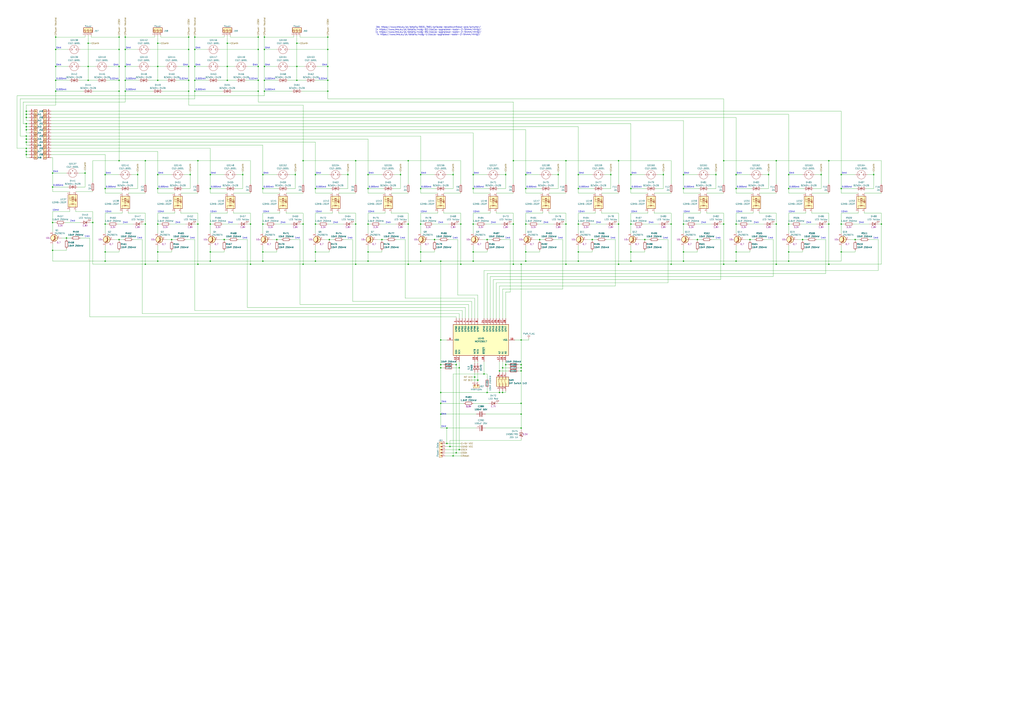
<source format=kicad_sch>
(kicad_sch (version 20231120) (generator "eeschema") (generator_version "8.0")
  (paper "A1")
  (junction (at 129.54 184.15))
  (junction (at 259.08 154.94))
  (junction (at 97.79 196.85))
  (junction (at 474.98 184.15))
  (junction (at 243.84 54.61))
  (junction (at 631.19 143.51))
  (junction (at 388.62 214.63))
  (junction (at 97.79 30.48))
  (junction (at 129.54 207.01))
  (junction (at 594.36 132.08))
  (junction (at 156.21 143.51))
  (junction (at 259.08 214.63))
  (junction (at 345.44 143.51))
  (junction (at 43.18 205.74))
  (junction (at 215.9 154.94))
  (junction (at 518.16 214.63))
  (junction (at 367.03 364.49))
  (junction (at 690.88 207.01))
  (junction (at 259.08 207.01))
  (junction (at 561.34 214.63))
  (junction (at 690.88 143.51))
  (junction (at 427.99 331.47))
  (junction (at 186.69 54.61))
  (junction (at 372.11 374.65))
  (junction (at 292.1 132.08))
  (junction (at 388.62 184.15))
  (junction (at 172.72 214.63))
  (junction (at 415.29 143.51))
  (junction (at 292.1 217.17))
  (junction (at 217.17 54.61))
  (junction (at 21.59 127))
  (junction (at 486.41 196.85))
  (junction (at 21.59 114.3))
  (junction (at 160.02 40.64))
  (junction (at 113.03 143.51))
  (junction (at 410.21 304.8))
  (junction (at 69.85 142.24))
  (junction (at 97.79 54.61))
  (junction (at 723.9 184.15))
  (junction (at 474.98 143.51))
  (junction (at 160.02 66.04))
  (junction (at 388.62 143.51))
  (junction (at 388.62 207.01))
  (junction (at 431.8 214.63))
  (junction (at 302.26 207.01))
  (junction (at 410.21 322.58))
  (junction (at 637.54 217.17))
  (junction (at 172.72 154.94))
  (junction (at 217.17 40.64))
  (junction (at 212.09 74.93))
  (junction (at 154.94 54.61))
  (junction (at 345.44 207.01))
  (junction (at 717.55 143.51))
  (junction (at 45.72 66.04))
  (junction (at 97.79 40.64))
  (junction (at 172.72 143.51))
  (junction (at 378.46 217.17))
  (junction (at 119.38 132.08))
  (junction (at 186.69 66.04))
  (junction (at 659.13 196.85))
  (junction (at 102.87 66.04))
  (junction (at 184.15 196.85))
  (junction (at 397.51 307.34))
  (junction (at 427.99 217.17))
  (junction (at 212.09 54.61))
  (junction (at 259.08 143.51))
  (junction (at 427.99 299.72))
  (junction (at 72.39 66.04))
  (junction (at 21.59 124.46))
  (junction (at 212.09 30.48))
  (junction (at 421.64 217.17))
  (junction (at 389.89 309.88))
  (junction (at 345.44 214.63))
  (junction (at 474.98 207.01))
  (junction (at 680.72 217.17))
  (junction (at 129.54 214.63))
  (junction (at 160.02 54.61))
  (junction (at 702.31 196.85))
  (junction (at 594.36 184.15))
  (junction (at 269.24 74.93))
  (junction (at 604.52 184.15))
  (junction (at 102.87 54.61))
  (junction (at 217.17 30.48))
  (junction (at 162.56 132.08))
  (junction (at 186.69 35.56))
  (junction (at 302.26 214.63))
  (junction (at 21.59 111.76))
  (junction (at 680.72 132.08))
  (junction (at 361.95 322.58))
  (junction (at 215.9 214.63))
  (junction (at 43.18 153.67))
  (junction (at 21.59 121.92))
  (junction (at 544.83 143.51))
  (junction (at 119.38 217.17))
  (junction (at 102.87 30.48))
  (junction (at 377.19 302.26))
  (junction (at 172.72 207.01))
  (junction (at 154.94 74.93))
  (junction (at 518.16 154.94))
  (junction (at 86.36 207.01))
  (junction (at 72.39 54.61))
  (junction (at 269.24 66.04))
  (junction (at 21.59 93.98))
  (junction (at 615.95 196.85))
  (junction (at 518.16 184.15))
  (junction (at 518.16 143.51))
  (junction (at 205.74 184.15))
  (junction (at 427.99 340.36))
  (junction (at 421.64 132.08))
  (junction (at 415.29 299.72))
  (junction (at 388.62 154.94))
  (junction (at 458.47 143.51))
  (junction (at 302.26 184.15))
  (junction (at 345.44 184.15))
  (junction (at 561.34 154.94))
  (junction (at 259.08 184.15))
  (junction (at 647.7 214.63))
  (junction (at 86.36 154.94))
  (junction (at 427.99 279.4))
  (junction (at 647.7 143.51))
  (junction (at 72.39 35.56))
  (junction (at 501.65 143.51))
  (junction (at 292.1 184.15))
  (junction (at 199.39 143.51))
  (junction (at 361.95 214.63))
  (junction (at 335.28 132.08))
  (junction (at 551.18 217.17))
  (junction (at 302.26 143.51))
  (junction (at 345.44 154.94))
  (junction (at 21.59 106.68))
  (junction (at 690.88 184.15))
  (junction (at 45.72 30.48))
  (junction (at 302.26 154.94))
  (junction (at 129.54 66.04))
  (junction (at 508 132.08))
  (junction (at 248.92 184.15))
  (junction (at 328.93 143.51))
  (junction (at 242.57 143.51))
  (junction (at 86.36 143.51))
  (junction (at 227.33 196.85))
  (junction (at 129.54 154.94))
  (junction (at 212.09 66.04))
  (junction (at 102.87 40.64))
  (junction (at 160.02 74.93))
  (junction (at 647.7 184.15))
  (junction (at 374.65 372.11))
  (junction (at 119.38 184.15))
  (junction (at 690.88 154.94))
  (junction (at 529.59 196.85))
  (junction (at 561.34 143.51))
  (junction (at 269.24 30.48))
  (junction (at 217.17 66.04))
  (junction (at 21.59 96.52))
  (junction (at 378.46 184.15))
  (junction (at 361.95 302.26))
  (junction (at 172.72 184.15))
  (junction (at 604.52 214.63))
  (junction (at 212.09 40.64))
  (junction (at 248.92 132.08))
  (junction (at 604.52 154.94))
  (junction (at 377.19 369.57))
  (junction (at 21.59 101.6))
  (junction (at 443.23 196.85))
  (junction (at 464.82 184.15))
  (junction (at 374.65 299.72))
  (junction (at 356.87 196.85))
  (junction (at 205.74 217.17))
  (junction (at 594.36 217.17))
  (junction (at 431.8 184.15))
  (junction (at 412.75 302.26))
  (junction (at 102.87 74.93))
  (junction (at 361.95 331.47))
  (junction (at 680.72 184.15))
  (junction (at 369.57 367.03))
  (junction (at 86.36 184.15))
  (junction (at 215.9 207.01))
  (junction (at 392.43 312.42))
  (junction (at 313.69 196.85))
  (junction (at 129.54 35.56))
  (junction (at 518.16 207.01))
  (junction (at 431.8 143.51))
  (junction (at 215.9 184.15))
  (junction (at 674.37 143.51))
  (junction (at 474.98 154.94))
  (junction (at 637.54 132.08))
  (junction (at 427.99 304.8))
  (junction (at 335.28 184.15))
  (junction (at 561.34 207.01))
  (junction (at 45.72 54.61))
  (junction (at 21.59 91.44))
  (junction (at 21.59 104.14))
  (junction (at 154.94 40.64))
  (junction (at 427.99 302.26))
  (junction (at 637.54 184.15))
  (junction (at 431.8 207.01))
  (junction (at 162.56 184.15))
  (junction (at 154.94 66.04))
  (junction (at 215.9 143.51))
  (junction (at 45.72 40.64))
  (junction (at 21.59 116.84))
  (junction (at 647.7 154.94))
  (junction (at 474.98 214.63))
  (junction (at 508 184.15))
  (junction (at 54.61 195.58))
  (junction (at 412.75 322.58))
  (junction (at 269.24 40.64))
  (junction (at 421.64 184.15))
  (junction (at 285.75 143.51))
  (junction (at 45.72 74.93))
  (junction (at 572.77 196.85))
  (junction (at 361.95 299.72))
  (junction (at 154.94 30.48))
  (junction (at 97.79 74.93))
  (junction (at 647.7 207.01))
  (junction (at 162.56 217.17))
  (junction (at 431.8 154.94))
  (junction (at 464.82 132.08))
  (junction (at 400.05 322.58))
  (junction (at 361.95 340.36))
  (junction (at 97.79 132.08))
  (junction (at 561.34 184.15))
  (junction (at 551.18 184.15))
  (junction (at 270.51 196.85))
  (junction (at 604.52 143.51))
  (junction (at 217.17 74.93))
  (junction (at 427.99 351.79))
  (junction (at 43.18 142.24))
  (junction (at 372.11 143.51))
  (junction (at 588.01 143.51))
  (junction (at 335.28 217.17))
  (junction (at 367.03 351.79))
  (junction (at 243.84 66.04))
  (junction (at 269.24 54.61))
  (junction (at 129.54 54.61))
  (junction (at 243.84 35.56))
  (junction (at 97.79 66.04))
  (junction (at 140.97 196.85))
  (junction (at 86.36 214.63))
  (junction (at 160.02 30.48))
  (junction (at 76.2 182.88))
  (junction (at 464.82 217.17))
  (junction (at 508 217.17))
  (junction (at 361.95 279.4))
  (junction (at 248.92 217.17))
  (junction (at 400.05 196.85))
  (junction (at 129.54 143.51))
  (junction (at 604.52 207.01))
  (junction (at 43.18 182.88))
  (wire (pts (xy 160.02 30.48) (xy 160.02 40.64)))
  (wire (pts (xy 102.87 54.61) (xy 102.87 66.04)))
  (wire (pts (xy 647.7 158.75) (xy 661.67 158.75)))
  (wire (pts (xy 86.36 143.51) (xy 86.36 154.94)))
  (wire (pts (xy 345.44 175.26) (xy 359.41 175.26)))
  (wire (pts (xy 369.57 361.95) (xy 369.57 367.03)))
  (wire (pts (xy 119.38 217.17) (xy 162.56 217.17)))
  (wire (pts (xy 246.38 196.85) (xy 246.38 250.19)))
  (wire (pts (xy 86.36 214.63) (xy 129.54 214.63)))
  (wire (pts (xy 335.28 217.17) (xy 378.46 217.17)))
  (wire (pts (xy 278.13 158.75) (xy 292.1 158.75)))
  (wire (pts (xy 361.95 340.36) (xy 361.95 351.79)))
  (wire (pts (xy 627.38 184.15) (xy 614.68 184.15)))
  (wire (pts (xy 594.36 184.15) (xy 594.36 217.17)))
  (wire (pts (xy 16.51 81.28) (xy 160.02 81.28)))
  (wire (pts (xy 375.92 196.85) (xy 368.3 196.85)))
  (wire (pts (xy 690.88 175.26) (xy 704.85 175.26)))
  (wire (pts (xy 415.29 143.51) (xy 415.29 154.94)))
  (wire (pts (xy 160.02 54.61) (xy 160.02 66.04)))
  (wire (pts (xy 21.59 114.3) (xy 21.59 116.84)))
  (wire (pts (xy 668.02 154.94) (xy 674.37 154.94)))
  (wire (pts (xy 486.41 207.01) (xy 474.98 207.01)))
  (wire (pts (xy 86.36 184.15) (xy 86.36 191.77)))
  (wire (pts (xy 678.18 196.85) (xy 678.18 224.79)))
  (wire (pts (xy 21.59 116.84) (xy 21.59 119.38)))
  (wire (pts (xy 382.27 252.73) (xy 382.27 261.62)))
  (wire (pts (xy 43.18 205.74) (xy 43.18 214.63)))
  (wire (pts (xy 474.98 104.14) (xy 474.98 143.51)))
  (wire (pts (xy 259.08 207.01) (xy 259.08 214.63)))
  (wire (pts (xy 97.79 74.93) (xy 97.79 132.08)))
  (wire (pts (xy 680.72 151.13) (xy 680.72 132.08)))
  (wire (pts (xy 431.8 201.93) (xy 431.8 207.01)))
  (wire (pts (xy 76.2 173.99) (xy 76.2 182.88)))
  (wire (pts (xy 365.76 367.03) (xy 369.57 367.03)))
  (wire (pts (xy 234.95 175.26) (xy 234.95 173.99)))
  (wire (pts (xy 452.12 154.94) (xy 458.47 154.94)))
  (wire (pts (xy 678.18 196.85) (xy 670.56 196.85)))
  (wire (pts (xy 615.95 196.85) (xy 612.14 196.85)))
  (wire (pts (xy 43.18 129.54) (xy 43.18 142.24)))
  (wire (pts (xy 205.74 184.15) (xy 205.74 217.17)))
  (wire (pts (xy 392.43 312.42) (xy 392.43 313.69)))
  (wire (pts (xy 234.95 158.75) (xy 248.92 158.75)))
  (wire (pts (xy 129.54 66.04) (xy 137.16 66.04)))
  (wire (pts (xy 41.91 111.76) (xy 345.44 111.76)))
  (wire (pts (xy 374.65 260.35) (xy 374.65 261.62)))
  (wire (pts (xy 591.82 196.85) (xy 584.2 196.85)))
  (wire (pts (xy 412.75 297.18) (xy 412.75 302.26)))
  (wire (pts (xy 378.46 151.13) (xy 378.46 132.08)))
  (wire (pts (xy 43.18 214.63) (xy 86.36 214.63)))
  (wire (pts (xy 19.05 101.6) (xy 19.05 83.82)))
  (wire (pts (xy 408.94 154.94) (xy 415.29 154.94)))
  (wire (pts (xy 54.61 195.58) (xy 50.8 195.58)))
  (wire (pts (xy 132.08 30.48) (xy 154.94 30.48)))
  (wire (pts (xy 186.69 66.04) (xy 194.31 66.04)))
  (wire (pts (xy 186.69 35.56) (xy 186.69 54.61)))
  (wire (pts (xy 361.95 322.58) (xy 361.95 331.47)))
  (wire (pts (xy 450.85 175.26) (xy 464.82 175.26)))
  (wire (pts (xy 702.31 205.74) (xy 702.31 207.01)))
  (wire (pts (xy 454.66 184.15) (xy 441.96 184.15)))
  (wire (pts (xy 387.35 247.65) (xy 387.35 261.62)))
  (wire (pts (xy 402.59 175.26) (xy 402.59 173.99)))
  (wire (pts (xy 237.49 143.51) (xy 242.57 143.51)))
  (wire (pts (xy 129.54 54.61) (xy 129.54 66.04)))
  (wire (pts (xy 548.64 196.85) (xy 548.64 232.41)))
  (wire (pts (xy 539.75 143.51) (xy 544.83 143.51)))
  (wire (pts (xy 186.69 54.61) (xy 193.04 54.61)))
  (wire (pts (xy 217.17 66.04) (xy 228.6 66.04)))
  (wire (pts (xy 45.72 40.64) (xy 45.72 54.61)))
  (wire (pts (xy 21.59 106.68) (xy 24.13 106.68)))
  (wire (pts (xy 392.43 242.57) (xy 392.43 261.62)))
  (wire (pts (xy 140.97 196.85) (xy 144.78 196.85)))
  (wire (pts (xy 356.87 196.85) (xy 353.06 196.85)))
  (wire (pts (xy 443.23 205.74) (xy 443.23 207.01)))
  (wire (pts (xy 217.17 29.21) (xy 217.17 30.48)))
  (wire (pts (xy 218.44 184.15) (xy 215.9 184.15)))
  (wire (pts (xy 647.7 143.51) (xy 659.13 143.51)))
  (wire (pts (xy 345.44 111.76) (xy 345.44 143.51)))
  (wire (pts (xy 637.54 217.17) (xy 594.36 217.17)))
  (wire (pts (xy 709.93 175.26) (xy 723.9 175.26)))
  (wire (pts (xy 518.16 201.93) (xy 518.16 207.01)))
  (wire (pts (xy 66.04 182.88) (xy 53.34 182.88)))
  (wire (pts (xy 388.62 214.63) (xy 431.8 214.63)))
  (wire (pts (xy 107.95 143.51) (xy 113.03 143.51)))
  (wire (pts (xy 494.03 158.75) (xy 508 158.75)))
  (wire (pts (xy 217.17 40.64) (xy 217.17 54.61)))
  (wire (pts (xy 21.59 124.46) (xy 21.59 127)))
  (wire (pts (xy 505.46 184.15) (xy 508 184.15)))
  (wire (pts (xy 129.54 175.26) (xy 143.51 175.26)))
  (wire (pts (xy 361.95 340.36) (xy 391.16 340.36)))
  (wire (pts (xy 21.59 101.6) (xy 21.59 104.14)))
  (wire (pts (xy 561.34 158.75) (xy 575.31 158.75)))
  (wire (pts (xy 392.43 242.57) (xy 375.92 242.57)))
  (wire (pts (xy 623.57 158.75) (xy 637.54 158.75)))
  (wire (pts (xy 427.99 331.47) (xy 427.99 340.36)))
  (wire (pts (xy 162.56 132.08) (xy 205.74 132.08)))
  (wire (pts (xy 407.67 232.41) (xy 407.67 261.62)))
  (wire (pts (xy 57.15 173.99) (xy 57.15 172.72)))
  (wire (pts (xy 518.16 143.51) (xy 518.16 154.94)))
  (wire (pts (xy 86.36 175.26) (xy 100.33 175.26)))
  (wire (pts (xy 248.92 86.36) (xy 248.92 132.08)))
  (wire (pts (xy 172.72 143.51) (xy 172.72 154.94)))
  (wire (pts (xy 172.72 184.15) (xy 172.72 191.77)))
  (wire (pts (xy 129.54 207.01) (xy 129.54 214.63)))
  (wire (pts (xy 412.75 322.58) (xy 415.29 322.58)))
  (wire (pts (xy 529.59 198.12) (xy 529.59 196.85)))
  (wire (pts (xy 21.59 119.38) (xy 24.13 119.38)))
  (wire (pts (xy 369.57 367.03) (xy 378.46 367.03)))
  (wire (pts (xy 190.5 74.93) (xy 212.09 74.93)))
  (wire (pts (xy 361.95 302.26) (xy 361.95 322.58)))
  (wire (pts (xy 637.54 132.08) (xy 594.36 132.08)))
  (wire (pts (xy 407.67 175.26) (xy 407.67 173.99)))
  (wire (pts (xy 242.57 140.97) (xy 242.57 143.51)))
  (wire (pts (xy 86.36 201.93) (xy 86.36 207.01)))
  (wire (pts (xy 431.8 207.01) (xy 431.8 214.63)))
  (wire (pts (xy 431.8 143.51) (xy 431.8 154.94)))
  (wire (pts (xy 650.24 184.15) (xy 647.7 184.15)))
  (wire (pts (xy 215.9 143.51) (xy 215.9 154.94)))
  (wire (pts (xy 659.13 205.74) (xy 659.13 207.01)))
  (wire (pts (xy 711.2 154.94) (xy 717.55 154.94)))
  (wire (pts (xy 412.75 302.26) (xy 412.75 306.07)))
  (wire (pts (xy 388.62 201.93) (xy 388.62 207.01)))
  (wire (pts (xy 243.84 54.61) (xy 243.84 66.04)))
  (wire (pts (xy 505.46 196.85) (xy 497.84 196.85)))
  (wire (pts (xy 160.02 54.61) (xy 170.18 54.61)))
  (wire (pts (xy 635 227.33) (xy 402.59 227.33)))
  (wire (pts (xy 709.93 158.75) (xy 723.9 158.75)))
  (wire (pts (xy 160.02 81.28) (xy 160.02 74.93)))
  (wire (pts (xy 21.59 116.84) (xy 24.13 116.84)))
  (wire (pts (xy 659.13 196.85) (xy 662.94 196.85)))
  (wire (pts (xy 191.77 158.75) (xy 205.74 158.75)))
  (wire (pts (xy 615.95 207.01) (xy 604.52 207.01)))
  (wire (pts (xy 375.92 196.85) (xy 375.92 242.57)))
  (wire (pts (xy 347.98 184.15) (xy 345.44 184.15)))
  (wire (pts (xy 713.74 184.15) (xy 701.04 184.15)))
  (wire (pts (xy 259.08 158.75) (xy 273.05 158.75)))
  (wire (pts (xy 261.62 184.15) (xy 259.08 184.15)))
  (wire (pts (xy 407.67 175.26) (xy 421.64 175.26)))
  (wire (pts (xy 72.39 35.56) (xy 72.39 54.61)))
  (wire (pts (xy 121.92 66.04) (xy 129.54 66.04)))
  (wire (pts (xy 144.78 66.04) (xy 154.94 66.04)))
  (wire (pts (xy 205.74 175.26) (xy 205.74 184.15)))
  (wire (pts (xy 21.59 127) (xy 24.13 127)))
  (wire (pts (xy 518.16 207.01) (xy 518.16 214.63)))
  (wire (pts (xy 54.61 204.47) (xy 54.61 205.74)))
  (wire (pts (xy 434.34 278.13) (xy 434.34 279.4)))
  (wire (pts (xy 537.21 175.26) (xy 551.18 175.26)))
  (wire (pts (xy 529.59 205.74) (xy 529.59 207.01)))
  (wire (pts (xy 474.98 201.93) (xy 474.98 207.01)))
  (wire (pts (xy 43.18 153.67) (xy 43.18 157.48)))
  (wire (pts (xy 388.62 175.26) (xy 402.59 175.26)))
  (wire (pts (xy 285.75 140.97) (xy 285.75 143.51)))
  (wire (pts (xy 372.11 143.51) (xy 372.11 154.94)))
  (wire (pts (xy 482.6 196.85) (xy 486.41 196.85)))
  (wire (pts (xy 217.17 78.74) (xy 217.17 74.93)))
  (wire (pts (xy 462.28 196.85) (xy 462.28 237.49)))
  (wire (pts (xy 194.31 143.51) (xy 199.39 143.51)))
  (wire (pts (xy 129.54 154.94) (xy 129.54 158.75)))
  (wire (pts (xy 69.85 30.48) (xy 69.85 29.21)))
  (wire (pts (xy 659.13 207.01) (xy 647.7 207.01)))
  (wire (pts (xy 412.75 237.49) (xy 412.75 261.62)))
  (wire (pts (xy 377.19 369.57) (xy 378.46 369.57)))
  (wire (pts (xy 544.83 143.51) (xy 544.83 154.94)))
  (wire (pts (xy 302.26 201.93) (xy 302.26 207.01)))
  (wire (pts (xy 388.62 158.75) (xy 402.59 158.75)))
  (wire (pts (xy 285.75 143.51) (xy 285.75 154.94)))
  (wire (pts (xy 356.87 207.01) (xy 345.44 207.01)))
  (wire (pts (xy 21.59 93.98) (xy 24.13 93.98)))
  (wire (pts (xy 229.87 175.26) (xy 229.87 173.99)))
  (wire (pts (xy 377.19 302.26) (xy 377.19 369.57)))
  (wire (pts (xy 518.16 214.63) (xy 561.34 214.63)))
  (wire (pts (xy 149.86 154.94) (xy 156.21 154.94)))
  (wire (pts (xy 269.24 74.93) (xy 269.24 81.28)))
  (wire (pts (xy 127 30.48) (xy 127 29.21)))
  (wire (pts (xy 561.34 143.51) (xy 572.77 143.51)))
  (wire (pts (xy 45.72 54.61) (xy 45.72 66.04)))
  (wire (pts (xy 133.35 74.93) (xy 154.94 74.93)))
  (wire (pts (xy 278.13 175.26) (xy 292.1 175.26)))
  (wire (pts (xy 97.79 30.48) (xy 97.79 40.64)))
  (wire (pts (xy 129.54 143.51) (xy 129.54 154.94)))
  (wire (pts (xy 105.41 175.26) (xy 105.41 173.99)))
  (wire (pts (xy 410.21 322.58) (xy 412.75 322.58)))
  (wire (pts (xy 21.59 109.22) (xy 24.13 109.22)))
  (wire (pts (xy 64.77 66.04) (xy 72.39 66.04)))
  (wire (pts (xy 41.91 101.6) (xy 518.16 101.6)))
  (wire (pts (xy 388.62 184.15) (xy 388.62 191.77)))
  (wire (pts (xy 508 175.26) (xy 508 184.15)))
  (wire (pts (xy 215.9 154.94) (xy 215.9 158.75)))
  (wire (pts (xy 723.9 175.26) (xy 723.9 184.15)))
  (wire (pts (xy 302.26 154.94) (xy 314.96 154.94)))
  (wire (pts (xy 678.18 224.79) (xy 400.05 224.79)))
  (wire (pts (xy 594.36 217.17) (xy 551.18 217.17)))
  (wire (pts (xy 86.36 158.75) (xy 100.33 158.75)))
  (wire (pts (xy 723.9 132.08) (xy 680.72 132.08)))
  (wire (pts (xy 580.39 158.75) (xy 594.36 158.75)))
  (wire (pts (xy 721.36 196.85) (xy 721.36 222.25)))
  (wire (pts (xy 160.02 74.93) (xy 182.88 74.93)))
  (wire (pts (xy 537.21 158.75) (xy 551.18 158.75)))
  (wire (pts (xy 160.02 184.15) (xy 162.56 184.15)))
  (wire (pts (xy 72.39 66.04) (xy 80.01 66.04)))
  (wire (pts (xy 361.95 214.63) (xy 388.62 214.63)))
  (wire (pts (xy 205.74 217.17) (xy 248.92 217.17)))
  (wire (pts (xy 721.36 222.25) (xy 397.51 222.25)))
  (wire (pts (xy 21.59 86.36) (xy 45.72 86.36)))
  (wire (pts (xy 129.54 214.63) (xy 172.72 214.63)))
  (wire (pts (xy 302.26 184.15) (xy 302.26 191.77)))
  (wire (pts (xy 604.52 207.01) (xy 604.52 214.63)))
  (wire (pts (xy 529.59 196.85) (xy 525.78 196.85)))
  (wire (pts (xy 474.98 143.51) (xy 474.98 154.94)))
  (wire (pts (xy 74.93 30.48) (xy 74.93 29.21)))
  (wire (pts (xy 450.85 158.75) (xy 464.82 158.75)))
  (wire (pts (xy 270.51 196.85) (xy 266.7 196.85)))
  (wire (pts (xy 604.52 214.63) (xy 647.7 214.63)))
  (wire (pts (xy 259.08 116.84) (xy 259.08 143.51)))
  (wire (pts (xy 538.48 154.94) (xy 544.83 154.94)))
  (wire (pts (xy 21.59 91.44) (xy 24.13 91.44)))
  (wire (pts (xy 41.91 116.84) (xy 259.08 116.84)))
  (wire (pts (xy 364.49 175.26) (xy 364.49 173.99)))
  (wire (pts (xy 76.2 132.08) (xy 97.79 132.08)))
  (wire (pts (xy 323.85 143.51) (xy 328.93 143.51)))
  (wire (pts (xy 647.7 207.01) (xy 647.7 214.63)))
  (wire (pts (xy 388.62 175.26) (xy 388.62 184.15)))
  (wire (pts (xy 427.99 279.4) (xy 434.34 279.4)))
  (wire (pts (xy 41.91 93.98) (xy 647.7 93.98)))
  (wire (pts (xy 361.95 279.4) (xy 361.95 299.72)))
  (wire (pts (xy 572.77 207.01) (xy 561.34 207.01)))
  (wire (pts (xy 518.16 154.94) (xy 530.86 154.94)))
  (wire (pts (xy 116.84 196.85) (xy 109.22 196.85)))
  (wire (pts (xy 322.58 154.94) (xy 328.93 154.94)))
  (wire (pts (xy 129.54 143.51) (xy 140.97 143.51)))
  (wire (pts (xy 148.59 175.26) (xy 148.59 173.99)))
  (wire (pts (xy 332.74 245.11) (xy 389.89 245.11)))
  (wire (pts (xy 13.97 121.92) (xy 13.97 78.74)))
  (wire (pts (xy 582.93 143.51) (xy 588.01 143.51)))
  (wire (pts (xy 410.21 304.8) (xy 417.83 304.8)))
  (wire (pts (xy 21.59 104.14) (xy 21.59 106.68)))
  (wire (pts (xy 184.15 207.01) (xy 172.72 207.01)))
  (wire (pts (xy 374.65 299.72) (xy 374.65 372.11)))
  (wire (pts (xy 180.34 54.61) (xy 186.69 54.61)))
  (wire (pts (xy 647.7 175.26) (xy 661.67 175.26)))
  (wire (pts (xy 259.08 154.94) (xy 259.08 158.75)))
  (wire (pts (xy 270.51 198.12) (xy 270.51 196.85)))
  (wire (pts (xy 328.93 143.51) (xy 328.93 154.94)))
  (wire (pts (xy 24.13 101.6) (xy 21.59 101.6)))
  (wire (pts (xy 172.72 207.01) (xy 172.72 214.63)))
  (wire (pts (xy 332.74 184.15) (xy 335.28 184.15)))
  (wire (pts (xy 405.13 229.87) (xy 405.13 261.62)))
  (wire (pts (xy 367.03 143.51) (xy 372.11 143.51)))
  (wire (pts (xy 16.51 111.76) (xy 16.51 81.28)))
  (wire (pts (xy 203.2 196.85) (xy 203.2 252.73)))
  (wire (pts (xy 186.69 35.56) (xy 189.23 35.56)))
  (wire (pts (xy 148.59 175.26) (xy 162.56 175.26)))
  (wire (pts (xy 227.33 205.74) (xy 227.33 207.01)))
  (wire (pts (xy 431.8 214.63) (xy 474.98 214.63)))
  (wire (pts (xy 372.11 307.34) (xy 372.11 374.65)))
  (wire (pts (xy 123.19 40.64) (xy 154.94 40.64)))
  (wire (pts (xy 215.9 214.63) (xy 259.08 214.63)))
  (wire (pts (xy 561.34 201.93) (xy 561.34 207.01)))
  (wire (pts (xy 172.72 154.94) (xy 185.42 154.94)))
  (wire (pts (xy 54.61 195.58) (xy 58.42 195.58)))
  (wire (pts (xy 87.63 66.04) (xy 97.79 66.04)))
  (wire (pts (xy 237.49 40.64) (xy 269.24 40.64)))
  (wire (pts (xy 387.35 309.88) (xy 389.89 309.88)))
  (wire (pts (xy 160.02 66.04) (xy 160.02 74.93)))
  (wire (pts (xy 269.24 40.64) (xy 269.24 54.61)))
  (wire (pts (xy 529.59 207.01) (xy 518.16 207.01)))
  (wire (pts (xy 302.26 175.26) (xy 316.23 175.26)))
  (wire (pts (xy 292.1 217.17) (xy 335.28 217.17)))
  (wire (pts (xy 113.03 140.97) (xy 113.03 143.51)))
  (wire (pts (xy 572.77 196.85) (xy 568.96 196.85)))
  (wire (pts (xy 666.75 175.26) (xy 680.72 175.26)))
  (wire (pts (xy 359.41 175.26) (xy 359.41 173.99)))
  (wire (pts (xy 246.38 30.48) (xy 269.24 30.48)))
  (wire (pts (xy 199.39 143.51) (xy 199.39 154.94)))
  (wire (pts (xy 172.72 121.92) (xy 172.72 143.51)))
  (wire (pts (xy 474.98 214.63) (xy 518.16 214.63)))
  (wire (pts (xy 604.52 154.94) (xy 604.52 158.75)))
  (wire (pts (xy 410.21 304.8) (xy 410.21 306.07)))
  (wire (pts (xy 172.72 143.51) (xy 184.15 143.51)))
  (wire (pts (xy 76.2 182.88) (xy 76.2 217.17)))
  (wire (pts (xy 717.55 143.51) (xy 717.55 154.94)))
  (wire (pts (xy 604.52 96.52) (xy 604.52 143.51)))
  (wire (pts (xy 86.36 175.26) (xy 86.36 184.15)))
  (wire (pts (xy 443.23 196.85) (xy 439.42 196.85)))
  (wire (pts (xy 102.87 40.64) (xy 102.87 54.61)))
  (wire (pts (xy 154.94 30.48) (xy 154.94 40.64)))
  (wire (pts (xy 45.72 30.48) (xy 45.72 40.64)))
  (wire (pts (xy 148.59 158.75) (xy 162.56 158.75)))
  (wire (pts (xy 647.7 154.94) (xy 647.7 158.75)))
  (wire (pts (xy 647.7 201.93) (xy 647.7 207.01)))
  (wire (pts (xy 154.94 29.21) (xy 154.94 30.48)))
  (wire (pts (xy 508 151.13) (xy 508 132.08)))
  (wire (pts (xy 508 132.08) (xy 464.82 132.08)))
  (wire (pts (xy 421.64 83.82) (xy 421.64 132.08)))
  (wire (pts (xy 464.82 217.17) (xy 427.99 217.17)))
  (wire (pts (xy 374.65 299.72) (xy 372.11 299.72)))
  (wire (pts (xy 464.82 151.13) (xy 464.82 132.08)))
  (wire (pts (xy 21.59 111.76) (xy 21.59 114.3)))
  (wire (pts (xy 415.29 297.18) (xy 415.29 299.72)))
  (wire (pts (xy 212.09 40.64) (xy 212.09 54.61)))
  (wire (pts (xy 561.34 207.01) (xy 561.34 214.63)))
  (wire (pts (xy 243.84 35.56) (xy 243.84 54.61)))
  (wire (pts (xy 400.05 307.34) (xy 400.05 311.15)))
  (wire (pts (xy 172.72 175.26) (xy 186.69 175.26)))
  (wire (pts (xy 73.66 182.88) (xy 76.2 182.88)))
  (wire (pts (xy 431.8 154.94) (xy 431.8 158.75)))
  (wire (pts (xy 62.23 157.48) (xy 76.2 157.48)))
  (wire (pts (xy 140.97 196.85) (xy 137.16 196.85)))
  (wire (pts (xy 215.9 154.94) (xy 228.6 154.94)))
  (wire (pts (xy 41.91 96.52) (xy 604.52 96.52)))
  (wire (pts (xy 361.95 279.4) (xy 367.03 279.4)))
  (wire (pts (xy 372.11 140.97) (xy 372.11 143.51)))
  (wire (pts (xy 43.18 173.99) (xy 57.15 173.99)))
  (wire (pts (xy 215.9 119.38) (xy 215.9 143.51)))
  (wire (pts (xy 335.28 132.08) (xy 292.1 132.08)))
  (wire (pts (xy 269.24 66.04) (xy 269.24 74.93)))
  (wire (pts (xy 410.21 143.51) (xy 415.29 143.51)))
  (wire (pts (xy 702.31 196.85) (xy 706.12 196.85)))
  (wire (pts (xy 591.82 184.15) (xy 594.36 184.15)))
  (wire (pts (xy 458.47 140.97) (xy 458.47 143.51)))
  (wire (pts (xy 313.69 205.74) (xy 313.69 207.01)))
  (wire (pts (xy 388.62 109.22) (xy 388.62 143.51)))
  (wire (pts (xy 431.8 175.26) (xy 445.77 175.26)))
  (wire (pts (xy 43.18 200.66) (xy 43.18 205.74)))
  (wire (pts (xy 378.46 184.15) (xy 378.46 217.17)))
  (wire (pts (xy 400.05 205.74) (xy 400.05 207.01)))
  (wire (pts (xy 474.98 154.94) (xy 487.68 154.94)))
  (wire (pts (xy 548.64 196.85) (xy 541.02 196.85)))
  (wire (pts (xy 392.43 306.07) (xy 392.43 312.42)))
  (wire (pts (xy 304.8 184.15) (xy 302.26 184.15)))
  (wire (pts (xy 518.16 175.26) (xy 532.13 175.26)))
  (wire (pts (xy 615.95 205.74) (xy 615.95 207.01)))
  (wire (pts (xy 443.23 196.85) (xy 447.04 196.85)))
  (wire (pts (xy 431.8 175.26) (xy 431.8 184.15)))
  (wire (pts (xy 21.59 114.3) (xy 24.13 114.3)))
  (wire (pts (xy 237.49 54.61) (xy 243.84 54.61)))
  (wire (pts (xy 184.15 30.48) (xy 184.15 29.21)))
  (wire (pts (xy 186.69 29.21) (xy 186.69 35.56)))
  (wire (pts (xy 572.77 196.85) (xy 576.58 196.85)))
  (wire (pts (xy 407.67 158.75) (xy 421.64 158.75)))
  (wire (pts (xy 581.66 154.94) (xy 588.01 154.94)))
  (wire (pts (xy 88.9 184.15) (xy 86.36 184.15)))
  (wire (pts (xy 86.36 207.01) (xy 86.36 214.63)))
  (wire (pts (xy 361.95 331.47) (xy 381 331.47)))
  (wire (pts (xy 205.74 132.08) (xy 205.74 151.13)))
  (wire (pts (xy 520.7 184.15) (xy 518.16 184.15)))
  (wire (pts (xy 241.3 30.48) (xy 241.3 29.21)))
  (wire (pts (xy 201.93 66.04) (xy 212.09 66.04)))
  (wire (pts (xy 21.59 121.92) (xy 24.13 121.92)))
  (wire (pts (xy 45.72 66.04) (xy 45.72 74.93)))
  (wire (pts (xy 302.26 214.63) (xy 345.44 214.63)))
  (wire (pts (xy 408.94 331.47) (xy 427.99 331.47)))
  (wire (pts (xy 162.56 217.17) (xy 205.74 217.17)))
  (wire (pts (xy 321.31 175.26) (xy 321.31 173.99)))
  (wire (pts (xy 119.38 132.08) (xy 119.38 151.13)))
  (wire (pts (xy 594.36 175.26) (xy 594.36 184.15)))
  (wire (pts (xy 690.88 201.93) (xy 690.88 207.01)))
  (wire (pts (xy 302.26 154.94) (xy 302.26 158.75)))
  (wire (pts (xy 637.54 151.13) (xy 637.54 132.08)))
  (wire (pts (xy 443.23 198.12) (xy 443.23 196.85)))
  (wire (pts (xy 702.31 196.85) (xy 698.5 196.85)))
  (wire (pts (xy 400.05 196.85) (xy 403.86 196.85)))
  (wire (pts (xy 41.91 104.14) (xy 474.98 104.14)))
  (wire (pts (xy 561.34 99.06) (xy 561.34 143.51)))
  (wire (pts (xy 488.95 175.26) (xy 488.95 173.99)))
  (wire (pts (xy 421.64 132.08) (xy 464.82 132.08)))
  (wire (pts (xy 400.05 307.34) (xy 397.51 307.34)))
  (wire (pts (xy 367.03 351.79) (xy 391.16 351.79)))
  (wire (pts (xy 45.72 74.93) (xy 68.58 74.93)))
  (wire (pts (xy 704.85 175.26) (xy 704.85 173.99)))
  (wire (pts (xy 572.77 205.74) (xy 572.77 207.01)))
  (wire (pts (xy 217.17 30.48) (xy 241.3 30.48)))
  (wire (pts (xy 102.87 30.48) (xy 127 30.48)))
  (wire (pts (xy 21.59 127) (xy 21.59 129.54)))
  (wire (pts (xy 102.87 83.82) (xy 102.87 74.93)))
  (wire (pts (xy 561.34 154.94) (xy 561.34 158.75)))
  (wire (pts (xy 474.98 154.94) (xy 474.98 158.75)))
  (wire (pts (xy 97.79 196.85) (xy 101.6 196.85)))
  (wire (pts (xy 508 184.15) (xy 508 217.17)))
  (wire (pts (xy 234.95 175.26) (xy 248.92 175.26)))
  (wire (pts (xy 618.49 175.26) (xy 618.49 173.99)))
  (wire (pts (xy 647.7 143.51) (xy 647.7 154.94)))
  (wire (pts (xy 154.94 40.64) (xy 154.94 54.61)))
  (wire (pts (xy 361.95 214.63) (xy 345.44 214.63)))
  (wire (pts (xy 374.65 372.11) (xy 378.46 372.11)))
  (wire (pts (xy 647.7 154.94) (xy 660.4 154.94)))
  (wire (pts (xy 160.02 255.27) (xy 379.73 255.27)))
  (wire (pts (xy 76.2 74.93) (xy 97.79 74.93)))
  (wire (pts (xy 398.78 351.79) (xy 427.99 351.79)))
  (wire (pts (xy 389.89 245.11) (xy 389.89 261.62)))
  (wire (pts (xy 607.06 184.15) (xy 604.52 184.15)))
  (wire (pts (xy 140.97 198.12) (xy 140.97 196.85)))
  (wire (pts (xy 212.09 54.61) (xy 212.09 66.04)))
  (wire (pts (xy 378.46 132.08) (xy 335.28 132.08)))
  (wire (pts (xy 594.36 81.28) (xy 594.36 132.08)))
  (wire (pts (xy 551.18 132.08) (xy 508 132.08)))
  (wire (pts (xy 647.7 184.15) (xy 647.7 191.77)))
  (wire (pts (xy 419.1 184.15) (xy 421.64 184.15)))
  (wire (pts (xy 113.03 143.51) (xy 113.03 154.94)))
  (wire (pts (xy 41.91 109.22) (xy 388.62 109.22)))
  (wire (pts (xy 474.98 158.75) (xy 488.95 158.75)))
  (wire (pts (xy 269.24 30.48) (xy 269.24 40.64)))
  (wire (pts (xy 292.1 175.26) (xy 292.1 184.15)))
  (wire (pts (xy 604.52 175.26) (xy 618.49 175.26)))
  (wire (pts (xy 674.37 140.97) (xy 674.37 143.51)))
  (wire (pts (xy 397.51 222.25) (xy 397.51 261.62)))
  (wire (pts (xy 551.18 184.15) (xy 551.18 217.17)))
  (wire (pts (xy 623.57 175.26) (xy 637.54 175.26)))
  (wire (pts (xy 106.68 154.94) (xy 113.03 154.94)))
  (wire (pts (xy 259.08 143.51) (xy 259.08 154.94)))
  (wire (pts (xy 41.91 124.46) (xy 129.54 124.46)))
  (wire (pts (xy 227.33 207.01) (xy 215.9 207.01)))
  (wire (pts (xy 129.54 184.15) (xy 129.54 191.77)))
  (wire (pts (xy 615.95 196.85) (xy 619.76 196.85)))
  (wire (pts (xy 494.03 175.26) (xy 494.03 173.99)))
  (wire (pts (xy 419.1 196.85) (xy 411.48 196.85)))
  (wire (pts (xy 179.07 66.04) (xy 186.69 66.04)))
  (wire (pts (xy 119.38 132.08) (xy 162.56 132.08)))
  (wire (pts (xy 693.42 184.15) (xy 690.88 184.15)))
  (wire (pts (xy 160.02 66.04) (xy 171.45 66.04)))
  (wire (pts (xy 388.62 143.51) (xy 400.05 143.51)))
  (wire (pts (xy 427.99 361.95) (xy 427.99 360.68)))
  (wire (pts (xy 427.99 279.4) (xy 427.99 299.72)))
  (wire (pts (xy 680.72 184.15) (xy 680.72 217.17)))
  (wire (pts (xy 356.87 198.12) (xy 356.87 196.85)))
  (wire (pts (xy 259.08 201.93) (xy 259.08 207.01)))
  (wire (pts (xy 97.79 198.12) (xy 97.79 196.85)))
  (wire (pts (xy 378.46 175.26) (xy 378.46 184.15)))
  (wire (pts (xy 717.55 140.97) (xy 717.55 143.51)))
  (wire (pts (xy 184.15 198.12) (xy 184.15 196.85)))
  (wire (pts (xy 702.31 207.01) (xy 690.88 207.01)))
  (wire (pts (xy 659.13 198.12) (xy 659.13 196.85)))
  (wire (pts (xy 140.97 205.74) (xy 140.97 207.01)))
  (wire (pts (xy 186.69 54.61) (xy 186.69 66.04)))
  (wire (pts (xy 427.99 353.06) (xy 427.99 351.79)))
  (wire (pts (xy 410.21 322.58) (xy 410.21 321.31)))
  (wire (pts (xy 243.84 35.56) (xy 246.38 35.56)))
  (wire (pts (xy 41.91 91.44) (xy 690.88 91.44)))
  (wire (pts (xy 43.18 182.88) (xy 43.18 190.5)))
  (wire (pts (xy 494.03 175.26) (xy 508 175.26)))
  (wire (pts (xy 474.98 184.15) (xy 474.98 191.77)))
  (wire (pts (xy 410.21 297.18) (xy 410.21 304.8)))
  (wire (pts (xy 335.28 151.13) (xy 335.28 132.08)))
  (wire (pts (xy 292.1 132.08) (xy 248.92 132.08)))
  (wire (pts (xy 203.2 54.61) (xy 212.09 54.61)))
  (wire (pts (xy 561.34 154.94) (xy 574.04 154.94)))
  (wire (pts (xy 345.44 184.15) (xy 345.44 191.77)))
  (wire (pts (xy 313.69 207.01) (xy 302.26 207.01)))
  (wire (pts (xy 400.05 198.12) (xy 400.05 196.85)))
  (wire (pts (xy 702.31 198.12) (xy 702.31 196.85)))
  (wire (pts (xy 269.24 81.28) (xy 594.36 81.28)))
  (wire (pts (xy 635 196.85) (xy 627.38 196.85)))
  (wire (pts (xy 367.03 351.79) (xy 367.03 364.49)))
  (wire (pts (xy 421.64 184.15) (xy 421.64 217.17)))
  (wire (pts (xy 389.89 306.07) (xy 389.89 309.88)))
  (wire (pts (xy 247.65 74.93) (xy 269.24 74.93)))
  (wire (pts (xy 690.88 158.75) (xy 704.85 158.75)))
  (wire (pts (xy 548.64 184.15) (xy 551.18 184.15)))
  (wire (pts (xy 289.56 196.85) (xy 289.56 247.65)))
  (wire (pts (xy 372.11 302.26) (xy 377.19 302.26)))
  (wire (pts (xy 377.19 257.81) (xy 377.19 261.62)))
  (wire (pts (xy 680.72 217.17) (xy 637.54 217.17)))
  (wire (pts (xy 474.98 143.51) (xy 486.41 143.51)))
  (wire (pts (xy 140.97 207.01) (xy 129.54 207.01)))
  (wire (pts (xy 72.39 35.56) (xy 74.93 35.56)))
  (wire (pts (xy 427.99 217.17) (xy 427.99 279.4)))
  (wire (pts (xy 189.23 30.48) (xy 189.23 29.21)))
  (wire (pts (xy 154.94 74.93) (xy 154.94 86.36)))
  (wire (pts (xy 518.16 154.94) (xy 518.16 158.75)))
  (wire (pts (xy 723.9 151.13) (xy 723.9 132.08)))
  (wire (pts (xy 45.72 86.36) (xy 45.72 74.93)))
  (wire (pts (xy 302.26 114.3) (xy 302.26 143.51)))
  (wire (pts (xy 175.26 184.15) (xy 172.72 184.15)))
  (wire (pts (xy 86.36 143.51) (xy 86.36 127)))
  (wire (pts (xy 152.4 184.15) (xy 139.7 184.15)))
  (wire (pts (xy 417.83 299.72) (xy 415.29 299.72)))
  (wire (pts (xy 365.76 369.57) (xy 377.19 369.57)))
  (wire (pts (xy 561.34 184.15) (xy 561.34 191.77)))
  (wire (pts (xy 313.69 196.85) (xy 317.5 196.85)))
  (wire (pts (xy 151.13 143.51) (xy 156.21 143.51)))
  (wire (pts (xy 21.59 124.46) (xy 24.13 124.46)))
  (wire (pts (xy 72.39 54.61) (xy 78.74 54.61)))
  (wire (pts (xy 561.34 214.63) (xy 604.52 214.63)))
  (wire (pts (xy 501.65 143.51) (xy 501.65 154.94)))
  (wire (pts (xy 361.95 322.58) (xy 400.05 322.58)))
  (wire (pts (xy 431.8 158.75) (xy 445.77 158.75)))
  (wire (pts (xy 508 217.17) (xy 464.82 217.17)))
  (wire (pts (xy 364.49 158.75) (xy 378.46 158.75)))
  (wire (pts (xy 13.97 78.74) (xy 217.17 78.74)))
  (wire (pts (xy 584.2 184.15) (xy 571.5 184.15)))
  (wire (pts (xy 419.1 196.85) (xy 419.1 240.03)))
  (wire (pts (xy 563.88 184.15) (xy 561.34 184.15)))
  (wire (pts (xy 191.77 175.26) (xy 191.77 173.99)))
  (wire (pts (xy 400.05 224.79) (xy 400.05 261.62)))
  (wire (pts (xy 45.72 30.48) (xy 69.85 30.48)))
  (wire (pts (xy 551.18 217.17) (xy 508 217.17)))
  (wire (pts (xy 486.41 198.12) (xy 486.41 196.85)))
  (wire (pts (xy 143.51 175.26) (xy 143.51 173.99)))
  (wire (pts (xy 365.76 154.94) (xy 372.11 154.94)))
  (wire (pts (xy 129.54 35.56) (xy 129.54 54.61)))
  (wire (pts (xy 375.92 184.15) (xy 378.46 184.15)))
  (wire (pts (xy 273.05 175.26) (xy 273.05 173.99)))
  (wire (pts (xy 594.36 151.13) (xy 594.36 132.08)))
  (wire (pts (xy 154.94 54.61) (xy 154.94 66.04)))
  (wire (pts (xy 431.8 143.51) (xy 443.23 143.51)))
  (wire (pts (xy 313.69 196.85) (xy 309.88 196.85)))
  (wire (pts (xy 172.72 201.93) (xy 172.72 207.01)))
  (wire (pts (xy 72.39 29.21) (xy 72.39 35.56)))
  (wire (pts (xy 464.82 175.26) (xy 464.82 184.15)))
  (wire (pts (xy 189.23 30.48) (xy 212.09 30.48)))
  (wire (pts (xy 345.44 207.01) (xy 345.44 214.63)))
  (wire (pts (xy 73.66 260.35) (xy 374.65 260.35)))
  (wire (pts (xy 243.84 29.21) (xy 243.84 35.56)))
  (wire (pts (xy 561.34 175.26) (xy 561.34 184.15)))
  (wire (pts (xy 387.35 312.42) (xy 392.43 312.42)))
  (wire (pts (xy 154.94 74.93) (xy 154.94 66.04)))
  (wire (pts (xy 453.39 143.51) (xy 458.47 143.51)))
  (wire (pts (xy 425.45 299.72) (xy 427.99 299.72)))
  (wire (pts (xy 332.74 196.85) (xy 325.12 196.85)))
  (wire (pts (xy 280.67 143.51) (xy 285.75 143.51)))
  (wire (pts (xy 43.18 142.24) (xy 43.18 153.67)))
  (wire (pts (xy 270.51 205.74) (xy 270.51 207.01)))
  (wire (pts (xy 19.05 83.82) (xy 102.87 83.82)))
  (wire (pts (xy 279.4 154.94) (xy 285.75 154.94)))
  (wire (pts (xy 415.29 321.31) (xy 415.29 322.58)))
  (wire (pts (xy 172.72 154.94) (xy 172.72 158.75)))
  (wire (pts (xy 532.13 175.26) (xy 532.13 173.99)))
  (wire (pts (xy 156.21 143.51) (xy 156.21 154.94)))
  (wire (pts (xy 518.16 158.75) (xy 532.13 158.75)))
  (wire (pts (xy 415.29 240.03) (xy 419.1 240.03)))
  (wire (pts (xy 369.57 361.95) (xy 427.99 361.95)))
  (wire (pts (xy 246.38 184.15) (xy 248.92 184.15)))
  (wire (pts (xy 86.36 127) (xy 41.91 127)))
  (wire (pts (xy 690.88 154.94) (xy 690.88 158.75)))
  (wire (pts (xy 105.41 175.26) (xy 119.38 175.26)))
  (wire (pts (xy 647.7 214.63) (xy 690.88 214.63)))
  (wire (pts (xy 217.17 40.64) (xy 227.33 40.64)))
  (wire (pts (xy 302.26 207.01) (xy 302.26 214.63)))
  (wire (pts (xy 259.08 184.15) (xy 259.08 191.77)))
  (wire (pts (xy 129.54 158.75) (xy 143.51 158.75)))
  (wire (pts (xy 172.72 175.26) (xy 172.72 184.15)))
  (wire (pts (xy 412.75 302.26) (xy 417.83 302.26)))
  (wire (pts (xy 102.87 66.04) (xy 102.87 74.93)))
  (wire (pts (xy 259.08 143.51) (xy 270.51 143.51)))
  (wire (pts (xy 474.98 207.01) (xy 474.98 214.63)))
  (wire (pts (xy 431.8 154.94) (xy 444.5 154.94)))
  (wire (pts (xy 397.51 297.18) (xy 397.51 307.34)))
  (wire (pts (xy 212.09 83.82) (xy 421.64 83.82)))
  (wire (pts (xy 215.9 184.15) (xy 215.9 191.77)))
  (wire (pts (xy 100.33 175.26) (xy 100.33 173.99)))
  (wire (pts (xy 21.59 96.52) (xy 24.13 96.52)))
  (wire (pts (xy 647.7 93.98) (xy 647.7 143.51)))
  (wire (pts (xy 102.87 29.21) (xy 102.87 30.48)))
  (wire (pts (xy 604.52 184.15) (xy 604.52 191.77)))
  (wire (pts (xy 427.99 279.4) (xy 422.91 279.4)))
  (wire (pts (xy 721.36 196.85) (xy 713.74 196.85)))
  (wire (pts (xy 561.34 143.51) (xy 561.34 154.94)))
  (wire (pts (xy 690.88 154.94) (xy 703.58 154.94)))
  (wire (pts (xy 321.31 175.26) (xy 335.28 175.26)))
  (wire (pts (xy 365.76 364.49) (xy 367.03 364.49)))
  (wire (pts (xy 97.79 207.01) (xy 86.36 207.01)))
  (wire (pts (xy 69.85 139.7) (xy 69.85 142.24)))
  (wire (pts (xy 316.23 175.26) (xy 316.23 173.99)))
  (wire (pts (xy 635 184.15) (xy 637.54 184.15)))
  (wire (pts (xy 86.36 143.51) (xy 97.79 143.51)))
  (wire (pts (xy 102.87 66.04) (xy 114.3 66.04)))
  (wire (pts (xy 388.62 154.94) (xy 401.32 154.94)))
  (wire (pts (xy 76.2 132.08) (xy 76.2 149.86)))
  (wire (pts (xy 421.64 151.13) (xy 421.64 132.08)))
  (wire (pts (xy 248.92 184.15) (xy 248.92 217.17)))
  (wire (pts (xy 411.48 184.15) (xy 398.78 184.15)))
  (wire (pts (xy 518.16 175.26) (xy 518.16 184.15)))
  (wire (pts (xy 199.39 140.97) (xy 199.39 143.51)))
  (wire (pts (xy 388.62 154.94) (xy 388.62 158.75)))
  (wire (pts (xy 474.98 175.26) (xy 474.98 184.15)))
  (wire (pts (xy 21.59 111.76) (xy 24.13 111.76)))
  (wire (pts (xy 41.91 106.68) (xy 431.8 106.68)))
  (wire (pts (xy 379.73 255.27) (xy 379.73 261.62)))
  (wire (pts (xy 356.87 205.74) (xy 356.87 207.01)))
  (wire (pts (xy 86.36 154.94) (xy 86.36 158.75)))
  (wire (pts (xy 64.77 142.24) (xy 69.85 142.24)))
  (wire (pts (xy 402.59 227.33) (xy 402.59 261.62)))
  (wire (pts (xy 669.29 143.51) (xy 674.37 143.51)))
  (wire (pts (xy 345.44 175.26) (xy 345.44 184.15)))
  (wire (pts (xy 434.34 184.15) (xy 431.8 184.15)))
  (wire (pts (xy 41.91 114.3) (xy 302.26 114.3)))
  (wire (pts (xy 302.26 143.51) (xy 302.26 154.94)))
  (wire (pts (xy 191.77 175.26) (xy 205.74 175.26)))
  (wire (pts (xy 427.99 217.17) (xy 421.64 217.17)))
  (wire (pts (xy 217.17 66.04) (xy 217.17 74.93)))
  (wire (pts (xy 541.02 184.15) (xy 528.32 184.15)))
  (wire (pts (xy 215.9 158.75) (xy 229.87 158.75)))
  (wire (pts (xy 212.09 29.21) (xy 212.09 30.48)))
  (wire (pts (xy 445.77 175.26) (xy 445.77 173.99)))
  (wire (pts (xy 102.87 30.48) (xy 102.87 40.64)))
  (wire (pts (xy 292.1 151.13) (xy 292.1 132.08)))
  (wire (pts (xy 21.59 111.76) (xy 16.51 111.76)))
  (wire (pts (xy 659.13 196.85) (xy 655.32 196.85)))
  (wire (pts (xy 345.44 201.93) (xy 345.44 207.01)))
  (wire (pts (xy 129.54 54.61) (xy 135.89 54.61)))
  (wire (pts (xy 335.28 184.15) (xy 335.28 217.17)))
  (wire (pts (xy 43.18 142.24) (xy 54.61 142.24)))
  (wire (pts (xy 548.64 232.41) (xy 407.67 232.41)))
  (wire (pts (xy 43.18 129.54) (xy 41.91 129.54)))
  (wire (pts (xy 384.81 250.19) (xy 384.81 261.62)))
  (wire (pts (xy 325.12 184.15) (xy 312.42 184.15)))
  (wire (pts (xy 580.39 175.26) (xy 594.36 175.26)))
  (wire (pts (xy 184.15 196.85) (xy 180.34 196.85)))
  (wire (pts (xy 723.9 184.15) (xy 723.9 217.17)))
  (wire (pts (xy 129.54 175.26) (xy 129.54 184.15)))
  (wire (pts (xy 72.39 54.61) (xy 72.39 66.04)))
  (wire (pts (xy 604.52 143.51) (xy 604.52 154.94)))
  (wire (pts (xy 243.84 54.61) (xy 250.19 54.61)))
  (wire (pts (xy 604.52 154.94) (xy 617.22 154.94)))
  (wire (pts (xy 116.84 184.15) (xy 119.38 184.15)))
  (wire (pts (xy 217.17 74.93) (xy 240.03 74.93)))
  (wire (pts (xy 66.04 40.64) (xy 97.79 40.64)))
  (wire (pts (xy 21.59 91.44) (xy 21.59 93.98)))
  (wire (pts (xy 335.28 175.26) (xy 335.28 184.15)))
  (wire (pts (xy 97.79 196.85) (xy 93.98 196.85)))
  (wire (pts (xy 227.33 198.12) (xy 227.33 196.85)))
  (wire (pts (xy 392.43 297.18) (xy 392.43 298.45)))
  (wire (pts (xy 160.02 30.48) (xy 184.15 30.48)))
  (wire (pts (xy 54.61 196.85) (xy 54.61 195.58)))
  (wire (pts (xy 119.38 184.15) (xy 119.38 217.17)))
  (wire (pts (xy 248.92 151.13) (xy 248.92 132.08)))
  (wire (pts (xy 215.9 207.01) (xy 215.9 214.63)))
  (wire (pts (xy 372.11 307.34) (xy 397.51 307.34)))
  (wire (pts (xy 332.74 196.85) (xy 332.74 245.11)))
  (wire (pts (xy 146.05 54.61) (xy 154.94 54.61)))
  (wire (pts (xy 712.47 143.51) (xy 717.55 143.51)))
  (wire (pts (xy 372.11 374.65) (xy 378.46 374.65)))
  (wire (pts (xy 24.13 104.14) (xy 21.59 104.14)))
  (wire (pts (xy 116.84 257.81) (xy 377.19 257.81)))
  (wire (pts (xy 604.52 143.51) (xy 615.95 143.51)))
  (wire (pts (xy 43.18 157.48) (xy 57.15 157.48)))
  (wire (pts (xy 162.56 132.08) (xy 162.56 151.13)))
  (wire (pts (xy 203.2 252.73) (xy 382.27 252.73)))
  (wire (pts (xy 345.44 143.51) (xy 345.44 154.94)))
  (wire (pts (xy 398.78 340.36) (xy 427.99 340.36)))
  (wire (pts (xy 321.31 158.75) (xy 335.28 158.75)))
  (wire (pts (xy 109.22 184.15) (xy 96.52 184.15)))
  (wire (pts (xy 427.99 299.72) (xy 427.99 302.26)))
  (wire (pts (xy 74.93 30.48) (xy 97.79 30.48)))
  (wire (pts (xy 152.4 196.85) (xy 160.02 196.85)))
  (wire (pts (xy 54.61 205.74) (xy 43.18 205.74)))
  (wire (pts (xy 604.52 158.75) (xy 618.49 158.75)))
  (wire (pts (xy 259.08 154.94) (xy 271.78 154.94)))
  (wire (pts (xy 505.46 196.85) (xy 505.46 234.95)))
  (wire (pts (xy 160.02 40.64) (xy 160.02 54.61)))
  (wire (pts (xy 377.19 302.26) (xy 377.19 297.18)))
  (wire (pts (xy 501.65 140.97) (xy 501.65 143.51)))
  (wire (pts (xy 105.41 158.75) (xy 119.38 158.75)))
  (wire (pts (xy 709.93 175.26) (xy 709.93 173.99)))
  (wire (pts (xy 215.9 201.93) (xy 215.9 207.01)))
  (wire (pts (xy 410.21 234.95) (xy 410.21 261.62)))
  (wire (pts (xy 238.76 184.15) (xy 226.06 184.15)))
  (wire (pts (xy 97.79 205.74) (xy 97.79 207.01)))
  (wire (pts (xy 462.28 237.49) (xy 412.75 237.49)))
  (wire (pts (xy 184.15 205.74) (xy 184.15 207.01)))
  (wire (pts (xy 580.39 175.26) (xy 580.39 173.99)))
  (wire (pts (xy 41.91 119.38) (xy 215.9 119.38)))
  (wire (pts (xy 588.01 143.51) (xy 588.01 154.94)))
  (wire (pts (xy 88.9 54.61) (xy 97.79 54.61)))
  (wire (pts (xy 212.09 74.93) (xy 212.09 83.82)))
  (wire (pts (xy 368.3 184.15) (xy 355.6 184.15)))
  (wire (pts (xy 389.89 297.18) (xy 389.89 298.45)))
  (wire (pts (xy 690.88 207.01) (xy 690.88 214.63)))
  (wire (pts (xy 21.59 129.54) (xy 24.13 129.54)))
  (wire (pts (xy 674.37 143.51) (xy 674.37 154.94)))
  (wire (pts (xy 361.95 302.26) (xy 364.49 302.26)))
  (wire (pts (xy 427.99 340.36) (xy 427.99 351.79)))
  (wire (pts (xy 21.59 101.6) (xy 19.05 101.6)))
  (wire (pts (xy 431.8 106.68) (xy 431.8 143.51)))
  (wire (pts (xy 615.95 198.12) (xy 615.95 196.85)))
  (wire (pts (xy 723.9 217.17) (xy 680.72 217.17)))
  (wire (pts (xy 102.87 40.64) (xy 113.03 40.64)))
  (wire (pts (xy 260.35 54.61) (xy 269.24 54.61)))
  (wire (pts (xy 212.09 30.48) (xy 212.09 40.64)))
  (wire (pts (xy 412.75 322.58) (xy 412.75 321.31)))
  (wire (pts (xy 637.54 175.26) (xy 637.54 184.15)))
  (wire (pts (xy 270.51 207.01) (xy 259.08 207.01)))
  (wire (pts (xy 156.21 140.97) (xy 156.21 143.51)))
  (wire (pts (xy 21.59 121.92) (xy 21.59 124.46)))
  (wire (pts (xy 458.47 143.51) (xy 458.47 154.94)))
  (wire (pts (xy 45.72 40.64) (xy 55.88 40.64)))
  (wire (pts (xy 450.85 175.26) (xy 450.85 173.99)))
  (wire (pts (xy 427.99 304.8) (xy 427.99 302.26)))
  (wire (pts (xy 236.22 66.04) (xy 243.84 66.04)))
  (wire (pts (xy 43.18 173.99) (xy 43.18 182.88)))
  (wire (pts (xy 242.57 143.51) (xy 242.57 154.94)))
  (wire (pts (xy 63.5 153.67) (xy 69.85 153.67)))
  (wire (pts (xy 43.18 153.67) (xy 55.88 153.67)))
  (wire (pts (xy 227.33 196.85) (xy 223.52 196.85)))
  (wire (pts (xy 123.19 54.61) (xy 129.54 54.61)))
  (wire (pts (xy 21.59 96.52) (xy 21.59 99.06)))
  (wire (pts (xy 345.44 143.51) (xy 356.87 143.51)))
  (wire (pts (xy 690.88 91.44) (xy 690.88 143.51)))
  (wire (pts (xy 243.84 66.04) (xy 251.46 66.04)))
  (wire (pts (xy 203.2 184.15) (xy 205.74 184.15)))
  (wire (pts (xy 635 196.85) (xy 635 227.33)))
  (wire (pts (xy 215.9 175.26) (xy 229.87 175.26)))
  (wire (pts (xy 637.54 184.15) (xy 637.54 217.17)))
  (wire (pts (xy 259.08 66.04) (xy 269.24 66.04)))
  (wire (pts (xy 464.82 184.15) (xy 464.82 217.17)))
  (wire (pts (xy 388.62 143.51) (xy 388.62 154.94)))
  (wire (pts (xy 236.22 154.94) (xy 242.57 154.94)))
  (wire (pts (xy 721.36 184.15) (xy 723.9 184.15)))
  (wire (pts (xy 486.41 205.74) (xy 486.41 207.01)))
  (wire (pts (xy 477.52 184.15) (xy 474.98 184.15)))
  (wire (pts (xy 572.77 198.12) (xy 572.77 196.85)))
  (wire (pts (xy 62.23 173.99) (xy 76.2 173.99)))
  (wire (pts (xy 551.18 175.26) (xy 551.18 184.15)))
  (wire (pts (xy 45.72 54.61) (xy 55.88 54.61)))
  (wire (pts (xy 302.26 158.75) (xy 316.23 158.75)))
  (wire (pts (xy 129.54 124.46) (xy 129.54 143.51)))
  (wire (pts (xy 365.76 374.65) (xy 372.11 374.65)))
  (wire (pts (xy 69.85 142.24) (xy 69.85 153.67)))
  (wire (pts (xy 623.57 175.26) (xy 623.57 173.99)))
  (wire (pts (xy 73.66 195.58) (xy 66.04 195.58)))
  (wire (pts (xy 361.95 299.72) (xy 364.49 299.72)))
  (wire (pts (xy 631.19 140.97) (xy 631.19 143.51)))
  (wire (pts (xy 474.98 175.26) (xy 488.95 175.26)))
  (wire (pts (xy 21.59 106.68) (xy 21.59 109.22)))
  (wire (pts (xy 631.19 143.51) (xy 631.19 154.94)))
  (wire (pts (xy 626.11 143.51) (xy 631.19 143.51)))
  (wire (pts (xy 73.66 195.58) (xy 73.66 260.35)))
  (wire (pts (xy 588.01 140.97) (xy 588.01 143.51)))
  (wire (pts (xy 361.95 340.36) (xy 361.95 331.47)))
  (wire (pts (xy 129.54 201.93) (xy 129.54 207.01)))
  (wire (pts (xy 66.04 54.61) (xy 72.39 54.61)))
  (wire (pts (xy 495.3 154.94) (xy 501.65 154.94)))
  (wire (pts (xy 361.95 214.63) (xy 361.95 279.4)))
  (wire (pts (xy 425.45 304.8) (xy 427.99 304.8)))
  (wire (pts (xy 391.16 184.15) (xy 388.62 184.15)))
  (wire (pts (xy 97.79 54.61) (xy 97.79 66.04)))
  (wire (pts (xy 518.16 143.51) (xy 529.59 143.51)))
  (wire (pts (xy 21.59 121.92) (xy 13.97 121.92)))
  (wire (pts (xy 462.28 196.85) (xy 454.66 196.85)))
  (wire (pts (xy 690.88 184.15) (xy 690.88 191.77)))
  (wire (pts (xy 604.52 175.26) (xy 604.52 184.15)))
  (wire (pts (xy 212.09 74.93) (xy 212.09 66.04)))
  (wire (pts (xy 345.44 154.94) (xy 345.44 158.75)))
  (wire (pts (xy 86.36 154.94) (xy 99.06 154.94)))
  (wire (pts (xy 41.91 99.06) (xy 561.34 99.06)))
  (wire (pts (xy 400.05 322.58) (xy 410.21 322.58)))
  (wire (pts (xy 76.2 217.17) (xy 119.38 217.17)))
  (wire (pts (xy 270.51 196.85) (xy 274.32 196.85)))
  (wire (pts (xy 21.59 93.98) (xy 21.59 96.52)))
  (wire (pts (xy 313.69 198.12) (xy 313.69 196.85)))
  (wire (pts (xy 289.56 196.85) (xy 281.94 196.85)))
  (wire (pts (xy 518.16 184.15) (xy 518.16 191.77)))
  (wire (pts (xy 415.29 140.97) (xy 415.29 143.51)))
  (wire (pts (xy 486.41 196.85) (xy 490.22 196.85)))
  (wire (pts (xy 367.03 351.79) (xy 361.95 351.79)))
  (wire (pts (xy 97.79 74.93) (xy 97.79 66.04)))
  (wire (pts (xy 160.02 29.21) (xy 160.02 30.48)))
  (wire (pts (xy 102.87 74.93) (xy 125.73 74.93)))
  (wire (pts (xy 162.56 175.26) (xy 162.56 184.15)))
  (wire (pts (xy 41.91 121.92) (xy 172.72 121.92)))
  (wire (pts (xy 97.79 29.21) (xy 97.79 30.48)))
  (wire (pts (xy 415.29 240.03) (xy 415.29 261.62)))
  (wire (pts (xy 193.04 154.94) (xy 199.39 154.94)))
  (wire (pts (xy 529.59 196.85) (xy 533.4 196.85)))
  (wire (pts (xy 172.72 158.75) (xy 186.69 158.75)))
  (wire (pts (xy 361.95 299.72) (xy 361.95 302.26)))
  (wire (pts (xy 302.26 143.51) (xy 313.69 143.51)))
  (wire (pts (xy 365.76 372.11) (xy 374.65 372.11)))
  (wire (pts (xy 427.99 304.8) (xy 427.99 331.47)))
  (wire (pts (xy 215.9 143.51) (xy 227.33 143.51)))
  (wire (pts (xy 215.9 175.26) (xy 215.9 184.15)))
  (wire (pts (xy 132.08 184.15) (xy 129.54 184.15)))
  (wire (pts (xy 604.52 201.93) (xy 604.52 207.01)))
  (wire (pts (xy 119.38 175.26) (xy 119.38 184.15)))
  (wire (pts (xy 670.56 184.15) (xy 657.86 184.15)))
  (wire (pts (xy 518.16 101.6) (xy 518.16 143.51)))
  (wire (pts (xy 400.05 318.77) (xy 400.05 322.58)))
  (wire (pts (xy 248.92 175.26) (xy 248.92 184.15)))
  (wire (pts (xy 367.03 364.49) (xy 378.46 364.49)))
  (wire (pts (xy 292.1 184.15) (xy 292.1 217.17)))
  (wire (pts (xy 259.08 175.26) (xy 273.05 175.26)))
  (wire (pts (xy 356.87 196.85) (xy 360.68 196.85)))
  (wire (pts (xy 690.88 175.26) (xy 690.88 184.15)))
  (wire (pts (xy 591.82 229.87) (xy 405.13 229.87)))
  (wire (pts (xy 678.18 184.15) (xy 680.72 184.15)))
  (wire (pts (xy 345.44 158.75) (xy 359.41 158.75)))
  (wire (pts (xy 217.17 54.61) (xy 227.33 54.61)))
  (wire (pts (xy 154.94 86.36) (xy 248.92 86.36)))
  (wire (pts (xy 400.05 207.01) (xy 388.62 207.01)))
  (wire (pts (xy 281.94 184.15) (xy 269.24 184.15)))
  (wire (pts (xy 160.02 40.64) (xy 170.18 40.64)))
  (wire (pts (xy 690.88 143.51) (xy 690.88 154.94)))
  (wire (pts (xy 396.24 196.85) (xy 400.05 196.85)))
  (wire (pts (xy 328.93 140.97) (xy 328.93 143.51)))
  (wire (pts (xy 45.72 182.88) (xy 43.18 182.88)))
  (wire (pts (xy 162.56 184.15) (xy 162.56 217.17)))
  (wire (pts (xy 496.57 143.51) (xy 501.65 143.51)))
  (wire (pts (xy 302.26 175.26) (xy 302.26 184.15)))
  (wire (pts (xy 680.72 132.08) (xy 637.54 132.08)))
  (wire (pts (xy 289.56 184.15) (xy 292.1 184.15)))
  (wire (pts (xy 425.45 302.26) (xy 427.99 302.26)))
  (wire (pts (xy 259.08 175.26) (xy 259.08 184.15)))
  (wire (pts (xy 21.59 99.06) (xy 24.13 99.06)))
  (wire (pts (xy 102.87 54.61) (xy 113.03 54.61)))
  (wire (pts (xy 97.79 40.64) (xy 97.79 54.61)))
  (wire (pts (xy 415.29 299.72) (xy 415.29 306.07)))
  (wire (pts (xy 680.72 175.26) (xy 680.72 184.15)))
  (wire (pts (xy 462.28 184.15) (xy 464.82 184.15)))
  (wire (pts (xy 666.75 175.26) (xy 666.75 173.99)))
  (wire (pts (xy 378.46 217.17) (xy 421.64 217.17)))
  (wire (pts (xy 248.92 217.17) (xy 292.1 217.17)))
  (wire (pts (xy 389.89 309.88) (xy 389.89 313.69)))
  (wire (pts (xy 21.59 91.44) (xy 21.59 86.36)))
  (wire (pts (xy 160.02 196.85) (xy 160.02 255.27)))
  (wire (pts (xy 269.24 29.21) (xy 269.24 30.48)))
  (wire (pts (xy 129.54 35.56) (xy 132.08 35.56)))
  (wire (pts (xy 129.54 154.94) (xy 142.24 154.94)))
  (wire (pts (xy 544.83 140.97) (xy 544.83 143.51)))
  (wire (pts (xy 132.08 30.48) (xy 132.08 29.21)))
  (wire (pts (xy 116.84 196.85) (xy 116.84 257.81)))
  (wire (pts (xy 62.23 173.99) (xy 62.23 172.72)))
  (wire (pts (xy 45.72 66.04) (xy 57.15 66.04)))
  (wire (pts (xy 443.23 207.01) (xy 431.8 207.01)))
  (wire (pts (xy 497.84 184.15) (xy 485.14 184.15)))
  (wire (pts (xy 184.15 196.85) (xy 187.96 196.85)))
  (wire (pts (xy 666.75 158.75) (xy 680.72 158.75)))
  (wire (pts (xy 203.2 196.85) (xy 195.58 196.85)))
  (wire (pts (xy 551.18 151.13) (xy 551.18 132.08)))
  (wire (pts (xy 624.84 154.94) (xy 631.19 154.94)))
  (wire (pts (xy 186.69 175.26) (xy 186.69 173.99)))
  (wire (pts (xy 690.88 143.51) (xy 702.31 143.51)))
  (wire (pts (xy 217.17 30.48) (xy 217.17 40.64)))
  (wire (pts (xy 180.34 40.64) (xy 212.09 40.64)))
  (wire (pts (xy 129.54 29.21) (xy 129.54 35.56)))
  (wire (pts (xy 374.65 299.72) (xy 374.65 297.18)))
  (wire (pts (xy 246.38 30.48) (xy 246.38 29.21)))
  (wire (pts (xy 647.7 175.26) (xy 647.7 184.15)))
  (wire (pts (xy 246.38 250.19) (xy 384.81 250.19)))
  (wire (pts (xy 345.44 154.94) (xy 358.14 154.94)))
  (wire (pts (xy 388.62 207.01) (xy 388.62 214.63)))
  (wire (pts (xy 97.79 132.08) (xy 119.38 132.08)))
  (wire (pts (xy 591.82 196.85) (xy 591.82 229.87)))
  (wire (pts (xy 45.72 29.21) (xy 45.72 30.48)))
  (wire (pts (xy 289.56 247.65) (xy 387.35 247.65)))
  (wire (pts (xy 537.21 175.26) (xy 537.21 173.99)))
  (wire (pts (xy 269.24 54.61) (xy 269.24 66.04)))
  (wire (pts (xy 227.33 196.85) (xy 231.14 196.85)))
  (wire (pts (xy 661.67 175.26) (xy 661.67 173.99)))
  (wire (pts (xy 217.17 54.61) (xy 217.17 66.04)))
  (wire (pts (xy 195.58 184.15) (xy 182.88 184.15)))
  (wire (pts (xy 364.49 175.26) (xy 378.46 175.26)))
  (wire (pts (xy 388.62 331.47) (xy 401.32 331.47)))
  (wire (pts (xy 259.08 214.63) (xy 302.26 214.63)))
  (wire (pts (xy 431.8 184.15) (xy 431.8 191.77)))
  (wire (pts (xy 561.34 175.26) (xy 575.31 175.26)))
  (wire (pts (xy 278.13 175.26) (xy 278.13 173.99)))
  (wire (pts (xy 246.38 196.85) (xy 238.76 196.85)))
  (wire (pts (xy 505.46 234.95) (xy 410.21 234.95)))
  (wire (pts (xy 172.72 214.63) (xy 215.9 214.63)))
  (wire (pts (xy 575.31 175.26) (xy 575.31 173.99)))
  (wire (pts (xy 421.64 175.26) (xy 421.64 184.15)))
  (text "0,005mA" (at 527.05 153.67 0) (effects (font (size 1.27 1.27)) (justify right)))
  (text "0,005mA" (at 656.59 153.67 0) (effects (font (size 1.27 1.27)) (justify right)))
  (text "0mA" (at 304.8 142.24 0) (effects (font (size 1.27 1.27))))
  (text "0,005mA" (at 267.97 153.67 0) (effects (font (size 1.27 1.27)) (justify right)))
  (text "0,005mA" (at 111.76 64.77 0) (effects (font (size 1.27 1.27)) (justify right)))
  (text "10mA" (at 607.06 173.99 0) (effects (font (size 1.27 1.27))))
  (text "1mA" (at 721.36 195.58 0) (effects (font (size 1.27 1.27)) (justify right)))
  (text "2mA" (at 405.13 182.88 0) (effects (font (size 1.27 1.27))))
  (text "2mA" (at 448.31 182.88 0) (effects (font (size 1.27 1.27))))
  (text "2mA" (at 664.21 182.88 0) (effects (font (size 1.27 1.27))))
  (text "0,005mA" (at 397.51 153.67 0) (effects (font (size 1.27 1.27)) (justify right)))
  (text "0,005mA" (at 181.61 153.67 0) (effects (font (size 1.27 1.27)) (justify right)))
  (text "0,005mA" (at 168.91 73.66 0) (effects (font (size 1.27 1.27)) (justify right)))
  (text "2mA" (at 318.77 182.88 0) (effects (font (size 1.27 1.27))))
  (text "1mA" (at 635 195.58 0) (effects (font (size 1.27 1.27)) (justify right)))
  (text "0mA" (at 219.71 39.37 0) (effects (font (size 1.27 1.27))))
  (text "2mA" (at 534.67 182.88 0) (effects (font (size 1.27 1.27))))
  (text "2mA" (at 189.23 182.88 0) (effects (font (size 1.27 1.27))))
  (text "0mA" (at 105.41 39.37 0) (effects (font (size 1.27 1.27))))
  (text "0mA" (at 219.71 53.34 0) (effects (font (size 1.27 1.27))))
  (text "1mA" (at 116.84 195.58 0) (effects (font (size 1.27 1.27)) (justify right)))
  (text "1mA" (at 332.74 195.58 0) (effects (font (size 1.27 1.27)) (justify right)))
  (text "10mA" (at 304.8 173.99 0) (effects (font (size 1.27 1.27))))
  (text "0mA" (at 347.98 142.24 0) (effects (font (size 1.27 1.27))))
  (text "1mA" (at 548.64 195.58 0) (effects (font (size 1.27 1.27)) (justify right)))
  (text "0mA" (at 95.25 53.34 0) (effects (font (size 1.27 1.27))))
  (text "0,005mA" (at 138.43 153.67 0) (effects (font (size 1.27 1.27)) (justify right)))
  (text "0,005mA" (at 52.07 152.4 0) (effects (font (size 1.27 1.27)) (justify right)))
  (text "0mA" (at 48.26 39.37 0) (effects (font (size 1.27 1.27))))
  (text "0,02mA" (at 90.17 64.77 0) (effects (font (size 1.27 1.27)) (justify left)))
  (text "0,005mA" (at 111.76 73.66 0) (effects (font (size 1.27 1.27)) (justify right)))
  (text "1mA" (at 375.92 195.58 0) (effects (font (size 1.27 1.27)) (justify right)))
  (text "2mA" (at 621.03 182.88 0) (effects (font (size 1.27 1.27))))
  (text "0,005mA" (at 224.79 153.67 0) (effects (font (size 1.27 1.27)) (justify right)))
  (text "2mA" (at 59.69 181.61 0) (effects (font (size 1.27 1.27))))
  (text "0,02mA" (at 261.62 64.77 0) (effects (font (size 1.27 1.27)) (justify left)))
  (text "0mA" (at 607.06 142.24 0) (effects (font (size 1.27 1.27))))
  (text "0mA" (at 434.34 142.24 0) (effects (font (size 1.27 1.27))))
  (text "0mA" (at 261.62 142.24 0) (effects (font (size 1.27 1.27))))
  (text "1mA" (at 203.2 195.58 0) (effects (font (size 1.27 1.27)) (justify right)))
  (text "2mA" (at 102.87 182.88 0) (effects (font (size 1.27 1.27))))
  (text "0,005mA" (at 95.25 153.67 0) (effects (font (size 1.27 1.27)) (justify right)))
  (text "10mA" (at 520.7 173.99 0) (effects (font (size 1.27 1.27))))
  (text "0,005mA" (at 570.23 153.67 0) (effects (font (size 1.27 1.27)) (justify right)))
  (text "0,005mA" (at 226.06 64.77 0) (effects (font (size 1.27 1.27)) (justify right)))
  (text "0mA" (at 48.26 53.34 0) (effects (font (size 1.27 1.27))))
  (text "0,02mA" (at 204.47 64.77 0) (effects (font (size 1.27 1.27)) (justify left)))
  (text "2mA" (at 491.49 182.88 0) (effects (font (size 1.27 1.27))))
  (text "0,005mA" (at 613.41 153.67 0) (effects (font (size 1.27 1.27)) (justify right)))
  (text "0mA" (at 364.49 350.52 0) (effects (font (size 1.27 1.27))))
  (text "10mA" (at 45.72 172.72 0) (effects (font (size 1.27 1.27))))
  (text "0mA" (at 477.52 142.24 0) (effects (font (size 1.27 1.27))))
  (text "10mA" (at 477.52 173.99 0) (effects (font (size 1.27 1.27))))
  (text "0mA" (at 650.24 142.24 0) (effects (font (size 1.27 1.27))))
  (text "0mA" (at 209.55 53.34 0) (effects (font (size 1.27 1.27))))
  (text "0mA" (at 520.7 142.24 0) (effects (font (size 1.27 1.27))))
  (text "10mA" (at 261.62 173.99 0) (effects (font (size 1.27 1.27))))
  (text "0,005mA" (at 699.77 153.67 0) (effects (font (size 1.27 1.27)) (justify right)))
  (text "0mA" (at 162.56 39.37 0) (effects (font (size 1.27 1.27))))
  (text "0mA" (at 132.08 142.24 0) (effects (font (size 1.27 1.27))))
  (text "0,02mA" (at 147.32 64.77 0) (effects (font (size 1.27 1.27)) (justify left)))
  (text "10mA" (at 563.88 173.99 0) (effects (font (size 1.27 1.27))))
  (text "2mA" (at 361.95 182.88 0) (effects (font (size 1.27 1.27))))
  (text "1mA" (at 462.28 195.58 0) (effects (font (size 1.27 1.27)) (justify right)))
  (text "2mA" (at 364.49 330.2 0) (effects (font (size 1.27 1.27))))
  (text "0,005mA" (at 440.69 153.67 0) (effects (font (size 1.27 1.27)) (justify right)))
  (text "0mA" (at 266.7 53.34 0) (effects (font (size 1.27 1.27))))
  (text "10mA" (at 132.08 173.99 0) (effects (font (size 1.27 1.27))))
  (text "10mA" (at 175.26 173.99 0) (effects (font (size 1.27 1.27))))
  (text "0mA" (at 175.26 142.24 0) (effects (font (size 1.27 1.27))))
  (text "0,005mA" (at 354.33 153.67 0) (effects (font (size 1.27 1.27)) (justify right)))
  (text "0,005mA" (at 54.61 73.66 0) (effects (font (size 1.27 1.27)) (justify right)))
  (text "0mA" (at 563.88 142.24 0) (effects (font (size 1.27 1.27))))
  (text "0,005mA" (at 168.91 64.77 0) (effects (font (size 1.27 1.27)) (justify right)))
  (text "10mA" (at 434.34 173.99 0) (effects (font (size 1.27 1.27))))
  (text "1mA" (at 419.1 195.58 0) (effects (font (size 1.27 1.27)) (justify right)))
  (text "1mA" (at 505.46 195.58 0) (effects (font (size 1.27 1.27)) (justify right)))
  (text "10mA" (at 347.98 173.99 0) (effects (font (size 1.27 1.27))))
  (text "10mA" (at 88.9 173.99 0) (effects (font (size 1.27 1.27))))
  (text "0,005mA" (at 483.87 153.67 0) (effects (font (size 1.27 1.27)) (justify right)))
  (text "0mA" (at 391.16 142.24 0) (effects (font (size 1.27 1.27))))
  (text "0,005mA" (at 311.15 153.67 0) (effects (font (size 1.27 1.27)) (justify right)))
  (text "10mA" (at 391.16 173.99 0) (effects (font (size 1.27 1.27))))
  (text "0mA" (at 45.72 140.97 0) (effects (font (size 1.27 1.27))))
  (text "2mA" (at 577.85 182.88 0) (effects (font (size 1.27 1.27))))
  (text "0,005mA" (at 54.61 64.77 0) (effects (font (size 1.27 1.27)) (justify right)))
  (text "0mA" (at 693.42 142.24 0) (effects (font (size 1.27 1.27))))
  (text "0mA" (at 218.44 142.24 0) (effects (font (size 1.27 1.27))))
  (text "0,005mA" (at 226.06 73.66 0) (effects (font (size 1.27 1.27)) (justify right)))
  (text "0mA" (at 162.56 53.34 0) (effects (font (size 1.27 1.27))))
  (text "2mA" (at 707.39 182.88 0) (effects (font (size 1.27 1.27))))
  (text "1mA" (at 289.56 195.58 0) (effects (font (size 1.27 1.27)) (justify right)))
  (text "10mA" (at 693.42 173.99 0) (effects (font (size 1.27 1.27))))
  (text "2mA" (at 232.41 182.88 0) (effects (font (size 1.27 1.27))))
  (text "1mA" (at 678.18 195.58 0) (effects (font (size 1.27 1.27)) (justify right)))
  (text "1mA" (at 160.02 195.58 0) (effects (font (size 1.27 1.27)) (justify right)))
  (text "0mA" (at 152.4 53.34 0) (effects (font (size 1.27 1.27))))
  (text "2mA" (at 275.59 182.88 0) (effects (font (size 1.27 1.27))))
  (text "1mA" (at 591.82 195.58 0) (effects (font (size 1.27 1.27)) (justify right)))
  (text "10mA" (at 650.24 173.99 0) (effects (font (size 1.27 1.27))))
  (text "2mA" (at 146.05 182.88 0) (effects (font (size 1.27 1.27))))
  (text "16x https://www.tme.eu/pl/details/0031.7601/gniazda-bezpiecznikowe-pcb/schurter/\n1x https://www.tme.eu/pl/details/ncdg-02/zlacza-sygnalowe-raster-2-54mm/ninigi/\n1x https://www.tme.eu/pl/details/ncdg-05/zlacza-sygnalowe-raster-2-54mm/ninigi/\n7x https://www.tme.eu/pl/details/ncdg-t/zlacza-sygnalowe-raster-2-54mm/ninigi/" (at 351.79 25.4 0) (effects (font (size 1.27 1.27))))
  (text "0mA" (at 88.9 142.24 0) (effects (font (size 1.27 1.27))))
  (text "0mA" (at 105.41 53.34 0) (effects (font (size 1.27 1.27))))
  (text "0mA" (at 364.49 340.36 0) (effects (font (size 1.27 1.27))))
  (text "1mA" (at 246.38 195.58 0) (effects (font (size 1.27 1.27)) (justify right)))
  (text "10mA" (at 218.44 173.99 0) (effects (font (size 1.27 1.27))))
  (text "1mA" (at 73.66 194.31 0) (effects (font (size 1.27 1.27)) (justify right)))
  (hierarchical_label "Earth" (shape input) (at 458.47 140.97 90))
  (hierarchical_label "INT A" (shape output) (at 387.35 309.88 180))
  (hierarchical_label "Earth" (shape input) (at 74.93 35.56 0))
  (hierarchical_label "Earth" (shape input) (at 415.29 140.97 90))
  (hierarchical_label "Earth" (shape input) (at 156.21 140.97 90))
  (hierarchical_label "Earth" (shape input) (at 242.57 140.97 90))
  (hierarchical_label "Earth" (shape input) (at 199.39 140.97 90))
  (hierarchical_label "Earth" (shape input) (at 372.11 140.97 90))
  (hierarchical_label "Earth" (shape input) (at 674.37 140.97 90))
  (hierarchical_label "Earth" (shape input) (at 132.08 35.56 0))
  (hierarchical_label "Earth" (shape input) (at 588.01 140.97 90))
  (hierarchical_label "Earth" (shape input) (at 285.75 140.97 90))
  (hierarchical_label "Power Neutral" (shape input) (at 45.72 29.21 90))
  (hierarchical_label "Reset" (shape input) (at 378.46 374.65 0))
  (hierarchical_label "Power ~230V" (shape input) (at 212.09 29.21 90))
  (hierarchical_label "Earth" (shape input) (at 501.65 140.97 90))
  (hierarchical_label "Earth" (shape input) (at 189.23 35.56 0))
  (hierarchical_label "Power Neutral" (shape input) (at 217.17 29.21 90))
  (hierarchical_label "Earth" (shape input) (at 544.83 140.97 90))
  (hierarchical_label "SCK" (shape input) (at 378.46 369.57 0))
  (hierarchical_label "Earth" (shape input) (at 69.85 139.7 90))
  (hierarchical_label "Power Neutral" (shape input) (at 160.02 29.21 90))
  (hierarchical_label "Power ~230V" (shape input) (at 154.94 29.21 90))
  (hierarchical_label "Earth" (shape input) (at 328.93 140.97 90))
  (hierarchical_label "SDA" (shape input) (at 378.46 372.11 0))
  (hierarchical_label "GND VCC" (shape input) (at 378.46 367.03 0))
  (hierarchical_label "Earth" (shape input) (at 717.55 140.97 90))
  (hierarchical_label "Earth" (shape input) (at 246.38 35.56 0))
  (hierarchical_label "Earth" (shape input) (at 113.03 140.97 90))
  (hierarchical_label "INT B" (shape output) (at 387.35 312.42 180))
  (hierarchical_label "Earth" (shape input) (at 631.19 140.97 90))
  (hierarchical_label "Power ~230V" (shape input) (at 269.24 29.21 90))
  (hierarchical_label "Power Neutral" (shape input) (at 102.87 29.21 90))
  (hierarchical_label "Power ~230V" (shape input) (at 97.79 29.21 90))
  (hierarchical_label "+5V VCC" (shape input) (at 378.46 364.49 0))
  (symbol (lib_id "PCM_Transistor_BJT_AKL:2N2907A") (at 477.52 196.85 180) (unit 1) (on_board no)
    (property "Reference" "Q11" (at 480.06 190.5 0) (effects (justify left)))
    (property "Value" "2N2907A" (effects (hide yes)))
    (property "Footprint" "Package_TO_SOT_THT:TO-92" (effects (hide yes)))
    (property "Datasheet" "https://www.tme.eu/Document/2073f421de247cee9799393f9e2ee410/2n2907a.pdf" (effects (hide yes)))
    (property "Description" "2N2907A" (at 485.14 193.04 0) (effects (justify left)))
    (property "Sklep" "https://www.tme.eu/pl/details/2n2907a-dio/tranzystory-pnp-tht/diotec-semiconductor/2n2907a/" (effects (hide yes)))
    (property "Model" "2N2907A" (effects (hide yes)))
    (property "Vbe" "0,7" (at 480.06 200.66 0))
    (property "Bsat10" "10x" (at 471.17 196.85 0))
    (instances (project "smart_home" (path "" (reference "Q11") (unit 1)) (path "" (reference "Q27") (unit 1)) (path "" (reference "Q43") (unit 1)) (path "" (reference "Q59") (unit 1)) (path "" (reference "Q75") (unit 1)) (path "" (reference "Q91") (unit 1)) (path "" (reference "Q107") (unit 1)) (path "" (reference "Q123") (unit 1))))
  )
  (symbol (lib_id "Device:Fuse") (at 723.9 154.94 0) (unit 1) (on_board no)
    (property "Reference" "F16" (at 722.63 153.67 0) (effects (justify right)))
    (property "Value" "2A" (at 722.63 156.21 0) (effects (justify right)))
    (property "Footprint" "Fuse:Fuseholder_TR5_Littelfuse_No560_No460" (effects (hide yes)))
    (property "Datasheet" "https://www.tme.eu/Document/9ab84722b8da4335c9aa41d5121c3354/typ_MST_250.pdf" (effects (hide yes)))
    (property "Description" "250VAC 2A" (effects (hide yes)))
    (property "Sklep" "https://www.tme.eu/pl/details/0034.6618/bezpieczniki-tr5-zwloczne/schurter/" (effects (hide yes)))
    (property "Model" "0034.6618SCHURTER" (effects (hide yes)))
    (instances (project "smart_home" (path "" (reference "F16") (unit 1)) (path "" (reference "F32") (unit 1)) (path "" (reference "F48") (unit 1)) (path "" (reference "F64") (unit 1)) (path "" (reference "F80") (unit 1)) (path "" (reference "F96") (unit 1)) (path "" (reference "F112") (unit 1)) (path "" (reference "F128") (unit 1))))
  )
  (symbol (lib_id "Device:R") (at 572.77 201.93 0) (mirror x) (unit 1) (on_board no)
    (property "Reference" "R501" (at 574.04 200.66 0) (effects (justify left)))
    (property "Value" "10k" (effects (hide yes)))
    (property "Footprint" "Resistor_THT:R_Axial_DIN0204_L3.6mm_D1.6mm_P5.08mm_Horizontal" (effects (hide yes)))
    (property "Datasheet" "https://www.tme.eu/Document/3b68a2c15adddc45017f1757c33e8b45/cf_resistor.pdf" (effects (hide yes)))
    (property "Description" "10kR 250mW" (at 574.04 203.2 0) (effects (justify left)))
    (property "Sklep" "https://www.tme.eu/pl/details/cf1_4ws-10k/rezystory-tht/sr-passives/" (effects (hide yes)))
    (property "Model" "CF1/4WS-10K" (effects (hide yes)))
    (instances (project "smart_home" (path "" (reference "R501") (unit 1)) (path "" (reference "R556") (unit 1)) (path "" (reference "R611") (unit 1)) (path "" (reference "R666") (unit 1)) (path "" (reference "R721") (unit 1)) (path "" (reference "R776") (unit 1)) (path "" (reference "R831") (unit 1)) (path "" (reference "R886") (unit 1))))
  )
  (symbol (lib_id "PCM_Transistor_BJT_AKL:2N2907A") (at 563.88 196.85 180) (unit 1) (on_board no)
    (property "Reference" "Q13" (at 566.42 190.5 0) (effects (justify left)))
    (property "Value" "2N2907A" (effects (hide yes)))
    (property "Footprint" "Package_TO_SOT_THT:TO-92" (effects (hide yes)))
    (property "Datasheet" "https://www.tme.eu/Document/2073f421de247cee9799393f9e2ee410/2n2907a.pdf" (effects (hide yes)))
    (property "Description" "2N2907A" (at 571.5 193.04 0) (effects (justify left)))
    (property "Sklep" "https://www.tme.eu/pl/details/2n2907a-dio/tranzystory-pnp-tht/diotec-semiconductor/2n2907a/" (effects (hide yes)))
    (property "Model" "2N2907A" (effects (hide yes)))
    (property "Vbe" "0,7" (at 566.42 200.66 0))
    (property "Bsat10" "10x" (at 557.53 196.85 0))
    (instances (project "smart_home" (path "" (reference "Q13") (unit 1)) (path "" (reference "Q29") (unit 1)) (path "" (reference "Q45") (unit 1)) (path "" (reference "Q61") (unit 1)) (path "" (reference "Q77") (unit 1)) (path "" (reference "Q93") (unit 1)) (path "" (reference "Q109") (unit 1)) (path "" (reference "Q125") (unit 1))))
  )
  (symbol (lib_id "PCM_Transistor_BJT_AKL:2N2907A") (at 347.98 196.85 180) (unit 1) (on_board no)
    (property "Reference" "Q8" (at 350.52 190.5 0) (effects (justify left)))
    (property "Value" "2N2907A" (effects (hide yes)))
    (property "Footprint" "Package_TO_SOT_THT:TO-92" (effects (hide yes)))
    (property "Datasheet" "https://www.tme.eu/Document/2073f421de247cee9799393f9e2ee410/2n2907a.pdf" (effects (hide yes)))
    (property "Description" "2N2907A" (at 355.6 193.04 0) (effects (justify left)))
    (property "Sklep" "https://www.tme.eu/pl/details/2n2907a-dio/tranzystory-pnp-tht/diotec-semiconductor/2n2907a/" (effects (hide yes)))
    (property "Model" "2N2907A" (effects (hide yes)))
    (property "Vbe" "0,7" (at 350.52 200.66 0))
    (property "Bsat10" "10x" (at 341.63 196.85 0))
    (instances (project "smart_home" (path "" (reference "Q8") (unit 1)) (path "" (reference "Q24") (unit 1)) (path "" (reference "Q40") (unit 1)) (path "" (reference "Q56") (unit 1)) (path "" (reference "Q72") (unit 1)) (path "" (reference "Q88") (unit 1)) (path "" (reference "Q104") (unit 1)) (path "" (reference "Q120") (unit 1))))
  )
  (symbol (lib_id "Device:LED") (at 242.57 184.15 180) (unit 1) (on_board no)
    (property "Reference" "D460" (at 242.57 177.8 0))
    (property "Value" "2" (effects (hide yes)))
    (property "Footprint" "LED_THT:LED_D5.0mm" (effects (hide yes)))
    (property "Datasheet" "https://html.alldatasheet.pl/html-pdf/1091833/LITEON/LTL2R3KYD-EM/782/3/LTL2R3KYD-EM.html" (effects (hide yes)))
    (property "Description" "LED Yellow" (at 242.57 180.34 0))
    (property "Sklep" "https://www.tme.eu/pl/details/ltl2r3kyd-em/diody-led-tht-okragle/liteon/" (effects (hide yes)))
    (property "Model" "LTL2R3KYD-EM" (effects (hide yes)))
    (property "Vdrop" "1,8V" (at 242.57 186.69 0))
    (instances (project "smart_home" (path "" (reference "D460") (unit 1)) (path "" (reference "D508") (unit 1)) (path "" (reference "D556") (unit 1)) (path "" (reference "D604") (unit 1)) (path "" (reference "D652") (unit 1)) (path "" (reference "D700") (unit 1)) (path "" (reference "D748") (unit 1)) (path "" (reference "D796") (unit 1))))
  )
  (symbol (lib_id "PCM_SL_Screw_Terminal:Screw_Terminal_3_P5.00mm") (at 72.39 25.4 90) (unit 1) (on_board no)
    (property "Reference" "J57" (at 77.47 25.4 90) (effects (justify right)))
    (property "Value" " Screw_Terminal_01x03" (effects (hide yes)))
    (property "Footprint" "TerminalBlock_MetzConnect:TerminalBlock_MetzConnect_Type073_RT02603HBLU_1x03_P5.08mm_Horizontal" (effects (hide yes)))
    (property "Datasheet" "https://www.tme.eu/Document/f51a03041b1d4d8bd506b648158db844/EB147A-XX-D.pdf" (effects (hide yes)))
    (property "Description" "Power" (at 72.39 21.59 90))
    (property "Sklep" "https://www.tme.eu/pl/details/eb147a-03-d/listwy-zaciskowe-do-druku/adam-tech/" (effects (hide yes)))
    (property "Model" "EB147A-03-D" (effects (hide yes)))
    (instances (project "smart_home" (path "" (reference "J57") (unit 1)) (path "" (reference "J79") (unit 1)) (path "" (reference "J101") (unit 1)) (path "" (reference "J123") (unit 1)) (path "" (reference "J145") (unit 1)) (path "" (reference "J167") (unit 1)) (path "" (reference "J189") (unit 1)) (path "" (reference "J211") (unit 1))))
  )
  (symbol (lib_id "Diode:SMAJ12CA") (at 534.67 154.94 0) (unit 1) (on_board no)
    (property "Reference" "D479" (at 534.67 149.86 0))
    (property "Value" "400V" (effects (hide yes)))
    (property "Footprint" "PCM_Diode_THT_AKL_Double:D_DO-15_P10.16mm_Horizontal_TVS" (effects (hide yes)))
    (property "Datasheet" "https://www.tme.eu/Document/32c878bcac17651e50e533aca9d85b55/bzw045v8.pdf" (effects (hide yes)))
    (property "Description" "BZW04-342B" (at 534.67 152.4 0))
    (property "Sklep" "https://www.tme.eu/pl/details/bzw04-342b-dio/diody-transil-tht-dwukierunkowe/diotec-semiconductor/bzw04-342b/" (effects (hide yes)))
    (property "Model" "BZW04-342B" (effects (hide yes)))
    (instances (project "smart_home" (path "" (reference "D479") (unit 1)) (path "" (reference "D527") (unit 1)) (path "" (reference "D575") (unit 1)) (path "" (reference "D623") (unit 1)) (path "" (reference "D671") (unit 1)) (path "" (reference "D719") (unit 1)) (path "" (reference "D767") (unit 1)) (path "" (reference "D815") (unit 1))))
  )
  (symbol (lib_id "PCM_SL_Screw_Terminal:Screw_Terminal_3_P5.00mm") (at 243.84 25.4 90) (unit 1) (on_board no)
    (property "Reference" "J60" (at 248.92 25.4 90) (effects (justify right)))
    (property "Value" " Screw_Terminal_01x03" (effects (hide yes)))
    (property "Footprint" "TerminalBlock_MetzConnect:TerminalBlock_MetzConnect_Type073_RT02603HBLU_1x03_P5.08mm_Horizontal" (effects (hide yes)))
    (property "Datasheet" "https://www.tme.eu/Document/f51a03041b1d4d8bd506b648158db844/EB147A-XX-D.pdf" (effects (hide yes)))
    (property "Description" "Power" (at 243.84 21.59 90))
    (property "Sklep" "https://www.tme.eu/pl/details/eb147a-03-d/listwy-zaciskowe-do-druku/adam-tech/" (effects (hide yes)))
    (property "Model" "EB147A-03-D" (effects (hide yes)))
    (instances (project "smart_home" (path "" (reference "J60") (unit 1)) (path "" (reference "J82") (unit 1)) (path "" (reference "J104") (unit 1)) (path "" (reference "J126") (unit 1)) (path "" (reference "J148") (unit 1)) (path "" (reference "J170") (unit 1)) (path "" (reference "J192") (unit 1)) (path "" (reference "J214") (unit 1))))
  )
  (symbol (lib_id "Device:R") (at 105.41 196.85 270) (mirror x) (unit 1) (on_board no)
    (property "Reference" "R462" (at 102.87 191.77 90) (effects (justify left)))
    (property "Value" "10k" (effects (hide yes)))
    (property "Footprint" "Resistor_THT:R_Axial_DIN0204_L3.6mm_D1.6mm_P5.08mm_Horizontal" (effects (hide yes)))
    (property "Datasheet" "https://www.tme.eu/Document/3b68a2c15adddc45017f1757c33e8b45/cf_resistor.pdf" (effects (hide yes)))
    (property "Description" "10kR 250mW" (at 105.41 194.31 90))
    (property "Sklep" "https://www.tme.eu/pl/details/cf1_4ws-10k/rezystory-tht/sr-passives/" (effects (hide yes)))
    (property "Model" "CF1/4WS-10K" (effects (hide yes)))
    (instances (project "smart_home" (path "" (reference "R462") (unit 1)) (path "" (reference "R517") (unit 1)) (path "" (reference "R572") (unit 1)) (path "" (reference "R627") (unit 1)) (path "" (reference "R682") (unit 1)) (path "" (reference "R737") (unit 1)) (path "" (reference "R792") (unit 1)) (path "" (reference "R847") (unit 1))))
  )
  (symbol (lib_id "Switch:SW_DIP_x03") (at 412.75 313.69 90) (unit 1) (on_board no)
    (property "Reference" "SW9" (at 417.83 312.42 90) (effects (justify right)))
    (property "Value" "DIP Switch 1x3" (at 417.83 314.96 90) (effects (justify right)))
    (property "Footprint" "Button_Switch_THT:SW_DIP_SPSTx03_Slide_9.78x9.8mm_W7.62mm_P2.54mm" (effects (hide yes)))
    (property "Datasheet" "https://www.tme.eu/Document/d00fafa1119297805c7d63e53f8c2143/SDAseries.pdf" (effects (hide yes)))
    (property "Description" "Adderess" (effects (hide yes)))
    (property "Model" "SDA03H1BD" (effects (hide yes)))
    (property "Sklep" "https://www.tme.eu/pl/details/sda03h1bd/przelaczniki-typu-dip-switch/c-k/" (effects (hide yes)))
    (instances (project "smart_home" (path "" (reference "SW9") (unit 1)) (path "" (reference "SW10") (unit 1)) (path "" (reference "SW11") (unit 1)) (path "" (reference "SW12") (unit 1)) (path "" (reference "SW13") (unit 1)) (path "" (reference "SW14") (unit 1)) (path "" (reference "SW15") (unit 1)) (path "" (reference "SW16") (unit 1))))
  )
  (symbol (lib_id "Diode:SMAJ12CA") (at 491.49 154.94 0) (unit 1) (on_board no)
    (property "Reference" "D477" (at 491.49 149.86 0))
    (property "Value" "400V" (effects (hide yes)))
    (property "Footprint" "PCM_Diode_THT_AKL_Double:D_DO-15_P10.16mm_Horizontal_TVS" (effects (hide yes)))
    (property "Datasheet" "https://www.tme.eu/Document/32c878bcac17651e50e533aca9d85b55/bzw045v8.pdf" (effects (hide yes)))
    (property "Description" "BZW04-342B" (at 491.49 152.4 0))
    (property "Sklep" "https://www.tme.eu/pl/details/bzw04-342b-dio/diody-transil-tht-dwukierunkowe/diotec-semiconductor/bzw04-342b/" (effects (hide yes)))
    (property "Model" "BZW04-342B" (effects (hide yes)))
    (instances (project "smart_home" (path "" (reference "D477") (unit 1)) (path "" (reference "D525") (unit 1)) (path "" (reference "D573") (unit 1)) (path "" (reference "D621") (unit 1)) (path "" (reference "D669") (unit 1)) (path "" (reference "D717") (unit 1)) (path "" (reference "D765") (unit 1)) (path "" (reference "D813") (unit 1))))
  )
  (symbol (lib_id "Relay_SolidState:S116S02") (at 189.23 166.37 90) (unit 1) (on_board no)
    (property "Reference" "U140" (at 184.15 165.1 90) (effects (justify left)))
    (property "Value" "G3MB-202P" (effects (hide yes)))
    (property "Footprint" "Package_SIP:SIP4_Sharp-SSR_P7.62mm_Straight" (effects (hide yes)))
    (property "Datasheet" "http://www.sharp-world.com/products/device/lineup/data/pdf/datasheet/s116s02_e.pdf" (effects (hide yes)))
    (property "Description" "Zero Cross Opto-Triac, Vdrm 400V, Ift 8mA, IT 16A" (effects (hide yes)))
    (property "Model" "G3MB-202P" (at 184.15 167.64 90) (effects (justify left)))
    (property "Vdrop" "5V" (effects (hide yes)))
    (instances (project "smart_home" (path "" (reference "U140") (unit 1)) (path "" (reference "U157") (unit 1)) (path "" (reference "U174") (unit 1)) (path "" (reference "U191") (unit 1)) (path "" (reference "U208") (unit 1)) (path "" (reference "U225") (unit 1)) (path "" (reference "U242") (unit 1)) (path "" (reference "U259") (unit 1))))
  )
  (symbol (lib_id "Relay_SolidState:S116S02") (at 534.67 166.37 90) (unit 1) (on_board no)
    (property "Reference" "U149" (at 529.59 165.1 90) (effects (justify left)))
    (property "Value" "G3MB-202P" (effects (hide yes)))
    (property "Footprint" "Package_SIP:SIP4_Sharp-SSR_P7.62mm_Straight" (effects (hide yes)))
    (property "Datasheet" "http://www.sharp-world.com/products/device/lineup/data/pdf/datasheet/s116s02_e.pdf" (effects (hide yes)))
    (property "Description" "Zero Cross Opto-Triac, Vdrm 400V, Ift 8mA, IT 16A" (effects (hide yes)))
    (property "Model" "G3MB-202P" (at 529.59 167.64 90) (effects (justify left)))
    (property "Vdrop" "5V" (effects (hide yes)))
    (instances (project "smart_home" (path "" (reference "U149") (unit 1)) (path "" (reference "U166") (unit 1)) (path "" (reference "U183") (unit 1)) (path "" (reference "U200") (unit 1)) (path "" (reference "U217") (unit 1)) (path "" (reference "U234") (unit 1)) (path "" (reference "U251") (unit 1)) (path "" (reference "U268") (unit 1))))
  )
  (symbol (lib_id "PCM_Transistor_BJT_AKL:2N2907A") (at 391.16 196.85 180) (unit 1) (on_board no)
    (property "Reference" "Q9" (at 393.7 190.5 0) (effects (justify left)))
    (property "Value" "2N2907A" (effects (hide yes)))
    (property "Footprint" "Package_TO_SOT_THT:TO-92" (effects (hide yes)))
    (property "Datasheet" "https://www.tme.eu/Document/2073f421de247cee9799393f9e2ee410/2n2907a.pdf" (effects (hide yes)))
    (property "Description" "2N2907A" (at 398.78 193.04 0) (effects (justify left)))
    (property "Sklep" "https://www.tme.eu/pl/details/2n2907a-dio/tranzystory-pnp-tht/diotec-semiconductor/2n2907a/" (effects (hide yes)))
    (property "Model" "2N2907A" (effects (hide yes)))
    (property "Vbe" "0,7" (at 393.7 200.66 0))
    (property "Bsat10" "10x" (at 384.81 196.85 0))
    (instances (project "smart_home" (path "" (reference "Q9") (unit 1)) (path "" (reference "Q25") (unit 1)) (path "" (reference "Q41") (unit 1)) (path "" (reference "Q57") (unit 1)) (path "" (reference "Q73") (unit 1)) (path "" (reference "Q89") (unit 1)) (path "" (reference "Q105") (unit 1)) (path "" (reference "Q121") (unit 1))))
  )
  (symbol (lib_id "Diode:SMAJ12CA") (at 140.97 66.04 0) (unit 1) (on_board no)
    (property "Reference" "D450" (at 140.97 60.96 0))
    (property "Value" "400V" (effects (hide yes)))
    (property "Footprint" "PCM_Diode_THT_AKL_Double:D_DO-15_P10.16mm_Horizontal_TVS" (effects (hide yes)))
    (property "Datasheet" "https://www.tme.eu/Document/32c878bcac17651e50e533aca9d85b55/bzw045v8.pdf" (effects (hide yes)))
    (property "Description" "BZW04-342B" (at 140.97 63.5 0))
    (property "Sklep" "https://www.tme.eu/pl/details/bzw04-342b-dio/diody-transil-tht-dwukierunkowe/diotec-semiconductor/bzw04-342b/" (effects (hide yes)))
    (property "Model" "BZW04-342B" (effects (hide yes)))
    (instances (project "smart_home" (path "" (reference "D450") (unit 1)) (path "" (reference "D498") (unit 1)) (path "" (reference "D546") (unit 1)) (path "" (reference "D594") (unit 1)) (path "" (reference "D642") (unit 1)) (path "" (reference "D690") (unit 1)) (path "" (reference "D738") (unit 1)) (path "" (reference "D786") (unit 1))))
  )
  (symbol (lib_id "Device:GDT_2Pin") (at 448.31 143.51 90) (unit 1) (on_board no)
    (property "Reference" "GD158" (at 448.31 135.89 90))
    (property "Value" "600" (effects (hide yes)))
    (property "Footprint" "Resistor_THT:R_Axial_DIN0617_L17.0mm_D6.0mm_P7.62mm_Vertical" (effects (hide yes)))
    (property "Datasheet" "https://www.tme.eu/Document/1508aa2283ab125575e558048d077aee/CG2250L-Littelfuse-datasheet-7160216.pdf" (effects (hide yes)))
    (property "Description" "CG2-600L" (at 448.31 138.43 90))
    (property "Sklep" "https://www.tme.eu/pl/details/cg2-600l/ochronniki-przeciwprzepieciowe-tht/littelfuse/cg2600l/" (effects (hide yes)))
    (property "Model" "CG2-600L" (effects (hide yes)))
    (instances (project "smart_home" (path "" (reference "GD158") (unit 1)) (path "" (reference "GD186") (unit 1)) (path "" (reference "GD214") (unit 1)) (path "" (reference "GD242") (unit 1)) (path "" (reference "GD270") (unit 1)) (path "" (reference "GD298") (unit 1)) (path "" (reference "GD326") (unit 1)) (path "" (reference "GD354") (unit 1))))
  )
  (symbol (lib_id "Relay_SolidState:S116S02") (at 405.13 166.37 90) (unit 1) (on_board no)
    (property "Reference" "U146" (at 400.05 165.1 90) (effects (justify left)))
    (property "Value" "G3MB-202P" (effects (hide yes)))
    (property "Footprint" "Package_SIP:SIP4_Sharp-SSR_P7.62mm_Straight" (effects (hide yes)))
    (property "Datasheet" "http://www.sharp-world.com/products/device/lineup/data/pdf/datasheet/s116s02_e.pdf" (effects (hide yes)))
    (property "Description" "Zero Cross Opto-Triac, Vdrm 400V, Ift 8mA, IT 16A" (effects (hide yes)))
    (property "Model" "G3MB-202P" (at 400.05 167.64 90) (effects (justify left)))
    (property "Vdrop" "5V" (effects (hide yes)))
    (instances (project "smart_home" (path "" (reference "U146") (unit 1)) (path "" (reference "U163") (unit 1)) (path "" (reference "U180") (unit 1)) (path "" (reference "U197") (unit 1)) (path "" (reference "U214") (unit 1)) (path "" (reference "U231") (unit 1)) (path "" (reference "U248") (unit 1)) (path "" (reference "U265") (unit 1))))
  )
  (symbol (lib_id "power:PWR_FLAG") (at 434.34 278.13 0) (unit 1)
    (property "Reference" "#FLG018" (effects (hide yes)))
    (property "Value" "PWR_FLAG" (at 434.34 274.32 0))
    (property "Description" "Special symbol for telling ERC where power comes from" (effects (hide yes)))
    (instances (project "smart_home" (path "" (reference "#FLG018") (unit 1)) (path "" (reference "#FLG019") (unit 1)) (path "" (reference "#FLG020") (unit 1)) (path "" (reference "#FLG021") (unit 1)) (path "" (reference "#FLG022") (unit 1)) (path "" (reference "#FLG023") (unit 1)) (path "" (reference "#FLG024") (unit 1)) (path "" (reference "#FLG025") (unit 1))))
  )
  (symbol (lib_id "Connector:Screw_Terminal_01x02") (at 36.83 111.76 0) (mirror y) (unit 1) (on_board no)
    (property "Reference" "J53" (at 35.56 111.76 0) (effects (justify left)))
    (property "Value" "Screw_Terminal_01x02" (effects (hide yes)))
    (property "Footprint" "TerminalBlock_Phoenix:TerminalBlock_Phoenix_MKDS-1,5-2-5.08_1x02_P5.08mm_Horizontal" (effects (hide yes)))
    (property "Datasheet" "https://www.tme.eu/Document/f51a03041b1d4d8bd506b648158db844/EB147A-XX-D.pdf" (effects (hide yes)))
    (property "Description" "IN/OUT" (effects (hide yes)))
    (property "Sklep" "https://www.tme.eu/pl/details/eb147a-02-d/listwy-zaciskowe-do-druku/adam-tech/" (effects (hide yes)))
    (property "Model" "EB147A-02-D" (effects (hide yes)))
    (instances (project "smart_home" (path "" (reference "J53") (unit 1)) (path "" (reference "J75") (unit 1)) (path "" (reference "J97") (unit 1)) (path "" (reference "J119") (unit 1)) (path "" (reference "J141") (unit 1)) (path "" (reference "J163") (unit 1)) (path "" (reference "J185") (unit 1)) (path "" (reference "J207") (unit 1))))
  )
  (symbol (lib_id "Device:LED") (at 405.13 331.47 180) (unit 1) (on_board no)
    (property "Reference" "D472" (at 405.13 325.12 0))
    (property "Value" "2,0" (effects (hide yes)))
    (property "Footprint" "LED_THT:LED_D3.0mm" (effects (hide yes)))
    (property "Datasheet" "https://www.alldatasheet.com/datasheet-pdf/pdf/572774/LITEON/LTL-4221NLC.html" (effects (hide yes)))
    (property "Description" "LED Red" (at 405.13 327.66 0))
    (property "Sklep" "https://www.tme.eu/pl/details/ltl-4221nlc/diody-led-tht-okragle/liteon/" (effects (hide yes)))
    (property "Vdrop" "1,7V" (at 405.13 334.01 0))
    (property "Model" "LTL-4221NLC" (effects (hide yes)))
    (instances (project "smart_home" (path "" (reference "D472") (unit 1)) (path "" (reference "D520") (unit 1)) (path "" (reference "D568") (unit 1)) (path "" (reference "D616") (unit 1)) (path "" (reference "D664") (unit 1)) (path "" (reference "D712") (unit 1)) (path "" (reference "D760") (unit 1)) (path "" (reference "D808") (unit 1))))
  )
  (symbol (lib_id "Device:Fuse") (at 680.72 154.94 0) (unit 1) (on_board no)
    (property "Reference" "F15" (at 679.45 153.67 0) (effects (justify right)))
    (property "Value" "2A" (at 679.45 156.21 0) (effects (justify right)))
    (property "Footprint" "Fuse:Fuseholder_TR5_Littelfuse_No560_No460" (effects (hide yes)))
    (property "Datasheet" "https://www.tme.eu/Document/9ab84722b8da4335c9aa41d5121c3354/typ_MST_250.pdf" (effects (hide yes)))
    (property "Description" "250VAC 2A" (effects (hide yes)))
    (property "Sklep" "https://www.tme.eu/pl/details/0034.6618/bezpieczniki-tr5-zwloczne/schurter/" (effects (hide yes)))
    (property "Model" "0034.6618SCHURTER" (effects (hide yes)))
    (instances (project "smart_home" (path "" (reference "F15") (unit 1)) (path "" (reference "F31") (unit 1)) (path "" (reference "F47") (unit 1)) (path "" (reference "F63") (unit 1)) (path "" (reference "F79") (unit 1)) (path "" (reference "F95") (unit 1)) (path "" (reference "F111") (unit 1)) (path "" (reference "F127") (unit 1))))
  )
  (symbol (lib_id "Device:R") (at 421.64 304.8 270) (mirror x) (unit 1) (on_board no)
    (property "Reference" "R490" (at 421.64 304.8 90))
    (property "Value" "10k" (effects (hide yes)))
    (property "Footprint" "Resistor_THT:R_Axial_DIN0204_L3.6mm_D1.6mm_P5.08mm_Horizontal" (effects (hide yes)))
    (property "Datasheet" "https://www.tme.eu/Document/3b68a2c15adddc45017f1757c33e8b45/cf_resistor.pdf" (effects (hide yes)))
    (property "Description" "10kR 250mW" (effects (hide yes)))
    (property "Sklep" "https://www.tme.eu/pl/details/cf1_4ws-10k/rezystory-tht/sr-passives/" (effects (hide yes)))
    (property "Model" "CF1/4WS-10K" (effects (hide yes)))
    (instances (project "smart_home" (path "" (reference "R490") (unit 1)) (path "" (reference "R545") (unit 1)) (path "" (reference "R600") (unit 1)) (path "" (reference "R655") (unit 1)) (path "" (reference "R710") (unit 1)) (path "" (reference "R765") (unit 1)) (path "" (reference "R820") (unit 1)) (path "" (reference "R875") (unit 1))))
  )
  (symbol (lib_id "Device:LED") (at 631.19 184.15 180) (unit 1) (on_board no)
    (property "Reference" "D484" (at 631.19 177.8 0))
    (property "Value" "2" (effects (hide yes)))
    (property "Footprint" "LED_THT:LED_D5.0mm" (effects (hide yes)))
    (property "Datasheet" "https://html.alldatasheet.pl/html-pdf/1091833/LITEON/LTL2R3KYD-EM/782/3/LTL2R3KYD-EM.html" (effects (hide yes)))
    (property "Description" "LED Yellow" (at 631.19 180.34 0))
    (property "Sklep" "https://www.tme.eu/pl/details/ltl2r3kyd-em/diody-led-tht-okragle/liteon/" (effects (hide yes)))
    (property "Model" "LTL2R3KYD-EM" (effects (hide yes)))
    (property "Vdrop" "1,8V" (at 631.19 186.69 0))
    (instances (project "smart_home" (path "" (reference "D484") (unit 1)) (path "" (reference "D532") (unit 1)) (path "" (reference "D580") (unit 1)) (path "" (reference "D628") (unit 1)) (path "" (reference "D676") (unit 1)) (path "" (reference "D724") (unit 1)) (path "" (reference "D772") (unit 1)) (path "" (reference "D820") (unit 1))))
  )
  (symbol (lib_id "Diode:SMAJ12CA") (at 707.39 154.94 0) (unit 1) (on_board no)
    (property "Reference" "D487" (at 707.39 149.86 0))
    (property "Value" "400V" (effects (hide yes)))
    (property "Footprint" "PCM_Diode_THT_AKL_Double:D_DO-15_P10.16mm_Horizontal_TVS" (effects (hide yes)))
    (property "Datasheet" "https://www.tme.eu/Document/32c878bcac17651e50e533aca9d85b55/bzw045v8.pdf" (effects (hide yes)))
    (property "Description" "BZW04-342B" (at 707.39 152.4 0))
    (property "Sklep" "https://www.tme.eu/pl/details/bzw04-342b-dio/diody-transil-tht-dwukierunkowe/diotec-semiconductor/bzw04-342b/" (effects (hide yes)))
    (property "Model" "BZW04-342B" (effects (hide yes)))
    (instances (project "smart_home" (path "" (reference "D487") (unit 1)) (path "" (reference "D535") (unit 1)) (path "" (reference "D583") (unit 1)) (path "" (reference "D631") (unit 1)) (path "" (reference "D679") (unit 1)) (path "" (reference "D727") (unit 1)) (path "" (reference "D775") (unit 1)) (path "" (reference "D823") (unit 1))))
  )
  (symbol (lib_id "Relay_SolidState:S116S02") (at 59.69 165.1 90) (unit 1) (on_board no)
    (property "Reference" "U137" (at 54.61 163.83 90) (effects (justify left)))
    (property "Value" "G3MB-202P" (effects (hide yes)))
    (property "Footprint" "Package_SIP:SIP4_Sharp-SSR_P7.62mm_Straight" (effects (hide yes)))
    (property "Datasheet" "http://www.sharp-world.com/products/device/lineup/data/pdf/datasheet/s116s02_e.pdf" (effects (hide yes)))
    (property "Description" "Zero Cross Opto-Triac, Vdrm 400V, Ift 8mA, IT 16A" (effects (hide yes)))
    (property "Model" "G3MB-202P" (at 54.61 166.37 90) (effects (justify left)))
    (property "Vdrop" "5V" (effects (hide yes)))
    (instances (project "smart_home" (path "" (reference "U137") (unit 1)) (path "" (reference "U154") (unit 1)) (path "" (reference "U171") (unit 1)) (path "" (reference "U188") (unit 1)) (path "" (reference "U205") (unit 1)) (path "" (reference "U222") (unit 1)) (path "" (reference "U239") (unit 1)) (path "" (reference "U256") (unit 1))))
  )
  (symbol (lib_id "Connector:Screw_Terminal_01x02") (at 29.21 91.44 0) (unit 1) (on_board no)
    (property "Reference" "J41" (at 30.48 93.98 0) (effects (justify left)))
    (property "Value" "Screw_Terminal_01x02" (effects (hide yes)))
    (property "Footprint" "TerminalBlock_Phoenix:TerminalBlock_Phoenix_MKDS-1,5-2-5.08_1x02_P5.08mm_Horizontal" (effects (hide yes)))
    (property "Datasheet" "https://www.tme.eu/Document/f51a03041b1d4d8bd506b648158db844/EB147A-XX-D.pdf" (effects (hide yes)))
    (property "Description" "IN/OUT" (effects (hide yes)))
    (property "Sklep" "https://www.tme.eu/pl/details/eb147a-02-d/listwy-zaciskowe-do-druku/adam-tech/" (effects (hide yes)))
    (property "Model" "EB147A-02-D" (effects (hide yes)))
    (instances (project "smart_home" (path "" (reference "J41") (unit 1)) (path "" (reference "J63") (unit 1)) (path "" (reference "J85") (unit 1)) (path "" (reference "J107") (unit 1)) (path "" (reference "J129") (unit 1)) (path "" (reference "J151") (unit 1)) (path "" (reference "J173") (unit 1)) (path "" (reference "J195") (unit 1))))
  )
  (symbol (lib_id "Device:GDT_2Pin") (at 175.26 54.61 90) (unit 1) (on_board no)
    (property "Reference" "GD147" (at 175.26 46.99 90))
    (property "Value" "600" (effects (hide yes)))
    (property "Footprint" "Resistor_THT:R_Axial_DIN0617_L17.0mm_D6.0mm_P7.62mm_Vertical" (effects (hide yes)))
    (property "Datasheet" "https://www.tme.eu/Document/1508aa2283ab125575e558048d077aee/CG2250L-Littelfuse-datasheet-7160216.pdf" (effects (hide yes)))
    (property "Description" "CG2-600L" (at 175.26 49.53 90))
    (property "Sklep" "https://www.tme.eu/pl/details/cg2-600l/ochronniki-przeciwprzepieciowe-tht/littelfuse/cg2600l/" (effects (hide yes)))
    (property "Model" "CG2-600L" (effects (hide yes)))
    (instances (project "smart_home" (path "" (reference "GD147") (unit 1)) (path "" (reference "GD175") (unit 1)) (path "" (reference "GD203") (unit 1)) (path "" (reference "GD231") (unit 1)) (path "" (reference "GD259") (unit 1)) (path "" (reference "GD287") (unit 1)) (path "" (reference "GD315") (unit 1)) (path "" (reference "GD343") (unit 1))))
  )
  (symbol (lib_id "Device:R") (at 421.64 299.72 270) (mirror x) (unit 1) (on_board no)
    (property "Reference" "R488" (at 421.64 299.72 90))
    (property "Value" "10k" (effects (hide yes)))
    (property "Footprint" "Resistor_THT:R_Axial_DIN0204_L3.6mm_D1.6mm_P5.08mm_Horizontal" (effects (hide yes)))
    (property "Datasheet" "https://www.tme.eu/Document/3b68a2c15adddc45017f1757c33e8b45/cf_resistor.pdf" (effects (hide yes)))
    (property "Description" "10kR 250mW" (at 421.64 297.18 90))
    (property "Sklep" "https://www.tme.eu/pl/details/cf1_4ws-10k/rezystory-tht/sr-passives/" (effects (hide yes)))
    (property "Model" "CF1/4WS-10K" (effects (hide yes)))
    (instances (project "smart_home" (path "" (reference "R488") (unit 1)) (path "" (reference "R543") (unit 1)) (path "" (reference "R598") (unit 1)) (path "" (reference "R653") (unit 1)) (path "" (reference "R708") (unit 1)) (path "" (reference "R763") (unit 1)) (path "" (reference "R818") (unit 1)) (path "" (reference "R873") (unit 1))))
  )
  (symbol (lib_id "Device:R") (at 62.23 195.58 270) (mirror x) (unit 1) (on_board no)
    (property "Reference" "R459" (at 59.69 190.5 90) (effects (justify left)))
    (property "Value" "10k" (effects (hide yes)))
    (property "Footprint" "Resistor_THT:R_Axial_DIN0204_L3.6mm_D1.6mm_P5.08mm_Horizontal" (effects (hide yes)))
    (property "Datasheet" "https://www.tme.eu/Document/3b68a2c15adddc45017f1757c33e8b45/cf_resistor.pdf" (effects (hide yes)))
    (property "Description" "10kR 250mW" (at 62.23 193.04 90))
    (property "Sklep" "https://www.tme.eu/pl/details/cf1_4ws-10k/rezystory-tht/sr-passives/" (effects (hide yes)))
    (property "Model" "CF1/4WS-10K" (effects (hide yes)))
    (instances (project "smart_home" (path "" (reference "R459") (unit 1)) (path "" (reference "R514") (unit 1)) (path "" (reference "R569") (unit 1)) (path "" (reference "R624") (unit 1)) (path "" (reference "R679") (unit 1)) (path "" (reference "R734") (unit 1)) (path "" (reference "R789") (unit 1)) (path "" (reference "R844") (unit 1))))
  )
  (symbol (lib_id "Relay_SolidState:S116S02") (at 361.95 166.37 90) (unit 1) (on_board no)
    (property "Reference" "U144" (at 356.87 165.1 90) (effects (justify left)))
    (property "Value" "G3MB-202P" (effects (hide yes)))
    (property "Footprint" "Package_SIP:SIP4_Sharp-SSR_P7.62mm_Straight" (effects (hide yes)))
    (property "Datasheet" "http://www.sharp-world.com/products/device/lineup/data/pdf/datasheet/s116s02_e.pdf" (effects (hide yes)))
    (property "Description" "Zero Cross Opto-Triac, Vdrm 400V, Ift 8mA, IT 16A" (effects (hide yes)))
    (property "Model" "G3MB-202P" (at 356.87 167.64 90) (effects (justify left)))
    (property "Vdrop" "5V" (effects (hide yes)))
    (instances (project "smart_home" (path "" (reference "U144") (unit 1)) (path "" (reference "U161") (unit 1)) (path "" (reference "U178") (unit 1)) (path "" (reference "U195") (unit 1)) (path "" (reference "U212") (unit 1)) (path "" (reference "U229") (unit 1)) (path "" (reference "U246") (unit 1)) (path "" (reference "U263") (unit 1))))
  )
  (symbol (lib_id "Diode:SMAJ12CA") (at 60.96 66.04 0) (unit 1) (on_board no)
    (property "Reference" "D442" (at 60.96 60.96 0))
    (property "Value" "400V" (effects (hide yes)))
    (property "Footprint" "PCM_Diode_THT_AKL_Double:D_DO-15_P10.16mm_Horizontal_TVS" (effects (hide yes)))
    (property "Datasheet" "https://www.tme.eu/Document/32c878bcac17651e50e533aca9d85b55/bzw045v8.pdf" (effects (hide yes)))
    (property "Description" "BZW04-342B" (at 60.96 63.5 0))
    (property "Sklep" "https://www.tme.eu/pl/details/bzw04-342b-dio/diody-transil-tht-dwukierunkowe/diotec-semiconductor/bzw04-342b/" (effects (hide yes)))
    (property "Model" "BZW04-342B" (effects (hide yes)))
    (instances (project "smart_home" (path "" (reference "D442") (unit 1)) (path "" (reference "D490") (unit 1)) (path "" (reference "D538") (unit 1)) (path "" (reference "D586") (unit 1)) (path "" (reference "D634") (unit 1)) (path "" (reference "D682") (unit 1)) (path "" (reference "D730") (unit 1)) (path "" (reference "D778") (unit 1))))
  )
  (symbol (lib_id "Diode:SMAJ12CA") (at 664.21 154.94 0) (unit 1) (on_board no)
    (property "Reference" "D485" (at 664.21 149.86 0))
    (property "Value" "400V" (effects (hide yes)))
    (property "Footprint" "PCM_Diode_THT_AKL_Double:D_DO-15_P10.16mm_Horizontal_TVS" (effects (hide yes)))
    (property "Datasheet" "https://www.tme.eu/Document/32c878bcac17651e50e533aca9d85b55/bzw045v8.pdf" (effects (hide yes)))
    (property "Description" "BZW04-342B" (at 664.21 152.4 0))
    (property "Sklep" "https://www.tme.eu/pl/details/bzw04-342b-dio/diody-transil-tht-dwukierunkowe/diotec-semiconductor/bzw04-342b/" (effects (hide yes)))
    (property "Model" "BZW04-342B" (effects (hide yes)))
    (instances (project "smart_home" (path "" (reference "D485") (unit 1)) (path "" (reference "D533") (unit 1)) (path "" (reference "D581") (unit 1)) (path "" (reference "D629") (unit 1)) (path "" (reference "D677") (unit 1)) (path "" (reference "D725") (unit 1)) (path "" (reference "D773") (unit 1)) (path "" (reference "D821") (unit 1))))
  )
  (symbol (lib_id "Device:Fuse") (at 637.54 154.94 0) (unit 1) (on_board no)
    (property "Reference" "F14" (at 636.27 153.67 0) (effects (justify right)))
    (property "Value" "2A" (at 636.27 156.21 0) (effects (justify right)))
    (property "Footprint" "Fuse:Fuseholder_TR5_Littelfuse_No560_No460" (effects (hide yes)))
    (property "Datasheet" "https://www.tme.eu/Document/9ab84722b8da4335c9aa41d5121c3354/typ_MST_250.pdf" (effects (hide yes)))
    (property "Description" "250VAC 2A" (effects (hide yes)))
    (property "Sklep" "https://www.tme.eu/pl/details/0034.6618/bezpieczniki-tr5-zwloczne/schurter/" (effects (hide yes)))
    (property "Model" "0034.6618SCHURTER" (effects (hide yes)))
    (instances (project "smart_home" (path "" (reference "F14") (unit 1)) (path "" (reference "F30") (unit 1)) (path "" (reference "F46") (unit 1)) (path "" (reference "F62") (unit 1)) (path "" (reference "F78") (unit 1)) (path "" (reference "F94") (unit 1)) (path "" (reference "F110") (unit 1)) (path "" (reference "F126") (unit 1))))
  )
  (symbol (lib_id "Device:R") (at 494.03 196.85 270) (mirror x) (unit 1) (on_board no)
    (property "Reference" "R496" (at 491.49 191.77 90) (effects (justify left)))
    (property "Value" "10k" (effects (hide yes)))
    (property "Footprint" "Resistor_THT:R_Axial_DIN0204_L3.6mm_D1.6mm_P5.08mm_Horizontal" (effects (hide yes)))
    (property "Datasheet" "https://www.tme.eu/Document/3b68a2c15adddc45017f1757c33e8b45/cf_resistor.pdf" (effects (hide yes)))
    (property "Description" "10kR 250mW" (at 494.03 194.31 90))
    (property "Sklep" "https://www.tme.eu/pl/details/cf1_4ws-10k/rezystory-tht/sr-passives/" (effects (hide yes)))
    (property "Model" "CF1/4WS-10K" (effects (hide yes)))
    (instances (project "smart_home" (path "" (reference "R496") (unit 1)) (path "" (reference "R551") (unit 1)) (path "" (reference "R606") (unit 1)) (path "" (reference "R661") (unit 1)) (path "" (reference "R716") (unit 1)) (path "" (reference "R771") (unit 1)) (path "" (reference "R826") (unit 1)) (path "" (reference "R881") (unit 1))))
  )
  (symbol (lib_id "Device:GDT_2Pin") (at 60.96 40.64 90) (unit 1) (on_board no)
    (property "Reference" "GD138" (at 60.96 33.02 90))
    (property "Value" "600" (effects (hide yes)))
    (property "Footprint" "Resistor_THT:R_Axial_DIN0617_L17.0mm_D6.0mm_P7.62mm_Vertical" (effects (hide yes)))
    (property "Datasheet" "https://www.tme.eu/Document/1508aa2283ab125575e558048d077aee/CG2250L-Littelfuse-datasheet-7160216.pdf" (effects (hide yes)))
    (property "Description" "CG2-600L" (at 60.96 35.56 90))
    (property "Sklep" "https://www.tme.eu/pl/details/cg2-600l/ochronniki-przeciwprzepieciowe-tht/littelfuse/cg2600l/" (effects (hide yes)))
    (property "Model" "CG2-600L" (effects (hide yes)))
    (instances (project "smart_home" (path "" (reference "GD138") (unit 1)) (path "" (reference "GD166") (unit 1)) (path "" (reference "GD194") (unit 1)) (path "" (reference "GD222") (unit 1)) (path "" (reference "GD250") (unit 1)) (path "" (reference "GD278") (unit 1)) (path "" (reference "GD306") (unit 1)) (path "" (reference "GD334") (unit 1))))
  )
  (symbol (lib_id "Diode:SMAJ12CA") (at 232.41 66.04 0) (unit 1) (on_board no)
    (property "Reference" "D458" (at 232.41 60.96 0))
    (property "Value" "400V" (effects (hide yes)))
    (property "Footprint" "PCM_Diode_THT_AKL_Double:D_DO-15_P10.16mm_Horizontal_TVS" (effects (hide yes)))
    (property "Datasheet" "https://www.tme.eu/Document/32c878bcac17651e50e533aca9d85b55/bzw045v8.pdf" (effects (hide yes)))
    (property "Description" "BZW04-342B" (at 232.41 63.5 0))
    (property "Sklep" "https://www.tme.eu/pl/details/bzw04-342b-dio/diody-transil-tht-dwukierunkowe/diotec-semiconductor/bzw04-342b/" (effects (hide yes)))
    (property "Model" "BZW04-342B" (effects (hide yes)))
    (instances (project "smart_home" (path "" (reference "D458") (unit 1)) (path "" (reference "D506") (unit 1)) (path "" (reference "D554") (unit 1)) (path "" (reference "D602") (unit 1)) (path "" (reference "D650") (unit 1)) (path "" (reference "D698") (unit 1)) (path "" (reference "D746") (unit 1)) (path "" (reference "D794") (unit 1))))
  )
  (symbol (lib_id "Device:LED") (at 674.37 184.15 180) (unit 1) (on_board no)
    (property "Reference" "D486" (at 674.37 177.8 0))
    (property "Value" "2" (effects (hide yes)))
    (property "Footprint" "LED_THT:LED_D5.0mm" (effects (hide yes)))
    (property "Datasheet" "https://html.alldatasheet.pl/html-pdf/1091833/LITEON/LTL2R3KYD-EM/782/3/LTL2R3KYD-EM.html" (effects (hide yes)))
    (property "Description" "LED Yellow" (at 674.37 180.34 0))
    (property "Sklep" "https://www.tme.eu/pl/details/ltl2r3kyd-em/diody-led-tht-okragle/liteon/" (effects (hide yes)))
    (property "Model" "LTL2R3KYD-EM" (effects (hide yes)))
    (property "Vdrop" "1,8V" (at 674.37 186.69 0))
    (instances (project "smart_home" (path "" (reference "D486") (unit 1)) (path "" (reference "D534") (unit 1)) (path "" (reference "D582") (unit 1)) (path "" (reference "D630") (unit 1)) (path "" (reference "D678") (unit 1)) (path "" (reference "D726") (unit 1)) (path "" (reference "D774") (unit 1)) (path "" (reference "D822") (unit 1))))
  )
  (symbol (lib_id "Device:R") (at 421.64 302.26 270) (mirror x) (unit 1) (on_board no)
    (property "Reference" "R489" (at 421.64 302.26 90))
    (property "Value" "10k" (effects (hide yes)))
    (property "Footprint" "Resistor_THT:R_Axial_DIN0204_L3.6mm_D1.6mm_P5.08mm_Horizontal" (effects (hide yes)))
    (property "Datasheet" "https://www.tme.eu/Document/3b68a2c15adddc45017f1757c33e8b45/cf_resistor.pdf" (effects (hide yes)))
    (property "Description" "10kR 250mW" (effects (hide yes)))
    (property "Sklep" "https://www.tme.eu/pl/details/cf1_4ws-10k/rezystory-tht/sr-passives/" (effects (hide yes)))
    (property "Model" "CF1/4WS-10K" (effects (hide yes)))
    (instances (project "smart_home" (path "" (reference "R489") (unit 1)) (path "" (reference "R544") (unit 1)) (path "" (reference "R599") (unit 1)) (path "" (reference "R654") (unit 1)) (path "" (reference "R709") (unit 1)) (path "" (reference "R764") (unit 1)) (path "" (reference "R819") (unit 1)) (path "" (reference "R874") (unit 1))))
  )
  (symbol (lib_id "Device:LED") (at 199.39 184.15 180) (unit 1) (on_board no)
    (property "Reference" "D457" (at 199.39 177.8 0))
    (property "Value" "2" (effects (hide yes)))
    (property "Footprint" "LED_THT:LED_D5.0mm" (effects (hide yes)))
    (property "Datasheet" "https://html.alldatasheet.pl/html-pdf/1091833/LITEON/LTL2R3KYD-EM/782/3/LTL2R3KYD-EM.html" (effects (hide yes)))
    (property "Description" "LED Yellow" (at 199.39 180.34 0))
    (property "Sklep" "https://www.tme.eu/pl/details/ltl2r3kyd-em/diody-led-tht-okragle/liteon/" (effects (hide yes)))
    (property "Model" "LTL2R3KYD-EM" (effects (hide yes)))
    (property "Vdrop" "1,8V" (at 199.39 186.69 0))
    (instances (project "smart_home" (path "" (reference "D457") (unit 1)) (path "" (reference "D505") (unit 1)) (path "" (reference "D553") (unit 1)) (path "" (reference "D601") (unit 1)) (path "" (reference "D649") (unit 1)) (path "" (reference "D697") (unit 1)) (path "" (reference "D745") (unit 1)) (path "" (reference "D793") (unit 1))))
  )
  (symbol (lib_id "Device:R") (at 135.89 184.15 270) (unit 1) (on_board no)
    (property "Reference" "R463" (at 135.89 179.07 90))
    (property "Value" "1.6k" (effects (hide yes)))
    (property "Footprint" "PCM_Resistor_THT_AKL:R_Axial_DIN0207_L6.3mm_D2.5mm_P7.62mm_Horizontal" (effects (hide yes)))
    (property "Datasheet" "https://www.tme.eu/Document/3b68a2c15adddc45017f1757c33e8b45/cf_resistor.pdf" (effects (hide yes)))
    (property "Description" "1,6kR 250mW" (at 135.89 181.61 90))
    (property "Sklep" "https://www.tme.eu/pl/details/cf1_4w-1k6/rezystory-tht/sr-passives/" (effects (hide yes)))
    (property "Vdrop" "3,3V" (at 135.89 186.69 90))
    (property "Model" "CF1/4W-1K6" (effects (hide yes)))
    (instances (project "smart_home" (path "" (reference "R463") (unit 1)) (path "" (reference "R518") (unit 1)) (path "" (reference "R573") (unit 1)) (path "" (reference "R628") (unit 1)) (path "" (reference "R683") (unit 1)) (path "" (reference "R738") (unit 1)) (path "" (reference "R793") (unit 1)) (path "" (reference "R848") (unit 1))))
  )
  (symbol (lib_id "Device:C") (at 394.97 340.36 270) (mirror x) (unit 1) (on_board no)
    (property "Reference" "C289" (at 394.97 334.01 90))
    (property "Value" "100n" (effects (hide yes)))
    (property "Footprint" "Capacitor_THT:C_Disc_D3.0mm_W1.6mm_P2.50mm" (effects (hide yes)))
    (property "Datasheet" "https://www.tme.eu/Document/e69911e065ed5e1d0ce354af6c563ca3/CC-4.7.pdf" (effects (hide yes)))
    (property "Description" "100nF 50V" (at 394.97 336.55 90))
    (property "Sklep" "https://www.tme.eu/pl/details/cc-100n/kondensatory-ceramiczne-tht/sr-passives/" (effects (hide yes)))
    (property "Model" "CC100N" (effects (hide yes)))
    (instances (project "smart_home" (path "" (reference "C289") (unit 1)) (path "" (reference "C291") (unit 1)) (path "" (reference "C293") (unit 1)) (path "" (reference "C295") (unit 1)) (path "" (reference "C297") (unit 1)) (path "" (reference "C299") (unit 1)) (path "" (reference "C301") (unit 1)) (path "" (reference "C303") (unit 1))))
  )
  (symbol (lib_id "Device:GDT_2Pin") (at 361.95 143.51 90) (unit 1) (on_board no)
    (property "Reference" "GD156" (at 361.95 135.89 90))
    (property "Value" "600" (effects (hide yes)))
    (property "Footprint" "Resistor_THT:R_Axial_DIN0617_L17.0mm_D6.0mm_P7.62mm_Vertical" (effects (hide yes)))
    (property "Datasheet" "https://www.tme.eu/Document/1508aa2283ab125575e558048d077aee/CG2250L-Littelfuse-datasheet-7160216.pdf" (effects (hide yes)))
    (property "Description" "CG2-600L" (at 361.95 138.43 90))
    (property "Sklep" "https://www.tme.eu/pl/details/cg2-600l/ochronniki-przeciwprzepieciowe-tht/littelfuse/cg2600l/" (effects (hide yes)))
    (property "Model" "CG2-600L" (effects (hide yes)))
    (instances (project "smart_home" (path "" (reference "GD156") (unit 1)) (path "" (reference "GD184") (unit 1)) (path "" (reference "GD212") (unit 1)) (path "" (reference "GD240") (unit 1)) (path "" (reference "GD268") (unit 1)) (path "" (reference "GD296") (unit 1)) (path "" (reference "GD324") (unit 1)) (path "" (reference "GD352") (unit 1))))
  )
  (symbol (lib_id "Device:R") (at 368.3 302.26 270) (mirror x) (unit 1) (on_board no)
    (property "Reference" "R482" (at 368.3 302.26 90))
    (property "Value" "10k" (effects (hide yes)))
    (property "Footprint" "Resistor_THT:R_Axial_DIN0204_L3.6mm_D1.6mm_P5.08mm_Horizontal" (effects (hide yes)))
    (property "Datasheet" "https://www.tme.eu/Document/3b68a2c15adddc45017f1757c33e8b45/cf_resistor.pdf" (effects (hide yes)))
    (property "Description" "10kR 250mW" (effects (hide yes)))
    (property "Sklep" "https://www.tme.eu/pl/details/cf1_4ws-10k/rezystory-tht/sr-passives/" (effects (hide yes)))
    (property "Model" "CF1/4WS-10K" (effects (hide yes)))
    (instances (project "smart_home" (path "" (reference "R482") (unit 1)) (path "" (reference "R537") (unit 1)) (path "" (reference "R592") (unit 1)) (path "" (reference "R647") (unit 1)) (path "" (reference "R702") (unit 1)) (path "" (reference "R757") (unit 1)) (path "" (reference "R812") (unit 1)) (path "" (reference "R867") (unit 1))))
  )
  (symbol (lib_id "PCM_Transistor_BJT_AKL:2N2907A") (at 650.24 196.85 180) (unit 1) (on_board no)
    (property "Reference" "Q15" (at 652.78 190.5 0) (effects (justify left)))
    (property "Value" "2N2907A" (effects (hide yes)))
    (property "Footprint" "Package_TO_SOT_THT:TO-92" (effects (hide yes)))
    (property "Datasheet" "https://www.tme.eu/Document/2073f421de247cee9799393f9e2ee410/2n2907a.pdf" (effects (hide yes)))
    (property "Description" "2N2907A" (at 657.86 193.04 0) (effects (justify left)))
    (property "Sklep" "https://www.tme.eu/pl/details/2n2907a-dio/tranzystory-pnp-tht/diotec-semiconductor/2n2907a/" (effects (hide yes)))
    (property "Model" "2N2907A" (effects (hide yes)))
    (property "Vbe" "0,7" (at 652.78 200.66 0))
    (property "Bsat10" "10x" (at 643.89 196.85 0))
    (instances (project "smart_home" (path "" (reference "Q15") (unit 1)) (path "" (reference "Q31") (unit 1)) (path "" (reference "Q47") (unit 1)) (path "" (reference "Q63") (unit 1)) (path "" (reference "Q79") (unit 1)) (path "" (reference "Q95") (unit 1)) (path "" (reference "Q111") (unit 1)) (path "" (reference "Q127") (unit 1))))
  )
  (symbol (lib_id "Device:LED") (at 372.11 184.15 180) (unit 1) (on_board no)
    (property "Reference" "D468" (at 372.11 177.8 0))
    (property "Value" "2" (effects (hide yes)))
    (property "Footprint" "LED_THT:LED_D5.0mm" (effects (hide yes)))
    (property "Datasheet" "https://html.alldatasheet.pl/html-pdf/1091833/LITEON/LTL2R3KYD-EM/782/3/LTL2R3KYD-EM.html" (effects (hide yes)))
    (property "Description" "LED Yellow" (at 372.11 180.34 0))
    (property "Sklep" "https://www.tme.eu/pl/details/ltl2r3kyd-em/diody-led-tht-okragle/liteon/" (effects (hide yes)))
    (property "Model" "LTL2R3KYD-EM" (effects (hide yes)))
    (property "Vdrop" "1,8V" (at 372.11 186.69 0))
    (instances (project "smart_home" (path "" (reference "D468") (unit 1)) (path "" (reference "D516") (unit 1)) (path "" (reference "D564") (unit 1)) (path "" (reference "D612") (unit 1)) (path "" (reference "D660") (unit 1)) (path "" (reference "D708") (unit 1)) (path "" (reference "D756") (unit 1)) (path "" (reference "D804") (unit 1))))
  )
  (symbol (lib_id "Device:C_Polarized") (at 394.97 351.79 90) (mirror x) (unit 1) (on_board no)
    (property "Reference" "C290" (at 394.97 345.44 90))
    (property "Value" "100u" (effects (hide yes)))
    (property "Footprint" "Capacitor_THT:CP_Radial_D6.3mm_P2.50mm" (effects (hide yes)))
    (property "Datasheet" "https://www.tme.eu/Document/b444ee8e17ff8a581790e632c20227ec/ELITE-PF.pdf" (effects (hide yes)))
    (property "Description" "100uF 25V" (at 394.97 347.98 90))
    (property "Sklep" "https://www.tme.eu/pl/details/pf1e101mnn6311u/kondensatory-elektrolityczne-tht/elite/" (effects (hide yes)))
    (property "Model" " PF1E101MNN6311U" (effects (hide yes)))
    (instances (project "smart_home" (path "" (reference "C290") (unit 1)) (path "" (reference "C292") (unit 1)) (path "" (reference "C294") (unit 1)) (path "" (reference "C296") (unit 1)) (path "" (reference "C298") (unit 1)) (path "" (reference "C300") (unit 1)) (path "" (reference "C302") (unit 1)) (path "" (reference "C304") (unit 1))))
  )
  (symbol (lib_id "Device:R") (at 265.43 184.15 270) (unit 1) (on_board no)
    (property "Reference" "R472" (at 265.43 179.07 90))
    (property "Value" "1.6k" (effects (hide yes)))
    (property "Footprint" "PCM_Resistor_THT_AKL:R_Axial_DIN0207_L6.3mm_D2.5mm_P7.62mm_Horizontal" (effects (hide yes)))
    (property "Datasheet" "https://www.tme.eu/Document/3b68a2c15adddc45017f1757c33e8b45/cf_resistor.pdf" (effects (hide yes)))
    (property "Description" "1,6kR 250mW" (at 265.43 181.61 90))
    (property "Sklep" "https://www.tme.eu/pl/details/cf1_4w-1k6/rezystory-tht/sr-passives/" (effects (hide yes)))
    (property "Vdrop" "3,3V" (at 265.43 186.69 90))
    (property "Model" "CF1/4W-1K6" (effects (hide yes)))
    (instances (project "smart_home" (path "" (reference "R472") (unit 1)) (path "" (reference "R527") (unit 1)) (path "" (reference "R582") (unit 1)) (path "" (reference "R637") (unit 1)) (path "" (reference "R692") (unit 1)) (path "" (reference "R747") (unit 1)) (path "" (reference "R802") (unit 1)) (path "" (reference "R857") (unit 1))))
  )
  (symbol (lib_id "PCM_SL_Screw_Terminal:Screw_Terminal_3_P5.00mm") (at 129.54 25.4 90) (unit 1) (on_board no)
    (property "Reference" "J58" (at 134.62 25.4 90) (effects (justify right)))
    (property "Value" " Screw_Terminal_01x03" (effects (hide yes)))
    (property "Footprint" "TerminalBlock_MetzConnect:TerminalBlock_MetzConnect_Type073_RT02603HBLU_1x03_P5.08mm_Horizontal" (effects (hide yes)))
    (property "Datasheet" "https://www.tme.eu/Document/f51a03041b1d4d8bd506b648158db844/EB147A-XX-D.pdf" (effects (hide yes)))
    (property "Description" "Power" (at 129.54 21.59 90))
    (property "Sklep" "https://www.tme.eu/pl/details/eb147a-03-d/listwy-zaciskowe-do-druku/adam-tech/" (effects (hide yes)))
    (property "Model" "EB147A-03-D" (effects (hide yes)))
    (instances (project "smart_home" (path "" (reference "J58") (unit 1)) (path "" (reference "J80") (unit 1)) (path "" (reference "J102") (unit 1)) (path "" (reference "J124") (unit 1)) (path "" (reference "J146") (unit 1)) (path "" (reference "J168") (unit 1)) (path "" (reference "J190") (unit 1)) (path "" (reference "J212") (unit 1))))
  )
  (symbol (lib_id "Relay_SolidState:S116S02") (at 275.59 166.37 90) (unit 1) (on_board no)
    (property "Reference" "U142" (at 270.51 165.1 90) (effects (justify left)))
    (property "Value" "G3MB-202P" (effects (hide yes)))
    (property "Footprint" "Package_SIP:SIP4_Sharp-SSR_P7.62mm_Straight" (effects (hide yes)))
    (property "Datasheet" "http://www.sharp-world.com/products/device/lineup/data/pdf/datasheet/s116s02_e.pdf" (effects (hide yes)))
    (property "Description" "Zero Cross Opto-Triac, Vdrm 400V, Ift 8mA, IT 16A" (effects (hide yes)))
    (property "Model" "G3MB-202P" (at 270.51 167.64 90) (effects (justify left)))
    (property "Vdrop" "5V" (effects (hide yes)))
    (instances (project "smart_home" (path "" (reference "U142") (unit 1)) (path "" (reference "U159") (unit 1)) (path "" (reference "U176") (unit 1)) (path "" (reference "U193") (unit 1)) (path "" (reference "U210") (unit 1)) (path "" (reference "U227") (unit 1)) (path "" (reference "U244") (unit 1)) (path "" (reference "U261") (unit 1))))
  )
  (symbol (lib_id "PCM_Transistor_BJT_AKL:2N2907A") (at 304.8 196.85 180) (unit 1) (on_board no)
    (property "Reference" "Q7" (at 307.34 190.5 0) (effects (justify left)))
    (property "Value" "2N2907A" (effects (hide yes)))
    (property "Footprint" "Package_TO_SOT_THT:TO-92" (effects (hide yes)))
    (property "Datasheet" "https://www.tme.eu/Document/2073f421de247cee9799393f9e2ee410/2n2907a.pdf" (effects (hide yes)))
    (property "Description" "2N2907A" (at 312.42 193.04 0) (effects (justify left)))
    (property "Sklep" "https://www.tme.eu/pl/details/2n2907a-dio/tranzystory-pnp-tht/diotec-semiconductor/2n2907a/" (effects (hide yes)))
    (property "Model" "2N2907A" (effects (hide yes)))
    (property "Vbe" "0,7" (at 307.34 200.66 0))
    (property "Bsat10" "10x" (at 298.45 196.85 0))
    (instances (project "smart_home" (path "" (reference "Q7") (unit 1)) (path "" (reference "Q23") (unit 1)) (path "" (reference "Q39") (unit 1)) (path "" (reference "Q55") (unit 1)) (path "" (reference "Q71") (unit 1)) (path "" (reference "Q87") (unit 1)) (path "" (reference "Q103") (unit 1)) (path "" (reference "Q119") (unit 1))))
  )
  (symbol (lib_id "Device:R") (at 97.79 201.93 0) (mirror x) (unit 1) (on_board no)
    (property "Reference" "R461" (at 99.06 200.66 0) (effects (justify left)))
    (property "Value" "10k" (effects (hide yes)))
    (property "Footprint" "Resistor_THT:R_Axial_DIN0204_L3.6mm_D1.6mm_P5.08mm_Horizontal" (effects (hide yes)))
    (property "Datasheet" "https://www.tme.eu/Document/3b68a2c15adddc45017f1757c33e8b45/cf_resistor.pdf" (effects (hide yes)))
    (property "Description" "10kR 250mW" (at 99.06 203.2 0) (effects (justify left)))
    (property "Sklep" "https://www.tme.eu/pl/details/cf1_4ws-10k/rezystory-tht/sr-passives/" (effects (hide yes)))
    (property "Model" "CF1/4WS-10K" (effects (hide yes)))
    (instances (project "smart_home" (path "" (reference "R461") (unit 1)) (path "" (reference "R516") (unit 1)) (path "" (reference "R571") (unit 1)) (path "" (reference "R626") (unit 1)) (path "" (reference "R681") (unit 1)) (path "" (reference "R736") (unit 1)) (path "" (reference "R791") (unit 1)) (path "" (reference "R846") (unit 1))))
  )
  (symbol (lib_id "Device:LED") (at 328.93 184.15 180) (unit 1) (on_board no)
    (property "Reference" "D466" (at 328.93 177.8 0))
    (property "Value" "2" (effects (hide yes)))
    (property "Footprint" "LED_THT:LED_D5.0mm" (effects (hide yes)))
    (property "Datasheet" "https://html.alldatasheet.pl/html-pdf/1091833/LITEON/LTL2R3KYD-EM/782/3/LTL2R3KYD-EM.html" (effects (hide yes)))
    (property "Description" "LED Yellow" (at 328.93 180.34 0))
    (property "Sklep" "https://www.tme.eu/pl/details/ltl2r3kyd-em/diody-led-tht-okragle/liteon/" (effects (hide yes)))
    (property "Model" "LTL2R3KYD-EM" (effects (hide yes)))
    (property "Vdrop" "1,8V" (at 328.93 186.69 0))
    (instances (project "smart_home" (path "" (reference "D466") (unit 1)) (path "" (reference "D514") (unit 1)) (path "" (reference "D562") (unit 1)) (path "" (reference "D610") (unit 1)) (path "" (reference "D658") (unit 1)) (path "" (reference "D706") (unit 1)) (path "" (reference "D754") (unit 1)) (path "" (reference "D802") (unit 1))))
  )
  (symbol (lib_id "Diode:SMAJ12CA") (at 146.05 154.94 0) (unit 1) (on_board no)
    (property "Reference" "D451" (at 146.05 149.86 0))
    (property "Value" "400V" (effects (hide yes)))
    (property "Footprint" "PCM_Diode_THT_AKL_Double:D_DO-15_P10.16mm_Horizontal_TVS" (effects (hide yes)))
    (property "Datasheet" "https://www.tme.eu/Document/32c878bcac17651e50e533aca9d85b55/bzw045v8.pdf" (effects (hide yes)))
    (property "Description" "BZW04-342B" (at 146.05 152.4 0))
    (property "Sklep" "https://www.tme.eu/pl/details/bzw04-342b-dio/diody-transil-tht-dwukierunkowe/diotec-semiconductor/bzw04-342b/" (effects (hide yes)))
    (property "Model" "BZW04-342B" (effects (hide yes)))
    (instances (project "smart_home" (path "" (reference "D451") (unit 1)) (path "" (reference "D499") (unit 1)) (path "" (reference "D547") (unit 1)) (path "" (reference "D595") (unit 1)) (path "" (reference "D643") (unit 1)) (path "" (reference "D691") (unit 1)) (path "" (reference "D739") (unit 1)) (path "" (reference "D787") (unit 1))))
  )
  (symbol (lib_id "Device:GDT_2Pin") (at 707.39 143.51 90) (unit 1) (on_board no)
    (property "Reference" "GD164" (at 707.39 135.89 90))
    (property "Value" "600" (effects (hide yes)))
    (property "Footprint" "Resistor_THT:R_Axial_DIN0617_L17.0mm_D6.0mm_P7.62mm_Vertical" (effects (hide yes)))
    (property "Datasheet" "https://www.tme.eu/Document/1508aa2283ab125575e558048d077aee/CG2250L-Littelfuse-datasheet-7160216.pdf" (effects (hide yes)))
    (property "Description" "CG2-600L" (at 707.39 138.43 90))
    (property "Sklep" "https://www.tme.eu/pl/details/cg2-600l/ochronniki-przeciwprzepieciowe-tht/littelfuse/cg2600l/" (effects (hide yes)))
    (property "Model" "CG2-600L" (effects (hide yes)))
    (instances (project "smart_home" (path "" (reference "GD164") (unit 1)) (path "" (reference "GD192") (unit 1)) (path "" (reference "GD220") (unit 1)) (path "" (reference "GD248") (unit 1)) (path "" (reference "GD276") (unit 1)) (path "" (reference "GD304") (unit 1)) (path "" (reference "GD332") (unit 1)) (path "" (reference "GD360") (unit 1))))
  )
  (symbol (lib_id "Device:R") (at 313.69 201.93 0) (mirror x) (unit 1) (on_board no)
    (property "Reference" "R476" (at 314.96 200.66 0) (effects (justify left)))
    (property "Value" "10k" (effects (hide yes)))
    (property "Footprint" "Resistor_THT:R_Axial_DIN0204_L3.6mm_D1.6mm_P5.08mm_Horizontal" (effects (hide yes)))
    (property "Datasheet" "https://www.tme.eu/Document/3b68a2c15adddc45017f1757c33e8b45/cf_resistor.pdf" (effects (hide yes)))
    (property "Description" "10kR 250mW" (at 314.96 203.2 0) (effects (justify left)))
    (property "Sklep" "https://www.tme.eu/pl/details/cf1_4ws-10k/rezystory-tht/sr-passives/" (effects (hide yes)))
    (property "Model" "CF1/4WS-10K" (effects (hide yes)))
    (instances (project "smart_home" (path "" (reference "R476") (unit 1)) (path "" (reference "R531") (unit 1)) (path "" (reference "R586") (unit 1)) (path "" (reference "R641") (unit 1)) (path "" (reference "R696") (unit 1)) (path "" (reference "R751") (unit 1)) (path "" (reference "R806") (unit 1)) (path "" (reference "R861") (unit 1))))
  )
  (symbol (lib_id "Diode:1N5817") (at 427.99 356.87 270) (mirror x) (unit 1) (on_board no)
    (property "Reference" "D474" (at 425.45 354.33 90) (effects (justify right)))
    (property "Value" "0,5" (effects (hide yes)))
    (property "Footprint" "Diode_THT:D_DO-41_SOD81_P10.16mm_Horizontal" (effects (hide yes)))
    (property "Datasheet" "https://www.tme.eu/Document/0d1d02df040a1d261ec72bc7cea12a90/1N5817-R0.pdf" (effects (hide yes)))
    (property "Description" "20V 1A" (at 425.45 359.41 90) (effects (justify right)))
    (property "Model" "1N5817R0" (at 425.45 356.87 90) (effects (justify right)))
    (property "Sklep" "https://www.tme.eu/pl/details/1n5817-r0/diody-schottky-tht/taiwan-semiconductor/1n5817-r0/" (effects (hide yes)))
    (property "Vdrop" "0,5V" (at 429.26 356.87 90) (effects (justify left)))
    (instances (project "smart_home" (path "" (reference "D474") (unit 1)) (path "" (reference "D522") (unit 1)) (path "" (reference "D570") (unit 1)) (path "" (reference "D618") (unit 1)) (path "" (reference "D666") (unit 1)) (path "" (reference "D714") (unit 1)) (path "" (reference "D762") (unit 1)) (path "" (reference "D810") (unit 1))))
  )
  (symbol (lib_id "PCM_Transistor_BJT_AKL:2N2907A") (at 218.44 196.85 180) (unit 1) (on_board no)
    (property "Reference" "Q5" (at 220.98 190.5 0) (effects (justify left)))
    (property "Value" "2N2907A" (effects (hide yes)))
    (property "Footprint" "Package_TO_SOT_THT:TO-92" (effects (hide yes)))
    (property "Datasheet" "https://www.tme.eu/Document/2073f421de247cee9799393f9e2ee410/2n2907a.pdf" (effects (hide yes)))
    (property "Description" "2N2907A" (at 226.06 193.04 0) (effects (justify left)))
    (property "Sklep" "https://www.tme.eu/pl/details/2n2907a-dio/tranzystory-pnp-tht/diotec-semiconductor/2n2907a/" (effects (hide yes)))
    (property "Model" "2N2907A" (effects (hide yes)))
    (property "Vbe" "0,7" (at 220.98 200.66 0))
    (property "Bsat10" "10x" (at 212.09 196.85 0))
    (instances (project "smart_home" (path "" (reference "Q5") (unit 1)) (path "" (reference "Q21") (unit 1)) (path "" (reference "Q37") (unit 1)) (path "" (reference "Q53") (unit 1)) (path "" (reference "Q69") (unit 1)) (path "" (reference "Q85") (unit 1)) (path "" (reference "Q101") (unit 1)) (path "" (reference "Q117") (unit 1))))
  )
  (symbol (lib_id "Device:GDT_2Pin") (at 577.85 143.51 90) (unit 1) (on_board no)
    (property "Reference" "GD161" (at 577.85 135.89 90))
    (property "Value" "600" (effects (hide yes)))
    (property "Footprint" "Resistor_THT:R_Axial_DIN0617_L17.0mm_D6.0mm_P7.62mm_Vertical" (effects (hide yes)))
    (property "Datasheet" "https://www.tme.eu/Document/1508aa2283ab125575e558048d077aee/CG2250L-Littelfuse-datasheet-7160216.pdf" (effects (hide yes)))
    (property "Description" "CG2-600L" (at 577.85 138.43 90))
    (property "Sklep" "https://www.tme.eu/pl/details/cg2-600l/ochronniki-przeciwprzepieciowe-tht/littelfuse/cg2600l/" (effects (hide yes)))
    (property "Model" "CG2-600L" (effects (hide yes)))
    (instances (project "smart_home" (path "" (reference "GD161") (unit 1)) (path "" (reference "GD189") (unit 1)) (path "" (reference "GD217") (unit 1)) (path "" (reference "GD245") (unit 1)) (path "" (reference "GD273") (unit 1)) (path "" (reference "GD301") (unit 1)) (path "" (reference "GD329") (unit 1)) (path "" (reference "GD357") (unit 1))))
  )
  (symbol (lib_id "Diode:SMAJ12CA") (at 243.84 74.93 0) (unit 1) (on_board no)
    (property "Reference" "D461" (at 243.84 69.85 0))
    (property "Value" "400V" (effects (hide yes)))
    (property "Footprint" "PCM_Diode_THT_AKL_Double:D_DO-15_P10.16mm_Horizontal_TVS" (effects (hide yes)))
    (property "Datasheet" "https://www.tme.eu/Document/32c878bcac17651e50e533aca9d85b55/bzw045v8.pdf" (effects (hide yes)))
    (property "Description" "BZW04-342B" (at 243.84 72.39 0))
    (property "Sklep" "https://www.tme.eu/pl/details/bzw04-342b-dio/diody-transil-tht-dwukierunkowe/diotec-semiconductor/bzw04-342b/" (effects (hide yes)))
    (property "Model" "BZW04-342B" (effects (hide yes)))
    (instances (project "smart_home" (path "" (reference "D461") (unit 1)) (path "" (reference "D509") (unit 1)) (path "" (reference "D557") (unit 1)) (path "" (reference "D605") (unit 1)) (path "" (reference "D653") (unit 1)) (path "" (reference "D701") (unit 1)) (path "" (reference "D749") (unit 1)) (path "" (reference "D797") (unit 1))))
  )
  (symbol (lib_id "Relay_SolidState:S116S02") (at 577.85 166.37 90) (unit 1) (on_board no)
    (property "Reference" "U150" (at 572.77 165.1 90) (effects (justify left)))
    (property "Value" "G3MB-202P" (effects (hide yes)))
    (property "Footprint" "Package_SIP:SIP4_Sharp-SSR_P7.62mm_Straight" (effects (hide yes)))
    (property "Datasheet" "http://www.sharp-world.com/products/device/lineup/data/pdf/datasheet/s116s02_e.pdf" (effects (hide yes)))
    (property "Description" "Zero Cross Opto-Triac, Vdrm 400V, Ift 8mA, IT 16A" (effects (hide yes)))
    (property "Model" "G3MB-202P" (at 572.77 167.64 90) (effects (justify left)))
    (property "Vdrop" "5V" (effects (hide yes)))
    (instances (project "smart_home" (path "" (reference "U150") (unit 1)) (path "" (reference "U167") (unit 1)) (path "" (reference "U184") (unit 1)) (path "" (reference "U201") (unit 1)) (path "" (reference "U218") (unit 1)) (path "" (reference "U235") (unit 1)) (path "" (reference "U252") (unit 1)) (path "" (reference "U269") (unit 1))))
  )
  (symbol (lib_id "Device:R") (at 356.87 201.93 0) (mirror x) (unit 1) (on_board no)
    (property "Reference" "R479" (at 358.14 200.66 0) (effects (justify left)))
    (property "Value" "10k" (effects (hide yes)))
    (property "Footprint" "Resistor_THT:R_Axial_DIN0204_L3.6mm_D1.6mm_P5.08mm_Horizontal" (effects (hide yes)))
    (property "Datasheet" "https://www.tme.eu/Document/3b68a2c15adddc45017f1757c33e8b45/cf_resistor.pdf" (effects (hide yes)))
    (property "Description" "10kR 250mW" (at 358.14 203.2 0) (effects (justify left)))
    (property "Sklep" "https://www.tme.eu/pl/details/cf1_4ws-10k/rezystory-tht/sr-passives/" (effects (hide yes)))
    (property "Model" "CF1/4WS-10K" (effects (hide yes)))
    (instances (project "smart_home" (path "" (reference "R479") (unit 1)) (path "" (reference "R534") (unit 1)) (path "" (reference "R589") (unit 1)) (path "" (reference "R644") (unit 1)) (path "" (reference "R699") (unit 1)) (path "" (reference "R754") (unit 1)) (path "" (reference "R809") (unit 1)) (path "" (reference "R864") (unit 1))))
  )
  (symbol (lib_id "Device:GDT_2Pin") (at 59.69 142.24 90) (unit 1) (on_board no)
    (property "Reference" "GD137" (at 59.69 134.62 90))
    (property "Value" "600" (effects (hide yes)))
    (property "Footprint" "Resistor_THT:R_Axial_DIN0617_L17.0mm_D6.0mm_P7.62mm_Vertical" (effects (hide yes)))
    (property "Datasheet" "https://www.tme.eu/Document/1508aa2283ab125575e558048d077aee/CG2250L-Littelfuse-datasheet-7160216.pdf" (effects (hide yes)))
    (property "Description" "CG2-600L" (at 59.69 137.16 90))
    (property "Sklep" "https://www.tme.eu/pl/details/cg2-600l/ochronniki-przeciwprzepieciowe-tht/littelfuse/cg2600l/" (effects (hide yes)))
    (property "Model" "CG2-600L" (effects (hide yes)))
    (instances (project "smart_home" (path "" (reference "GD137") (unit 1)) (path "" (reference "GD165") (unit 1)) (path "" (reference "GD193") (unit 1)) (path "" (reference "GD221") (unit 1)) (path "" (reference "GD249") (unit 1)) (path "" (reference "GD277") (unit 1)) (path "" (reference "GD305") (unit 1)) (path "" (reference "GD333") (unit 1))))
  )
  (symbol (lib_id "Connector:Screw_Terminal_01x02") (at 36.83 121.92 0) (mirror y) (unit 1) (on_board no)
    (property "Reference" "J55" (at 35.56 121.92 0) (effects (justify left)))
    (property "Value" "Screw_Terminal_01x02" (effects (hide yes)))
    (property "Footprint" "TerminalBlock_Phoenix:TerminalBlock_Phoenix_MKDS-1,5-2-5.08_1x02_P5.08mm_Horizontal" (effects (hide yes)))
    (property "Datasheet" "https://www.tme.eu/Document/f51a03041b1d4d8bd506b648158db844/EB147A-XX-D.pdf" (effects (hide yes)))
    (property "Description" "IN/OUT" (effects (hide yes)))
    (property "Sklep" "https://www.tme.eu/pl/details/eb147a-02-d/listwy-zaciskowe-do-druku/adam-tech/" (effects (hide yes)))
    (property "Model" "EB147A-02-D" (effects (hide yes)))
    (instances (project "smart_home" (path "" (reference "J55") (unit 1)) (path "" (reference "J77") (unit 1)) (path "" (reference "J99") (unit 1)) (path "" (reference "J121") (unit 1)) (path "" (reference "J143") (unit 1)) (path "" (reference "J165") (unit 1)) (path "" (reference "J187") (unit 1)) (path "" (reference "J209") (unit 1))))
  )
  (symbol (lib_id "Device:Fuse") (at 464.82 154.94 0) (unit 1) (on_board no)
    (property "Reference" "F10" (at 463.55 153.67 0) (effects (justify right)))
    (property "Value" "2A" (at 463.55 156.21 0) (effects (justify right)))
    (property "Footprint" "Fuse:Fuseholder_TR5_Littelfuse_No560_No460" (effects (hide yes)))
    (property "Datasheet" "https://www.tme.eu/Document/9ab84722b8da4335c9aa41d5121c3354/typ_MST_250.pdf" (effects (hide yes)))
    (property "Description" "250VAC 2A" (effects (hide yes)))
    (property "Sklep" "https://www.tme.eu/pl/details/0034.6618/bezpieczniki-tr5-zwloczne/schurter/" (effects (hide yes)))
    (property "Model" "0034.6618SCHURTER" (effects (hide yes)))
    (instances (project "smart_home" (path "" (reference "F10") (unit 1)) (path "" (reference "F26") (unit 1)) (path "" (reference "F42") (unit 1)) (path "" (reference "F58") (unit 1)) (path "" (reference "F74") (unit 1)) (path "" (reference "F90") (unit 1)) (path "" (reference "F106") (unit 1)) (path "" (reference "F122") (unit 1))))
  )
  (symbol (lib_id "Diode:SMAJ12CA") (at 275.59 154.94 0) (unit 1) (on_board no)
    (property "Reference" "D463" (at 275.59 149.86 0))
    (property "Value" "400V" (effects (hide yes)))
    (property "Footprint" "PCM_Diode_THT_AKL_Double:D_DO-15_P10.16mm_Horizontal_TVS" (effects (hide yes)))
    (property "Datasheet" "https://www.tme.eu/Document/32c878bcac17651e50e533aca9d85b55/bzw045v8.pdf" (effects (hide yes)))
    (property "Description" "BZW04-342B" (at 275.59 152.4 0))
    (property "Sklep" "https://www.tme.eu/pl/details/bzw04-342b-dio/diody-transil-tht-dwukierunkowe/diotec-semiconductor/bzw04-342b/" (effects (hide yes)))
    (property "Model" "BZW04-342B" (effects (hide yes)))
    (instances (project "smart_home" (path "" (reference "D463") (unit 1)) (path "" (reference "D511") (unit 1)) (path "" (reference "D559") (unit 1)) (path "" (reference "D607") (unit 1)) (path "" (reference "D655") (unit 1)) (path "" (reference "D703") (unit 1)) (path "" (reference "D751") (unit 1)) (path "" (reference "D799") (unit 1))))
  )
  (symbol (lib_id "Device:R") (at 364.49 196.85 270) (mirror x) (unit 1) (on_board no)
    (property "Reference" "R480" (at 361.95 191.77 90) (effects (justify left)))
    (property "Value" "10k" (effects (hide yes)))
    (property "Footprint" "Resistor_THT:R_Axial_DIN0204_L3.6mm_D1.6mm_P5.08mm_Horizontal" (effects (hide yes)))
    (property "Datasheet" "https://www.tme.eu/Document/3b68a2c15adddc45017f1757c33e8b45/cf_resistor.pdf" (effects (hide yes)))
    (property "Description" "10kR 250mW" (at 364.49 194.31 90))
    (property "Sklep" "https://www.tme.eu/pl/details/cf1_4ws-10k/rezystory-tht/sr-passives/" (effects (hide yes)))
    (property "Model" "CF1/4WS-10K" (effects (hide yes)))
    (instances (project "smart_home" (path "" (reference "R480") (unit 1)) (path "" (reference "R535") (unit 1)) (path "" (reference "R590") (unit 1)) (path "" (reference "R645") (unit 1)) (path "" (reference "R700") (unit 1)) (path "" (reference "R755") (unit 1)) (path "" (reference "R810") (unit 1)) (path "" (reference "R865") (unit 1))))
  )
  (symbol (lib_id "Relay_SolidState:S116S02") (at 491.49 166.37 90) (unit 1) (on_board no)
    (property "Reference" "U148" (at 486.41 165.1 90) (effects (justify left)))
    (property "Value" "G3MB-202P" (effects (hide yes)))
    (property "Footprint" "Package_SIP:SIP4_Sharp-SSR_P7.62mm_Straight" (effects (hide yes)))
    (property "Datasheet" "http://www.sharp-world.com/products/device/lineup/data/pdf/datasheet/s116s02_e.pdf" (effects (hide yes)))
    (property "Description" "Zero Cross Opto-Triac, Vdrm 400V, Ift 8mA, IT 16A" (effects (hide yes)))
    (property "Model" "G3MB-202P" (at 486.41 167.64 90) (effects (justify left)))
    (property "Vdrop" "5V" (effects (hide yes)))
    (instances (project "smart_home" (path "" (reference "U148") (unit 1)) (path "" (reference "U165") (unit 1)) (path "" (reference "U182") (unit 1)) (path "" (reference "U199") (unit 1)) (path "" (reference "U216") (unit 1)) (path "" (reference "U233") (unit 1)) (path "" (reference "U250") (unit 1)) (path "" (reference "U267") (unit 1))))
  )
  (symbol (lib_id "PCM_Transistor_BJT_AKL:2N2907A") (at 132.08 196.85 180) (unit 1) (on_board no)
    (property "Reference" "Q3" (at 134.62 190.5 0) (effects (justify left)))
    (property "Value" "2N2907A" (effects (hide yes)))
    (property "Footprint" "Package_TO_SOT_THT:TO-92" (effects (hide yes)))
    (property "Datasheet" "https://www.tme.eu/Document/2073f421de247cee9799393f9e2ee410/2n2907a.pdf" (effects (hide yes)))
    (property "Description" "2N2907A" (at 139.7 193.04 0) (effects (justify left)))
    (property "Sklep" "https://www.tme.eu/pl/details/2n2907a-dio/tranzystory-pnp-tht/diotec-semiconductor/2n2907a/" (effects (hide yes)))
    (property "Model" "2N2907A" (effects (hide yes)))
    (property "Vbe" "0,7" (at 134.62 200.66 0))
    (property "Bsat10" "10x" (at 125.73 196.85 0))
    (instances (project "smart_home" (path "" (reference "Q3") (unit 1)) (path "" (reference "Q19") (unit 1)) (path "" (reference "Q35") (unit 1)) (path "" (reference "Q51") (unit 1)) (path "" (reference "Q67") (unit 1)) (path "" (reference "Q83") (unit 1)) (path "" (reference "Q99") (unit 1)) (path "" (reference "Q115") (unit 1))))
  )
  (symbol (lib_id "Device:R") (at 400.05 314.96 0) (mirror y) (unit 1) (on_board no)
    (property "Reference" "R486" (at 400.05 314.96 90))
    (property "Value" "10k" (effects (hide yes)))
    (property "Footprint" "Resistor_THT:R_Axial_DIN0204_L3.6mm_D1.6mm_P5.08mm_Horizontal" (effects (hide yes)))
    (property "Datasheet" "https://www.tme.eu/Document/3b68a2c15adddc45017f1757c33e8b45/cf_resistor.pdf" (effects (hide yes)))
    (property "Description" "10kR 250mW" (at 402.59 314.96 90))
    (property "Sklep" "https://www.tme.eu/pl/details/cf1_4ws-10k/rezystory-tht/sr-passives/" (effects (hide yes)))
    (property "Model" "CF1/4WS-10K" (effects (hide yes)))
    (instances (project "smart_home" (path "" (reference "R486") (unit 1)) (path "" (reference "R541") (unit 1)) (path "" (reference "R596") (unit 1)) (path "" (reference "R651") (unit 1)) (path "" (reference "R706") (unit 1)) (path "" (reference "R761") (unit 1)) (path "" (reference "R816") (unit 1)) (path "" (reference "R871") (unit 1))))
  )
  (symbol (lib_id "Diode:SMAJ12CA") (at 102.87 154.94 0) (unit 1) (on_board no)
    (property "Reference" "D446" (at 102.87 149.86 0))
    (property "Value" "400V" (effects (hide yes)))
    (property "Footprint" "PCM_Diode_THT_AKL_Double:D_DO-15_P10.16mm_Horizontal_TVS" (effects (hide yes)))
    (property "Datasheet" "https://www.tme.eu/Document/32c878bcac17651e50e533aca9d85b55/bzw045v8.pdf" (effects (hide yes)))
    (property "Description" "BZW04-342B" (at 102.87 152.4 0))
    (property "Sklep" "https://www.tme.eu/pl/details/bzw04-342b-dio/diody-transil-tht-dwukierunkowe/diotec-semiconductor/bzw04-342b/" (effects (hide yes)))
    (property "Model" "BZW04-342B" (effects (hide yes)))
    (instances (project "smart_home" (path "" (reference "D446") (unit 1)) (path "" (reference "D494") (unit 1)) (path "" (reference "D542") (unit 1)) (path "" (reference "D590") (unit 1)) (path "" (reference "D638") (unit 1)) (path "" (reference "D686") (unit 1)) (path "" (reference "D734") (unit 1)) (path "" (reference "D782") (unit 1))))
  )
  (symbol (lib_id "Device:Fuse") (at 335.28 154.94 0) (unit 1) (on_board no)
    (property "Reference" "F7" (at 334.01 153.67 0) (effects (justify right)))
    (property "Value" "2A" (at 334.01 156.21 0) (effects (justify right)))
    (property "Footprint" "Fuse:Fuseholder_TR5_Littelfuse_No560_No460" (effects (hide yes)))
    (property "Datasheet" "https://www.tme.eu/Document/9ab84722b8da4335c9aa41d5121c3354/typ_MST_250.pdf" (effects (hide yes)))
    (property "Description" "250VAC 2A" (effects (hide yes)))
    (property "Sklep" "https://www.tme.eu/pl/details/0034.6618/bezpieczniki-tr5-zwloczne/schurter/" (effects (hide yes)))
    (property "Model" "0034.6618SCHURTER" (effects (hide yes)))
    (instances (project "smart_home" (path "" (reference "F7") (unit 1)) (path "" (reference "F23") (unit 1)) (path "" (reference "F39") (unit 1)) (path "" (reference "F55") (unit 1)) (path "" (reference "F71") (unit 1)) (path "" (reference "F87") (unit 1)) (path "" (reference "F103") (unit 1)) (path "" (reference "F119") (unit 1))))
  )
  (symbol (lib_id "Diode:SMAJ12CA") (at 129.54 74.93 0) (unit 1) (on_board no)
    (property "Reference" "D449" (at 129.54 69.85 0))
    (property "Value" "400V" (effects (hide yes)))
    (property "Footprint" "PCM_Diode_THT_AKL_Double:D_DO-15_P10.16mm_Horizontal_TVS" (effects (hide yes)))
    (property "Datasheet" "https://www.tme.eu/Document/32c878bcac17651e50e533aca9d85b55/bzw045v8.pdf" (effects (hide yes)))
    (property "Description" "BZW04-342B" (at 129.54 72.39 0))
    (property "Sklep" "https://www.tme.eu/pl/details/bzw04-342b-dio/diody-transil-tht-dwukierunkowe/diotec-semiconductor/bzw04-342b/" (effects (hide yes)))
    (property "Model" "BZW04-342B" (effects (hide yes)))
    (instances (project "smart_home" (path "" (reference "D449") (unit 1)) (path "" (reference "D497") (unit 1)) (path "" (reference "D545") (unit 1)) (path "" (reference "D593") (unit 1)) (path "" (reference "D641") (unit 1)) (path "" (reference "D689") (unit 1)) (path "" (reference "D737") (unit 1)) (path "" (reference "D785") (unit 1))))
  )
  (symbol (lib_id "Device:R") (at 697.23 184.15 270) (unit 1) (on_board no)
    (property "Reference" "R509" (at 697.23 179.07 90))
    (property "Value" "1.6k" (effects (hide yes)))
    (property "Footprint" "PCM_Resistor_THT_AKL:R_Axial_DIN0207_L6.3mm_D2.5mm_P7.62mm_Horizontal" (effects (hide yes)))
    (property "Datasheet" "https://www.tme.eu/Document/3b68a2c15adddc45017f1757c33e8b45/cf_resistor.pdf" (effects (hide yes)))
    (property "Description" "1,6kR 250mW" (at 697.23 181.61 90))
    (property "Sklep" "https://www.tme.eu/pl/details/cf1_4w-1k6/rezystory-tht/sr-passives/" (effects (hide yes)))
    (property "Vdrop" "3,3V" (at 697.23 186.69 90))
    (property "Model" "CF1/4W-1K6" (effects (hide yes)))
    (instances (project "smart_home" (path "" (reference "R509") (unit 1)) (path "" (reference "R564") (unit 1)) (path "" (reference "R619") (unit 1)) (path "" (reference "R674") (unit 1)) (path "" (reference "R729") (unit 1)) (path "" (reference "R784") (unit 1)) (path "" (reference "R839") (unit 1)) (path "" (reference "R894") (unit 1))))
  )
  (symbol (lib_id "Diode:SMAJ12CA") (at 59.69 153.67 0) (unit 1) (on_board no)
    (property "Reference" "D441" (at 59.69 148.59 0))
    (property "Value" "400V" (effects (hide yes)))
    (property "Footprint" "PCM_Diode_THT_AKL_Double:D_DO-15_P10.16mm_Horizontal_TVS" (effects (hide yes)))
    (property "Datasheet" "https://www.tme.eu/Document/32c878bcac17651e50e533aca9d85b55/bzw045v8.pdf" (effects (hide yes)))
    (property "Description" "BZW04-342B" (at 59.69 151.13 0))
    (property "Sklep" "https://www.tme.eu/pl/details/bzw04-342b-dio/diody-transil-tht-dwukierunkowe/diotec-semiconductor/bzw04-342b/" (effects (hide yes)))
    (property "Model" "BZW04-342B" (effects (hide yes)))
    (instances (project "smart_home" (path "" (reference "D441") (unit 1)) (path "" (reference "D489") (unit 1)) (path "" (reference "D537") (unit 1)) (path "" (reference "D585") (unit 1)) (path "" (reference "D633") (unit 1)) (path "" (reference "D681") (unit 1)) (path "" (reference "D729") (unit 1)) (path "" (reference "D777") (unit 1))))
  )
  (symbol (lib_id "Diode:SMAJ12CA") (at 118.11 66.04 0) (unit 1) (on_board no)
    (property "Reference" "D448" (at 118.11 60.96 0))
    (property "Value" "400V" (effects (hide yes)))
    (property "Footprint" "PCM_Diode_THT_AKL_Double:D_DO-15_P10.16mm_Horizontal_TVS" (effects (hide yes)))
    (property "Datasheet" "https://www.tme.eu/Document/32c878bcac17651e50e533aca9d85b55/bzw045v8.pdf" (effects (hide yes)))
    (property "Description" "BZW04-342B" (at 118.11 63.5 0))
    (property "Sklep" "https://www.tme.eu/pl/details/bzw04-342b-dio/diody-transil-tht-dwukierunkowe/diotec-semiconductor/bzw04-342b/" (effects (hide yes)))
    (property "Model" "BZW04-342B" (effects (hide yes)))
    (instances (project "smart_home" (path "" (reference "D448") (unit 1)) (path "" (reference "D496") (unit 1)) (path "" (reference "D544") (unit 1)) (path "" (reference "D592") (unit 1)) (path "" (reference "D640") (unit 1)) (path "" (reference "D688") (unit 1)) (path "" (reference "D736") (unit 1)) (path "" (reference "D784") (unit 1))))
  )
  (symbol (lib_id "Device:R") (at 49.53 182.88 270) (unit 1) (on_board no)
    (property "Reference" "R457" (at 49.53 177.8 90))
    (property "Value" "1.6k" (effects (hide yes)))
    (property "Footprint" "PCM_Resistor_THT_AKL:R_Axial_DIN0207_L6.3mm_D2.5mm_P7.62mm_Horizontal" (effects (hide yes)))
    (property "Datasheet" "https://www.tme.eu/Document/3b68a2c15adddc45017f1757c33e8b45/cf_resistor.pdf" (effects (hide yes)))
    (property "Description" "1,6kR 250mW" (at 49.53 180.34 90))
    (property "Sklep" "https://www.tme.eu/pl/details/cf1_4w-1k6/rezystory-tht/sr-passives/" (effects (hide yes)))
    (property "Vdrop" "3,3V" (at 49.53 185.42 90))
    (property "Model" "CF1/4W-1K6" (effects (hide yes)))
    (instances (project "smart_home" (path "" (reference "R457") (unit 1)) (path "" (reference "R512") (unit 1)) (path "" (reference "R567") (unit 1)) (path "" (reference "R622") (unit 1)) (path "" (reference "R677") (unit 1)) (path "" (reference "R732") (unit 1)) (path "" (reference "R787") (unit 1)) (path "" (reference "R842") (unit 1))))
  )
  (symbol (lib_id "Device:Fuse") (at 378.46 154.94 0) (unit 1) (on_board no)
    (property "Reference" "F8" (at 377.19 153.67 0) (effects (justify right)))
    (property "Value" "2A" (at 377.19 156.21 0) (effects (justify right)))
    (property "Footprint" "Fuse:Fuseholder_TR5_Littelfuse_No560_No460" (effects (hide yes)))
    (property "Datasheet" "https://www.tme.eu/Document/9ab84722b8da4335c9aa41d5121c3354/typ_MST_250.pdf" (effects (hide yes)))
    (property "Description" "250VAC 2A" (effects (hide yes)))
    (property "Sklep" "https://www.tme.eu/pl/details/0034.6618/bezpieczniki-tr5-zwloczne/schurter/" (effects (hide yes)))
    (property "Model" "0034.6618SCHURTER" (effects (hide yes)))
    (instances (project "smart_home" (path "" (reference "F8") (unit 1)) (path "" (reference "F24") (unit 1)) (path "" (reference "F40") (unit 1)) (path "" (reference "F56") (unit 1)) (path "" (reference "F72") (unit 1)) (path "" (reference "F88") (unit 1)) (path "" (reference "F104") (unit 1)) (path "" (reference "F120") (unit 1))))
  )
  (symbol (lib_id "PCM_Transistor_BJT_AKL:2N2907A") (at 261.62 196.85 180) (unit 1) (on_board no)
    (property "Reference" "Q6" (at 264.16 190.5 0) (effects (justify left)))
    (property "Value" "2N2907A" (effects (hide yes)))
    (property "Footprint" "Package_TO_SOT_THT:TO-92" (effects (hide yes)))
    (property "Datasheet" "https://www.tme.eu/Document/2073f421de247cee9799393f9e2ee410/2n2907a.pdf" (effects (hide yes)))
    (property "Description" "2N2907A" (at 269.24 193.04 0) (effects (justify left)))
    (property "Sklep" "https://www.tme.eu/pl/details/2n2907a-dio/tranzystory-pnp-tht/diotec-semiconductor/2n2907a/" (effects (hide yes)))
    (property "Model" "2N2907A" (effects (hide yes)))
    (property "Vbe" "0,7" (at 264.16 200.66 0))
    (property "Bsat10" "10x" (at 255.27 196.85 0))
    (instances (project "smart_home" (path "" (reference "Q6") (unit 1)) (path "" (reference "Q22") (unit 1)) (path "" (reference "Q38") (unit 1)) (path "" (reference "Q54") (unit 1)) (path "" (reference "Q70") (unit 1)) (path "" (reference "Q86") (unit 1)) (path "" (reference "Q102") (unit 1)) (path "" (reference "Q118") (unit 1))))
  )
  (symbol (lib_id "Device:R") (at 278.13 196.85 270) (mirror x) (unit 1) (on_board no)
    (property "Reference" "R474" (at 275.59 191.77 90) (effects (justify left)))
    (property "Value" "10k" (effects (hide yes)))
    (property "Footprint" "Resistor_THT:R_Axial_DIN0204_L3.6mm_D1.6mm_P5.08mm_Horizontal" (effects (hide yes)))
    (property "Datasheet" "https://www.tme.eu/Document/3b68a2c15adddc45017f1757c33e8b45/cf_resistor.pdf" (effects (hide yes)))
    (property "Description" "10kR 250mW" (at 278.13 194.31 90))
    (property "Sklep" "https://www.tme.eu/pl/details/cf1_4ws-10k/rezystory-tht/sr-passives/" (effects (hide yes)))
    (property "Model" "CF1/4WS-10K" (effects (hide yes)))
    (instances (project "smart_home" (path "" (reference "R474") (unit 1)) (path "" (reference "R529") (unit 1)) (path "" (reference "R584") (unit 1)) (path "" (reference "R639") (unit 1)) (path "" (reference "R694") (unit 1)) (path "" (reference "R749") (unit 1)) (path "" (reference "R804") (unit 1)) (path "" (reference "R859") (unit 1))))
  )
  (symbol (lib_id "PCM_SL_Pin_Headers:PINHD_1x5_Male") (at 361.95 369.57 180) (unit 1) (on_board no)
    (property "Reference" "J61" (at 361.95 361.95 0))
    (property "Value" "Pin Header 1x5 Male" (effects (hide yes)))
    (property "Footprint" "Connector_PinHeader_2.54mm:PinHeader_1x05_P2.54mm_Vertical" (effects (hide yes)))
    (property "Datasheet" "https://www.tme.eu/Document/f9d608b97b9d96b2a823a7d0da30e024/NCWD.pdf" (effects (hide yes)))
    (property "Description" "Power-Data" (at 359.41 369.57 90))
    (property "Sklep" "https://www.tme.eu/pl/details/ncdw-05/zlacza-sygnalowe-raster-2-54mm/ninigi/" (effects (hide yes)))
    (property "Model" "NCDW-05" (effects (hide yes)))
    (instances (project "smart_home" (path "" (reference "J61") (unit 1)) (path "" (reference "J83") (unit 1)) (path "" (reference "J105") (unit 1)) (path "" (reference "J127") (unit 1)) (path "" (reference "J149") (unit 1)) (path "" (reference "J171") (unit 1)) (path "" (reference "J193") (unit 1)) (path "" (reference "J215") (unit 1))))
  )
  (symbol (lib_id "Device:GDT_2Pin") (at 60.96 54.61 90) (unit 1) (on_board no)
    (property "Reference" "GD139" (at 60.96 46.99 90))
    (property "Value" "600" (effects (hide yes)))
    (property "Footprint" "Resistor_THT:R_Axial_DIN0617_L17.0mm_D6.0mm_P7.62mm_Vertical" (effects (hide yes)))
    (property "Datasheet" "https://www.tme.eu/Document/1508aa2283ab125575e558048d077aee/CG2250L-Littelfuse-datasheet-7160216.pdf" (effects (hide yes)))
    (property "Description" "CG2-600L" (at 60.96 49.53 90))
    (property "Sklep" "https://www.tme.eu/pl/details/cg2-600l/ochronniki-przeciwprzepieciowe-tht/littelfuse/cg2600l/" (effects (hide yes)))
    (property "Model" "CG2-600L" (effects (hide yes)))
    (instances (project "smart_home" (path "" (reference "GD139") (unit 1)) (path "" (reference "GD167") (unit 1)) (path "" (reference "GD195") (unit 1)) (path "" (reference "GD223") (unit 1)) (path "" (reference "GD251") (unit 1)) (path "" (reference "GD279") (unit 1)) (path "" (reference "GD307") (unit 1)) (path "" (reference "GD335") (unit 1))))
  )
  (symbol (lib_id "Device:LED") (at 113.03 184.15 180) (unit 1) (on_board no)
    (property "Reference" "D447" (at 113.03 177.8 0))
    (property "Value" "2" (effects (hide yes)))
    (property "Footprint" "LED_THT:LED_D5.0mm" (effects (hide yes)))
    (property "Datasheet" "https://html.alldatasheet.pl/html-pdf/1091833/LITEON/LTL2R3KYD-EM/782/3/LTL2R3KYD-EM.html" (effects (hide yes)))
    (property "Description" "LED Yellow" (at 113.03 180.34 0))
    (property "Sklep" "https://www.tme.eu/pl/details/ltl2r3kyd-em/diody-led-tht-okragle/liteon/" (effects (hide yes)))
    (property "Model" "LTL2R3KYD-EM" (effects (hide yes)))
    (property "Vdrop" "1,8V" (at 113.03 186.69 0))
    (instances (project "smart_home" (path "" (reference "D447") (unit 1)) (path "" (reference "D495") (unit 1)) (path "" (reference "D543") (unit 1)) (path "" (reference "D591") (unit 1)) (path "" (reference "D639") (unit 1)) (path "" (reference "D687") (unit 1)) (path "" (reference "D735") (unit 1)) (path "" (reference "D783") (unit 1))))
  )
  (symbol (lib_id "Device:GDT_2Pin") (at 118.11 54.61 90) (unit 1) (on_board no)
    (property "Reference" "GD143" (at 118.11 46.99 90))
    (property "Value" "600" (effects (hide yes)))
    (property "Footprint" "Resistor_THT:R_Axial_DIN0617_L17.0mm_D6.0mm_P7.62mm_Vertical" (effects (hide yes)))
    (property "Datasheet" "https://www.tme.eu/Document/1508aa2283ab125575e558048d077aee/CG2250L-Littelfuse-datasheet-7160216.pdf" (effects (hide yes)))
    (property "Description" "CG2-600L" (at 118.11 49.53 90))
    (property "Sklep" "https://www.tme.eu/pl/details/cg2-600l/ochronniki-przeciwprzepieciowe-tht/littelfuse/cg2600l/" (effects (hide yes)))
    (property "Model" "CG2-600L" (effects (hide yes)))
    (instances (project "smart_home" (path "" (reference "GD143") (unit 1)) (path "" (reference "GD171") (unit 1)) (path "" (reference "GD199") (unit 1)) (path "" (reference "GD227") (unit 1)) (path "" (reference "GD255") (unit 1)) (path "" (reference "GD283") (unit 1)) (path "" (reference "GD311") (unit 1)) (path "" (reference "GD339") (unit 1))))
  )
  (symbol (lib_id "Device:GDT_2Pin") (at 232.41 143.51 90) (unit 1) (on_board no)
    (property "Reference" "GD152" (at 232.41 135.89 90))
    (property "Value" "600" (effects (hide yes)))
    (property "Footprint" "Resistor_THT:R_Axial_DIN0617_L17.0mm_D6.0mm_P7.62mm_Vertical" (effects (hide yes)))
    (property "Datasheet" "https://www.tme.eu/Document/1508aa2283ab125575e558048d077aee/CG2250L-Littelfuse-datasheet-7160216.pdf" (effects (hide yes)))
    (property "Description" "CG2-600L" (at 232.41 138.43 90))
    (property "Sklep" "https://www.tme.eu/pl/details/cg2-600l/ochronniki-przeciwprzepieciowe-tht/littelfuse/cg2600l/" (effects (hide yes)))
    (property "Model" "CG2-600L" (effects (hide yes)))
    (instances (project "smart_home" (path "" (reference "GD152") (unit 1)) (path "" (reference "GD180") (unit 1)) (path "" (reference "GD208") (unit 1)) (path "" (reference "GD236") (unit 1)) (path "" (reference "GD264") (unit 1)) (path "" (reference "GD292") (unit 1)) (path "" (reference "GD320") (unit 1)) (path "" (reference "GD348") (unit 1))))
  )
  (symbol (lib_id "Device:GDT_2Pin") (at 83.82 54.61 90) (unit 1) (on_board no)
    (property "Reference" "GD140" (at 83.82 46.99 90))
    (property "Value" "600" (effects (hide yes)))
    (property "Footprint" "Resistor_THT:R_Axial_DIN0617_L17.0mm_D6.0mm_P7.62mm_Vertical" (effects (hide yes)))
    (property "Datasheet" "https://www.tme.eu/Document/1508aa2283ab125575e558048d077aee/CG2250L-Littelfuse-datasheet-7160216.pdf" (effects (hide yes)))
    (property "Description" "CG2-600L" (at 83.82 49.53 90))
    (property "Sklep" "https://www.tme.eu/pl/details/cg2-600l/ochronniki-przeciwprzepieciowe-tht/littelfuse/cg2600l/" (effects (hide yes)))
    (property "Model" "CG2-600L" (effects (hide yes)))
    (instances (project "smart_home" (path "" (reference "GD140") (unit 1)) (path "" (reference "GD168") (unit 1)) (path "" (reference "GD196") (unit 1)) (path "" (reference "GD224") (unit 1)) (path "" (reference "GD252") (unit 1)) (path "" (reference "GD280") (unit 1)) (path "" (reference "GD308") (unit 1)) (path "" (reference "GD336") (unit 1))))
  )
  (symbol (lib_id "Device:R") (at 709.93 196.85 270) (mirror x) (unit 1) (on_board no)
    (property "Reference" "R511" (at 707.39 191.77 90) (effects (justify left)))
    (property "Value" "10k" (effects (hide yes)))
    (property "Footprint" "Resistor_THT:R_Axial_DIN0204_L3.6mm_D1.6mm_P5.08mm_Horizontal" (effects (hide yes)))
    (property "Datasheet" "https://www.tme.eu/Document/3b68a2c15adddc45017f1757c33e8b45/cf_resistor.pdf" (effects (hide yes)))
    (property "Description" "10kR 250mW" (at 709.93 194.31 90))
    (property "Sklep" "https://www.tme.eu/pl/details/cf1_4ws-10k/rezystory-tht/sr-passives/" (effects (hide yes)))
    (property "Model" "CF1/4WS-10K" (effects (hide yes)))
    (instances (project "smart_home" (path "" (reference "R511") (unit 1)) (path "" (reference "R566") (unit 1)) (path "" (reference "R621") (unit 1)) (path "" (reference "R676") (unit 1)) (path "" (reference "R731") (unit 1)) (path "" (reference "R786") (unit 1)) (path "" (reference "R841") (unit 1)) (path "" (reference "R896") (unit 1))))
  )
  (symbol (lib_id "Diode:SMAJ12CA") (at 72.39 74.93 0) (unit 1) (on_board no)
    (property "Reference" "D444" (at 72.39 69.85 0))
    (property "Value" "400V" (effects (hide yes)))
    (property "Footprint" "PCM_Diode_THT_AKL_Double:D_DO-15_P10.16mm_Horizontal_TVS" (effects (hide yes)))
    (property "Datasheet" "https://www.tme.eu/Document/32c878bcac17651e50e533aca9d85b55/bzw045v8.pdf" (effects (hide yes)))
    (property "Description" "BZW04-342B" (at 72.39 72.39 0))
    (property "Sklep" "https://www.tme.eu/pl/details/bzw04-342b-dio/diody-transil-tht-dwukierunkowe/diotec-semiconductor/bzw04-342b/" (effects (hide yes)))
    (property "Model" "BZW04-342B" (effects (hide yes)))
    (instances (project "smart_home" (path "" (reference "D444") (unit 1)) (path "" (reference "D492") (unit 1)) (path "" (reference "D540") (unit 1)) (path "" (reference "D588") (unit 1)) (path "" (reference "D636") (unit 1)) (path "" (reference "D684") (unit 1)) (path "" (reference "D732") (unit 1)) (path "" (reference "D780") (unit 1))))
  )
  (symbol (lib_id "Interface_Expansion:MCP23017_SP") (at 394.97 279.4 90) (unit 1) (on_board no)
    (property "Reference" "U145" (at 394.97 278.13 90))
    (property "Value" "MCP23017" (at 394.97 280.67 90))
    (property "Footprint" "Package_DIP:DIP-28_W7.62mm" (effects (hide yes)))
    (property "Datasheet" "https://www.tme.eu/Document/4a5fbc9d683fd19f7c43480a0c75c888/mcp23017.pdf" (effects (hide yes)))
    (property "Description" "16-bit I/O expander, I2C, interrupts, w pull-ups, SPDIP-28" (effects (hide yes)))
    (property "Model" "MCP23017_SP" (effects (hide yes)))
    (property "Sklep" "https://www.tme.eu/pl/details/mcp23017-e_sp/uklady-scalone-interfejsy-pozostale/microchip-technology/" (effects (hide yes)))
    (instances (project "smart_home" (path "" (reference "U145") (unit 1)) (path "" (reference "U162") (unit 1)) (path "" (reference "U179") (unit 1)) (path "" (reference "U196") (unit 1)) (path "" (reference "U213") (unit 1)) (path "" (reference "U230") (unit 1)) (path "" (reference "U247") (unit 1)) (path "" (reference "U264") (unit 1))))
  )
  (symbol (lib_id "Device:GDT_2Pin") (at 102.87 143.51 90) (unit 1) (on_board no)
    (property "Reference" "GD141" (at 102.87 135.89 90))
    (property "Value" "600" (effects (hide yes)))
    (property "Footprint" "Resistor_THT:R_Axial_DIN0617_L17.0mm_D6.0mm_P7.62mm_Vertical" (effects (hide yes)))
    (property "Datasheet" "https://www.tme.eu/Document/1508aa2283ab125575e558048d077aee/CG2250L-Littelfuse-datasheet-7160216.pdf" (effects (hide yes)))
    (property "Description" "CG2-600L" (at 102.87 138.43 90))
    (property "Sklep" "https://www.tme.eu/pl/details/cg2-600l/ochronniki-przeciwprzepieciowe-tht/littelfuse/cg2600l/" (effects (hide yes)))
    (property "Model" "CG2-600L" (effects (hide yes)))
    (instances (project "smart_home" (path "" (reference "GD141") (unit 1)) (path "" (reference "GD169") (unit 1)) (path "" (reference "GD197") (unit 1)) (path "" (reference "GD225") (unit 1)) (path "" (reference "GD253") (unit 1)) (path "" (reference "GD281") (unit 1)) (path "" (reference "GD309") (unit 1)) (path "" (reference "GD337") (unit 1))))
  )
  (symbol (lib_id "Device:R") (at 654.05 184.15 270) (unit 1) (on_board no)
    (property "Reference" "R506" (at 654.05 179.07 90))
    (property "Value" "1.6k" (effects (hide yes)))
    (property "Footprint" "PCM_Resistor_THT_AKL:R_Axial_DIN0207_L6.3mm_D2.5mm_P7.62mm_Horizontal" (effects (hide yes)))
    (property "Datasheet" "https://www.tme.eu/Document/3b68a2c15adddc45017f1757c33e8b45/cf_resistor.pdf" (effects (hide yes)))
    (property "Description" "1,6kR 250mW" (at 654.05 181.61 90))
    (property "Sklep" "https://www.tme.eu/pl/details/cf1_4w-1k6/rezystory-tht/sr-passives/" (effects (hide yes)))
    (property "Vdrop" "3,3V" (at 654.05 186.69 90))
    (property "Model" "CF1/4W-1K6" (effects (hide yes)))
    (instances (project "smart_home" (path "" (reference "R506") (unit 1)) (path "" (reference "R561") (unit 1)) (path "" (reference "R616") (unit 1)) (path "" (reference "R671") (unit 1)) (path "" (reference "R726") (unit 1)) (path "" (reference "R781") (unit 1)) (path "" (reference "R836") (unit 1)) (path "" (reference "R891") (unit 1))))
  )
  (symbol (lib_id "Device:Fuse") (at 508 154.94 0) (unit 1) (on_board no)
    (property "Reference" "F11" (at 506.73 153.67 0) (effects (justify right)))
    (property "Value" "2A" (at 506.73 156.21 0) (effects (justify right)))
    (property "Footprint" "Fuse:Fuseholder_TR5_Littelfuse_No560_No460" (effects (hide yes)))
    (property "Datasheet" "https://www.tme.eu/Document/9ab84722b8da4335c9aa41d5121c3354/typ_MST_250.pdf" (effects (hide yes)))
    (property "Description" "250VAC 2A" (effects (hide yes)))
    (property "Sklep" "https://www.tme.eu/pl/details/0034.6618/bezpieczniki-tr5-zwloczne/schurter/" (effects (hide yes)))
    (property "Model" "0034.6618SCHURTER" (effects (hide yes)))
    (instances (project "smart_home" (path "" (reference "F11") (unit 1)) (path "" (reference "F27") (unit 1)) (path "" (reference "F43") (unit 1)) (path "" (reference "F59") (unit 1)) (path "" (reference "F75") (unit 1)) (path "" (reference "F91") (unit 1)) (path "" (reference "F107") (unit 1)) (path "" (reference "F123") (unit 1))))
  )
  (symbol (lib_id "Device:R") (at 191.77 196.85 270) (mirror x) (unit 1) (on_board no)
    (property "Reference" "R468" (at 189.23 191.77 90) (effects (justify left)))
    (property "Value" "10k" (effects (hide yes)))
    (property "Footprint" "Resistor_THT:R_Axial_DIN0204_L3.6mm_D1.6mm_P5.08mm_Horizontal" (effects (hide yes)))
    (property "Datasheet" "https://www.tme.eu/Document/3b68a2c15adddc45017f1757c33e8b45/cf_resistor.pdf" (effects (hide yes)))
    (property "Description" "10kR 250mW" (at 191.77 194.31 90))
    (property "Sklep" "https://www.tme.eu/pl/details/cf1_4ws-10k/rezystory-tht/sr-passives/" (effects (hide yes)))
    (property "Model" "CF1/4WS-10K" (effects (hide yes)))
    (instances (project "smart_home" (path "" (reference "R468") (unit 1)) (path "" (reference "R523") (unit 1)) (path "" (reference "R578") (unit 1)) (path "" (reference "R633") (unit 1)) (path "" (reference "R688") (unit 1)) (path "" (reference "R743") (unit 1)) (path "" (reference "R798") (unit 1)) (path "" (reference "R853") (unit 1))))
  )
  (symbol (lib_id "Diode:1N4001") (at 392.43 302.26 270) (unit 1) (on_board no)
    (property "Reference" "D470" (at 394.97 302.26 0))
    (property "Value" "1.1" (effects (hide yes)))
    (property "Footprint" "Diode_THT:D_DO-35_SOD27_P7.62mm_Horizontal" (effects (hide yes)))
    (property "Datasheet" "https://www.tme.eu/Document/c6f6445616a0da67965224a113dd79b5/1n4148.pdf" (effects (hide yes)))
    (property "Description" "1N4148" (effects (hide yes)))
    (property "Model" "1N4148" (effects (hide yes)))
    (property "Sklep" "https://www.tme.eu/pl/details/1n4148-dio/diody-uniwersalne-tht/diotec-semiconductor/1n4148/" (effects (hide yes)))
    (instances (project "smart_home" (path "" (reference "D470") (unit 1)) (path "" (reference "D518") (unit 1)) (path "" (reference "D566") (unit 1)) (path "" (reference "D614") (unit 1)) (path "" (reference "D662") (unit 1)) (path "" (reference "D710") (unit 1)) (path "" (reference "D758") (unit 1)) (path "" (reference "D806") (unit 1))))
  )
  (symbol (lib_id "Relay_SolidState:S116S02") (at 448.31 166.37 90) (unit 1) (on_board no)
    (property "Reference" "U147" (at 443.23 165.1 90) (effects (justify left)))
    (property "Value" "G3MB-202P" (effects (hide yes)))
    (property "Footprint" "Package_SIP:SIP4_Sharp-SSR_P7.62mm_Straight" (effects (hide yes)))
    (property "Datasheet" "http://www.sharp-world.com/products/device/lineup/data/pdf/datasheet/s116s02_e.pdf" (effects (hide yes)))
    (property "Description" "Zero Cross Opto-Triac, Vdrm 400V, Ift 8mA, IT 16A" (effects (hide yes)))
    (property "Model" "G3MB-202P" (at 443.23 167.64 90) (effects (justify left)))
    (property "Vdrop" "5V" (effects (hide yes)))
    (instances (project "smart_home" (path "" (reference "U147") (unit 1)) (path "" (reference "U164") (unit 1)) (path "" (reference "U181") (unit 1)) (path "" (reference "U198") (unit 1)) (path "" (reference "U215") (unit 1)) (path "" (reference "U232") (unit 1)) (path "" (reference "U249") (unit 1)) (path "" (reference "U266") (unit 1))))
  )
  (symbol (lib_id "Device:R") (at 308.61 184.15 270) (unit 1) (on_board no)
    (property "Reference" "R475" (at 308.61 179.07 90))
    (property "Value" "1.6k" (effects (hide yes)))
    (property "Footprint" "PCM_Resistor_THT_AKL:R_Axial_DIN0207_L6.3mm_D2.5mm_P7.62mm_Horizontal" (effects (hide yes)))
    (property "Datasheet" "https://www.tme.eu/Document/3b68a2c15adddc45017f1757c33e8b45/cf_resistor.pdf" (effects (hide yes)))
    (property "Description" "1,6kR 250mW" (at 308.61 181.61 90))
    (property "Sklep" "https://www.tme.eu/pl/details/cf1_4w-1k6/rezystory-tht/sr-passives/" (effects (hide yes)))
    (property "Vdrop" "3,3V" (at 308.61 186.69 90))
    (property "Model" "CF1/4W-1K6" (effects (hide yes)))
    (instances (project "smart_home" (path "" (reference "R475") (unit 1)) (path "" (reference "R530") (unit 1)) (path "" (reference "R585") (unit 1)) (path "" (reference "R640") (unit 1)) (path "" (reference "R695") (unit 1)) (path "" (reference "R750") (unit 1)) (path "" (reference "R805") (unit 1)) (path "" (reference "R860") (unit 1))))
  )
  (symbol (lib_id "Device:LED") (at 415.29 184.15 180) (unit 1) (on_board no)
    (property "Reference" "D473" (at 415.29 177.8 0))
    (property "Value" "2" (effects (hide yes)))
    (property "Footprint" "LED_THT:LED_D5.0mm" (effects (hide yes)))
    (property "Datasheet" "https://html.alldatasheet.pl/html-pdf/1091833/LITEON/LTL2R3KYD-EM/782/3/LTL2R3KYD-EM.html" (effects (hide yes)))
    (property "Description" "LED Yellow" (at 415.29 180.34 0))
    (property "Sklep" "https://www.tme.eu/pl/details/ltl2r3kyd-em/diody-led-tht-okragle/liteon/" (effects (hide yes)))
    (property "Model" "LTL2R3KYD-EM" (effects (hide yes)))
    (property "Vdrop" "1,8V" (at 415.29 186.69 0))
    (instances (project "smart_home" (path "" (reference "D473") (unit 1)) (path "" (reference "D521") (unit 1)) (path "" (reference "D569") (unit 1)) (path "" (reference "D617") (unit 1)) (path "" (reference "D665") (unit 1)) (path "" (reference "D713") (unit 1)) (path "" (reference "D761") (unit 1)) (path "" (reference "D809") (unit 1))))
  )
  (symbol (lib_id "Diode:SMAJ12CA") (at 255.27 66.04 0) (unit 1) (on_board no)
    (property "Reference" "D462" (at 255.27 60.96 0))
    (property "Value" "400V" (effects (hide yes)))
    (property "Footprint" "PCM_Diode_THT_AKL_Double:D_DO-15_P10.16mm_Horizontal_TVS" (effects (hide yes)))
    (property "Datasheet" "https://www.tme.eu/Document/32c878bcac17651e50e533aca9d85b55/bzw045v8.pdf" (effects (hide yes)))
    (property "Description" "BZW04-342B" (at 255.27 63.5 0))
    (property "Sklep" "https://www.tme.eu/pl/details/bzw04-342b-dio/diody-transil-tht-dwukierunkowe/diotec-semiconductor/bzw04-342b/" (effects (hide yes)))
    (property "Model" "BZW04-342B" (effects (hide yes)))
    (instances (project "smart_home" (path "" (reference "D462") (unit 1)) (path "" (reference "D510") (unit 1)) (path "" (reference "D558") (unit 1)) (path "" (reference "D606") (unit 1)) (path "" (reference "D654") (unit 1)) (path "" (reference "D702") (unit 1)) (path "" (reference "D750") (unit 1)) (path "" (reference "D798") (unit 1))))
  )
  (symbol (lib_id "Device:GDT_2Pin") (at 405.13 143.51 90) (unit 1) (on_board no)
    (property "Reference" "GD157" (at 405.13 135.89 90))
    (property "Value" "600" (effects (hide yes)))
    (property "Footprint" "Resistor_THT:R_Axial_DIN0617_L17.0mm_D6.0mm_P7.62mm_Vertical" (effects (hide yes)))
    (property "Datasheet" "https://www.tme.eu/Document/1508aa2283ab125575e558048d077aee/CG2250L-Littelfuse-datasheet-7160216.pdf" (effects (hide yes)))
    (property "Description" "CG2-600L" (at 405.13 138.43 90))
    (property "Sklep" "https://www.tme.eu/pl/details/cg2-600l/ochronniki-przeciwprzepieciowe-tht/littelfuse/cg2600l/" (effects (hide yes)))
    (property "Model" "CG2-600L" (effects (hide yes)))
    (instances (project "smart_home" (path "" (reference "GD157") (unit 1)) (path "" (reference "GD185") (unit 1)) (path "" (reference "GD213") (unit 1)) (path "" (reference "GD241") (unit 1)) (path "" (reference "GD269") (unit 1)) (path "" (reference "GD297") (unit 1)) (path "" (reference "GD325") (unit 1)) (path "" (reference "GD353") (unit 1))))
  )
  (symbol (lib_id "Device:Fuse") (at 551.18 154.94 0) (unit 1) (on_board no)
    (property "Reference" "F12" (at 549.91 153.67 0) (effects (justify right)))
    (property "Value" "2A" (at 549.91 156.21 0) (effects (justify right)))
    (property "Footprint" "Fuse:Fuseholder_TR5_Littelfuse_No560_No460" (effects (hide yes)))
    (property "Datasheet" "https://www.tme.eu/Document/9ab84722b8da4335c9aa41d5121c3354/typ_MST_250.pdf" (effects (hide yes)))
    (property "Description" "250VAC 2A" (effects (hide yes)))
    (property "Sklep" "https://www.tme.eu/pl/details/0034.6618/bezpieczniki-tr5-zwloczne/schurter/" (effects (hide yes)))
    (property "Model" "0034.6618SCHURTER" (effects (hide yes)))
    (instances (project "smart_home" (path "" (reference "F12") (unit 1)) (path "" (reference "F28") (unit 1)) (path "" (reference "F44") (unit 1)) (path "" (reference "F60") (unit 1)) (path "" (reference "F76") (unit 1)) (path "" (reference "F92") (unit 1)) (path "" (reference "F108") (unit 1)) (path "" (reference "F124") (unit 1))))
  )
  (symbol (lib_id "Device:R") (at 140.97 201.93 0) (mirror x) (unit 1) (on_board no)
    (property "Reference" "R464" (at 142.24 200.66 0) (effects (justify left)))
    (property "Value" "10k" (effects (hide yes)))
    (property "Footprint" "Resistor_THT:R_Axial_DIN0204_L3.6mm_D1.6mm_P5.08mm_Horizontal" (effects (hide yes)))
    (property "Datasheet" "https://www.tme.eu/Document/3b68a2c15adddc45017f1757c33e8b45/cf_resistor.pdf" (effects (hide yes)))
    (property "Description" "10kR 250mW" (at 142.24 203.2 0) (effects (justify left)))
    (property "Sklep" "https://www.tme.eu/pl/details/cf1_4ws-10k/rezystory-tht/sr-passives/" (effects (hide yes)))
    (property "Model" "CF1/4WS-10K" (effects (hide yes)))
    (instances (project "smart_home" (path "" (reference "R464") (unit 1)) (path "" (reference "R519") (unit 1)) (path "" (reference "R574") (unit 1)) (path "" (reference "R629") (unit 1)) (path "" (reference "R684") (unit 1)) (path "" (reference "R739") (unit 1)) (path "" (reference "R794") (unit 1)) (path "" (reference "R849") (unit 1))))
  )
  (symbol (lib_id "Connector:Screw_Terminal_01x02") (at 29.21 127 0) (unit 1) (on_board no)
    (property "Reference" "J48" (at 30.48 129.54 0) (effects (justify left)))
    (property "Value" "Screw_Terminal_01x02" (effects (hide yes)))
    (property "Footprint" "TerminalBlock_Phoenix:TerminalBlock_Phoenix_MKDS-1,5-2-5.08_1x02_P5.08mm_Horizontal" (effects (hide yes)))
    (property "Datasheet" "https://www.tme.eu/Document/f51a03041b1d4d8bd506b648158db844/EB147A-XX-D.pdf" (effects (hide yes)))
    (property "Description" "IN/OUT" (effects (hide yes)))
    (property "Sklep" "https://www.tme.eu/pl/details/eb147a-02-d/listwy-zaciskowe-do-druku/adam-tech/" (effects (hide yes)))
    (property "Model" "EB147A-02-D" (effects (hide yes)))
    (instances (project "smart_home" (path "" (reference "J48") (unit 1)) (path "" (reference "J70") (unit 1)) (path "" (reference "J92") (unit 1)) (path "" (reference "J114") (unit 1)) (path "" (reference "J136") (unit 1)) (path "" (reference "J158") (unit 1)) (path "" (reference "J180") (unit 1)) (path "" (reference "J202") (unit 1))))
  )
  (symbol (lib_id "Device:R") (at 524.51 184.15 270) (unit 1) (on_board no)
    (property "Reference" "R497" (at 524.51 179.07 90))
    (property "Value" "1.6k" (effects (hide yes)))
    (property "Footprint" "PCM_Resistor_THT_AKL:R_Axial_DIN0207_L6.3mm_D2.5mm_P7.62mm_Horizontal" (effects (hide yes)))
    (property "Datasheet" "https://www.tme.eu/Document/3b68a2c15adddc45017f1757c33e8b45/cf_resistor.pdf" (effects (hide yes)))
    (property "Description" "1,6kR 250mW" (at 524.51 181.61 90))
    (property "Sklep" "https://www.tme.eu/pl/details/cf1_4w-1k6/rezystory-tht/sr-passives/" (effects (hide yes)))
    (property "Vdrop" "3,3V" (at 524.51 186.69 90))
    (property "Model" "CF1/4W-1K6" (effects (hide yes)))
    (instances (project "smart_home" (path "" (reference "R497") (unit 1)) (path "" (reference "R552") (unit 1)) (path "" (reference "R607") (unit 1)) (path "" (reference "R662") (unit 1)) (path "" (reference "R717") (unit 1)) (path "" (reference "R772") (unit 1)) (path "" (reference "R827") (unit 1)) (path "" (reference "R882") (unit 1))))
  )
  (symbol (lib_id "Device:R") (at 610.87 184.15 270) (unit 1) (on_board no)
    (property "Reference" "R503" (at 610.87 179.07 90))
    (property "Value" "1.6k" (effects (hide yes)))
    (property "Footprint" "PCM_Resistor_THT_AKL:R_Axial_DIN0207_L6.3mm_D2.5mm_P7.62mm_Horizontal" (effects (hide yes)))
    (property "Datasheet" "https://www.tme.eu/Document/3b68a2c15adddc45017f1757c33e8b45/cf_resistor.pdf" (effects (hide yes)))
    (property "Description" "1,6kR 250mW" (at 610.87 181.61 90))
    (property "Sklep" "https://www.tme.eu/pl/details/cf1_4w-1k6/rezystory-tht/sr-passives/" (effects (hide yes)))
    (property "Vdrop" "3,3V" (at 610.87 186.69 90))
    (property "Model" "CF1/4W-1K6" (effects (hide yes)))
    (instances (project "smart_home" (path "" (reference "R503") (unit 1)) (path "" (reference "R558") (unit 1)) (path "" (reference "R613") (unit 1)) (path "" (reference "R668") (unit 1)) (path "" (reference "R723") (unit 1)) (path "" (reference "R778") (unit 1)) (path "" (reference "R833") (unit 1)) (path "" (reference "R888") (unit 1))))
  )
  (symbol (lib_id "Relay_SolidState:S116S02") (at 664.21 166.37 90) (unit 1) (on_board no)
    (property "Reference" "U152" (at 659.13 165.1 90) (effects (justify left)))
    (property "Value" "G3MB-202P" (effects (hide yes)))
    (property "Footprint" "Package_SIP:SIP4_Sharp-SSR_P7.62mm_Straight" (effects (hide yes)))
    (property "Datasheet" "http://www.sharp-world.com/products/device/lineup/data/pdf/datasheet/s116s02_e.pdf" (effects (hide yes)))
    (property "Description" "Zero Cross Opto-Triac, Vdrm 400V, Ift 8mA, IT 16A" (effects (hide yes)))
    (property "Model" "G3MB-202P" (at 659.13 167.64 90) (effects (justify left)))
    (property "Vdrop" "5V" (effects (hide yes)))
    (instances (project "smart_home" (path "" (reference "U152") (unit 1)) (path "" (reference "U169") (unit 1)) (path "" (reference "U186") (unit 1)) (path "" (reference "U203") (unit 1)) (path "" (reference "U220") (unit 1)) (path "" (reference "U237") (unit 1)) (path "" (reference "U254") (unit 1)) (path "" (reference "U271") (unit 1))))
  )
  (symbol (lib_id "Connector:Screw_Terminal_01x02") (at 36.83 127 0) (mirror y) (unit 1) (on_board no)
    (property "Reference" "J56" (at 35.56 127 0) (effects (justify left)))
    (property "Value" "Screw_Terminal_01x02" (effects (hide yes)))
    (property "Footprint" "TerminalBlock_Phoenix:TerminalBlock_Phoenix_MKDS-1,5-2-5.08_1x02_P5.08mm_Horizontal" (effects (hide yes)))
    (property "Datasheet" "https://www.tme.eu/Document/f51a03041b1d4d8bd506b648158db844/EB147A-XX-D.pdf" (effects (hide yes)))
    (property "Description" "IN/OUT" (effects (hide yes)))
    (property "Sklep" "https://www.tme.eu/pl/details/eb147a-02-d/listwy-zaciskowe-do-druku/adam-tech/" (effects (hide yes)))
    (property "Model" "EB147A-02-D" (effects (hide yes)))
    (instances (project "smart_home" (path "" (reference "J56") (unit 1)) (path "" (reference "J78") (unit 1)) (path "" (reference "J100") (unit 1)) (path "" (reference "J122") (unit 1)) (path "" (reference "J144") (unit 1)) (path "" (reference "J166") (unit 1)) (path "" (reference "J188") (unit 1)) (path "" (reference "J210") (unit 1))))
  )
  (symbol (lib_id "Device:R") (at 54.61 200.66 0) (mirror x) (unit 1) (on_board no)
    (property "Reference" "R458" (at 55.88 199.39 0) (effects (justify left)))
    (property "Value" "10k" (effects (hide yes)))
    (property "Footprint" "Resistor_THT:R_Axial_DIN0204_L3.6mm_D1.6mm_P5.08mm_Horizontal" (effects (hide yes)))
    (property "Datasheet" "https://www.tme.eu/Document/3b68a2c15adddc45017f1757c33e8b45/cf_resistor.pdf" (effects (hide yes)))
    (property "Description" "10kR 250mW" (at 55.88 201.93 0) (effects (justify left)))
    (property "Sklep" "https://www.tme.eu/pl/details/cf1_4ws-10k/rezystory-tht/sr-passives/" (effects (hide yes)))
    (property "Model" "CF1/4WS-10K" (effects (hide yes)))
    (instances (project "smart_home" (path "" (reference "R458") (unit 1)) (path "" (reference "R513") (unit 1)) (path "" (reference "R568") (unit 1)) (path "" (reference "R623") (unit 1)) (path "" (reference "R678") (unit 1)) (path "" (reference "R733") (unit 1)) (path "" (reference "R788") (unit 1)) (path "" (reference "R843") (unit 1))))
  )
  (symbol (lib_id "PCM_Transistor_BJT_AKL:2N2907A") (at 520.7 196.85 180) (unit 1) (on_board no)
    (property "Reference" "Q12" (at 523.24 190.5 0) (effects (justify left)))
    (property "Value" "2N2907A" (effects (hide yes)))
    (property "Footprint" "Package_TO_SOT_THT:TO-92" (effects (hide yes)))
    (property "Datasheet" "https://www.tme.eu/Document/2073f421de247cee9799393f9e2ee410/2n2907a.pdf" (effects (hide yes)))
    (property "Description" "2N2907A" (at 528.32 193.04 0) (effects (justify left)))
    (property "Sklep" "https://www.tme.eu/pl/details/2n2907a-dio/tranzystory-pnp-tht/diotec-semiconductor/2n2907a/" (effects (hide yes)))
    (property "Model" "2N2907A" (effects (hide yes)))
    (property "Vbe" "0,7" (at 523.24 200.66 0))
    (property "Bsat10" "10x" (at 514.35 196.85 0))
    (instances (project "smart_home" (path "" (reference "Q12") (unit 1)) (path "" (reference "Q28") (unit 1)) (path "" (reference "Q44") (unit 1)) (path "" (reference "Q60") (unit 1)) (path "" (reference "Q76") (unit 1)) (path "" (reference "Q92") (unit 1)) (path "" (reference "Q108") (unit 1)) (path "" (reference "Q124") (unit 1))))
  )
  (symbol (lib_id "Device:LED") (at 156.21 184.15 180) (unit 1) (on_board no)
    (property "Reference" "D452" (at 156.21 177.8 0))
    (property "Value" "2" (effects (hide yes)))
    (property "Footprint" "LED_THT:LED_D5.0mm" (effects (hide yes)))
    (property "Datasheet" "https://html.alldatasheet.pl/html-pdf/1091833/LITEON/LTL2R3KYD-EM/782/3/LTL2R3KYD-EM.html" (effects (hide yes)))
    (property "Description" "LED Yellow" (at 156.21 180.34 0))
    (property "Sklep" "https://www.tme.eu/pl/details/ltl2r3kyd-em/diody-led-tht-okragle/liteon/" (effects (hide yes)))
    (property "Model" "LTL2R3KYD-EM" (effects (hide yes)))
    (property "Vdrop" "1,8V" (at 156.21 186.69 0))
    (instances (project "smart_home" (path "" (reference "D452") (unit 1)) (path "" (reference "D500") (unit 1)) (path "" (reference "D548") (unit 1)) (path "" (reference "D596") (unit 1)) (path "" (reference "D644") (unit 1)) (path "" (reference "D692") (unit 1)) (path "" (reference "D740") (unit 1)) (path "" (reference "D788") (unit 1))))
  )
  (symbol (lib_id "Device:R") (at 234.95 196.85 270) (mirror x) (unit 1) (on_board no)
    (property "Reference" "R471" (at 232.41 191.77 90) (effects (justify left)))
    (property "Value" "10k" (effects (hide yes)))
    (property "Footprint" "Resistor_THT:R_Axial_DIN0204_L3.6mm_D1.6mm_P5.08mm_Horizontal" (effects (hide yes)))
    (property "Datasheet" "https://www.tme.eu/Document/3b68a2c15adddc45017f1757c33e8b45/cf_resistor.pdf" (effects (hide yes)))
    (property "Description" "10kR 250mW" (at 234.95 194.31 90))
    (property "Sklep" "https://www.tme.eu/pl/details/cf1_4ws-10k/rezystory-tht/sr-passives/" (effects (hide yes)))
    (property "Model" "CF1/4WS-10K" (effects (hide yes)))
    (instances (project "smart_home" (path "" (reference "R471") (unit 1)) (path "" (reference "R526") (unit 1)) (path "" (reference "R581") (unit 1)) (path "" (reference "R636") (unit 1)) (path "" (reference "R691") (unit 1)) (path "" (reference "R746") (unit 1)) (path "" (reference "R801") (unit 1)) (path "" (reference "R856") (unit 1))))
  )
  (symbol (lib_id "Diode:SMAJ12CA") (at 621.03 154.94 0) (unit 1) (on_board no)
    (property "Reference" "D483" (at 621.03 149.86 0))
    (property "Value" "400V" (effects (hide yes)))
    (property "Footprint" "PCM_Diode_THT_AKL_Double:D_DO-15_P10.16mm_Horizontal_TVS" (effects (hide yes)))
    (property "Datasheet" "https://www.tme.eu/Document/32c878bcac17651e50e533aca9d85b55/bzw045v8.pdf" (effects (hide yes)))
    (property "Description" "BZW04-342B" (at 621.03 152.4 0))
    (property "Sklep" "https://www.tme.eu/pl/details/bzw04-342b-dio/diody-transil-tht-dwukierunkowe/diotec-semiconductor/bzw04-342b/" (effects (hide yes)))
    (property "Model" "BZW04-342B" (effects (hide yes)))
    (instances (project "smart_home" (path "" (reference "D483") (unit 1)) (path "" (reference "D531") (unit 1)) (path "" (reference "D579") (unit 1)) (path "" (reference "D627") (unit 1)) (path "" (reference "D675") (unit 1)) (path "" (reference "D723") (unit 1)) (path "" (reference "D771") (unit 1)) (path "" (reference "D819") (unit 1))))
  )
  (symbol (lib_id "Connector:Screw_Terminal_01x02") (at 36.83 101.6 0) (mirror y) (unit 1) (on_board no)
    (property "Reference" "J51" (at 35.56 101.6 0) (effects (justify left)))
    (property "Value" "Screw_Terminal_01x02" (effects (hide yes)))
    (property "Footprint" "TerminalBlock_Phoenix:TerminalBlock_Phoenix_MKDS-1,5-2-5.08_1x02_P5.08mm_Horizontal" (effects (hide yes)))
    (property "Datasheet" "https://www.tme.eu/Document/f51a03041b1d4d8bd506b648158db844/EB147A-XX-D.pdf" (effects (hide yes)))
    (property "Description" "IN/OUT" (effects (hide yes)))
    (property "Sklep" "https://www.tme.eu/pl/details/eb147a-02-d/listwy-zaciskowe-do-druku/adam-tech/" (effects (hide yes)))
    (property "Model" "EB147A-02-D" (effects (hide yes)))
    (instances (project "smart_home" (path "" (reference "J51") (unit 1)) (path "" (reference "J73") (unit 1)) (path "" (reference "J95") (unit 1)) (path "" (reference "J117") (unit 1)) (path "" (reference "J139") (unit 1)) (path "" (reference "J161") (unit 1)) (path "" (reference "J183") (unit 1)) (path "" (reference "J205") (unit 1))))
  )
  (symbol (lib_id "Device:R") (at 481.33 184.15 270) (unit 1) (on_board no)
    (property "Reference" "R494" (at 481.33 179.07 90))
    (property "Value" "1.6k" (effects (hide yes)))
    (property "Footprint" "PCM_Resistor_THT_AKL:R_Axial_DIN0207_L6.3mm_D2.5mm_P7.62mm_Horizontal" (effects (hide yes)))
    (property "Datasheet" "https://www.tme.eu/Document/3b68a2c15adddc45017f1757c33e8b45/cf_resistor.pdf" (effects (hide yes)))
    (property "Description" "1,6kR 250mW" (at 481.33 181.61 90))
    (property "Sklep" "https://www.tme.eu/pl/details/cf1_4w-1k6/rezystory-tht/sr-passives/" (effects (hide yes)))
    (property "Vdrop" "3,3V" (at 481.33 186.69 90))
    (property "Model" "CF1/4W-1K6" (effects (hide yes)))
    (instances (project "smart_home" (path "" (reference "R494") (unit 1)) (path "" (reference "R549") (unit 1)) (path "" (reference "R604") (unit 1)) (path "" (reference "R659") (unit 1)) (path "" (reference "R714") (unit 1)) (path "" (reference "R769") (unit 1)) (path "" (reference "R824") (unit 1)) (path "" (reference "R879") (unit 1))))
  )
  (symbol (lib_id "PCM_Transistor_BJT_AKL:2N2907A") (at 45.72 195.58 180) (unit 1) (on_board no)
    (property "Reference" "Q1" (at 48.26 189.23 0) (effects (justify left)))
    (property "Value" "2N2907A" (effects (hide yes)))
    (property "Footprint" "Package_TO_SOT_THT:TO-92" (effects (hide yes)))
    (property "Datasheet" "https://www.tme.eu/Document/2073f421de247cee9799393f9e2ee410/2n2907a.pdf" (effects (hide yes)))
    (property "Description" "2N2907A" (at 53.34 191.77 0) (effects (justify left)))
    (property "Sklep" "https://www.tme.eu/pl/details/2n2907a-dio/tranzystory-pnp-tht/diotec-semiconductor/2n2907a/" (effects (hide yes)))
    (property "Model" "2N2907A" (effects (hide yes)))
    (property "Vbe" "0,7" (at 48.26 199.39 0))
    (property "Bsat10" "10x" (at 39.37 195.58 0))
    (instances (project "smart_home" (path "" (reference "Q1") (unit 1)) (path "" (reference "Q17") (unit 1)) (path "" (reference "Q33") (unit 1)) (path "" (reference "Q49") (unit 1)) (path "" (reference "Q65") (unit 1)) (path "" (reference "Q81") (unit 1)) (path "" (reference "Q97") (unit 1)) (path "" (reference "Q113") (unit 1))))
  )
  (symbol (lib_id "Device:R") (at 148.59 196.85 270) (mirror x) (unit 1) (on_board no)
    (property "Reference" "R465" (at 146.05 191.77 90) (effects (justify left)))
    (property "Value" "10k" (effects (hide yes)))
    (property "Footprint" "Resistor_THT:R_Axial_DIN0204_L3.6mm_D1.6mm_P5.08mm_Horizontal" (effects (hide yes)))
    (property "Datasheet" "https://www.tme.eu/Document/3b68a2c15adddc45017f1757c33e8b45/cf_resistor.pdf" (effects (hide yes)))
    (property "Description" "10kR 250mW" (at 148.59 194.31 90))
    (property "Sklep" "https://www.tme.eu/pl/details/cf1_4ws-10k/rezystory-tht/sr-passives/" (effects (hide yes)))
    (property "Model" "CF1/4WS-10K" (effects (hide yes)))
    (instances (project "smart_home" (path "" (reference "R465") (unit 1)) (path "" (reference "R520") (unit 1)) (path "" (reference "R575") (unit 1)) (path "" (reference "R630") (unit 1)) (path "" (reference "R685") (unit 1)) (path "" (reference "R740") (unit 1)) (path "" (reference "R795") (unit 1)) (path "" (reference "R850") (unit 1))))
  )
  (symbol (lib_id "Connector:Screw_Terminal_01x02") (at 36.83 96.52 0) (mirror y) (unit 1) (on_board no)
    (property "Reference" "J50" (at 35.56 96.52 0) (effects (justify left)))
    (property "Value" "Screw_Terminal_01x02" (effects (hide yes)))
    (property "Footprint" "TerminalBlock_Phoenix:TerminalBlock_Phoenix_MKDS-1,5-2-5.08_1x02_P5.08mm_Horizontal" (effects (hide yes)))
    (property "Datasheet" "https://www.tme.eu/Document/f51a03041b1d4d8bd506b648158db844/EB147A-XX-D.pdf" (effects (hide yes)))
    (property "Description" "IN/OUT" (effects (hide yes)))
    (property "Sklep" "https://www.tme.eu/pl/details/eb147a-02-d/listwy-zaciskowe-do-druku/adam-tech/" (effects (hide yes)))
    (property "Model" "EB147A-02-D" (effects (hide yes)))
    (instances (project "smart_home" (path "" (reference "J50") (unit 1)) (path "" (reference "J72") (unit 1)) (path "" (reference "J94") (unit 1)) (path "" (reference "J116") (unit 1)) (path "" (reference "J138") (unit 1)) (path "" (reference "J160") (unit 1)) (path "" (reference "J182") (unit 1)) (path "" (reference "J204") (unit 1))))
  )
  (symbol (lib_id "Device:R") (at 368.3 299.72 270) (mirror x) (unit 1) (on_board no)
    (property "Reference" "R481" (at 368.3 299.72 90))
    (property "Value" "10k" (effects (hide yes)))
    (property "Footprint" "Resistor_THT:R_Axial_DIN0204_L3.6mm_D1.6mm_P5.08mm_Horizontal" (effects (hide yes)))
    (property "Datasheet" "https://www.tme.eu/Document/3b68a2c15adddc45017f1757c33e8b45/cf_resistor.pdf" (effects (hide yes)))
    (property "Description" "10kR 250mW" (at 368.3 297.18 90))
    (property "Sklep" "https://www.tme.eu/pl/details/cf1_4ws-10k/rezystory-tht/sr-passives/" (effects (hide yes)))
    (property "Model" "CF1/4WS-10K" (effects (hide yes)))
    (instances (project "smart_home" (path "" (reference "R481") (unit 1)) (path "" (reference "R536") (unit 1)) (path "" (reference "R591") (unit 1)) (path "" (reference "R646") (unit 1)) (path "" (reference "R701") (unit 1)) (path "" (reference "R756") (unit 1)) (path "" (reference "R811") (unit 1)) (path "" (reference "R866") (unit 1))))
  )
  (symbol (lib_id "Device:GDT_2Pin") (at 140.97 54.61 90) (unit 1) (on_board no)
    (property "Reference" "GD144" (at 140.97 46.99 90))
    (property "Value" "600" (effects (hide yes)))
    (property "Footprint" "Resistor_THT:R_Axial_DIN0617_L17.0mm_D6.0mm_P7.62mm_Vertical" (effects (hide yes)))
    (property "Datasheet" "https://www.tme.eu/Document/1508aa2283ab125575e558048d077aee/CG2250L-Littelfuse-datasheet-7160216.pdf" (effects (hide yes)))
    (property "Description" "CG2-600L" (at 140.97 49.53 90))
    (property "Sklep" "https://www.tme.eu/pl/details/cg2-600l/ochronniki-przeciwprzepieciowe-tht/littelfuse/cg2600l/" (effects (hide yes)))
    (property "Model" "CG2-600L" (effects (hide yes)))
    (instances (project "smart_home" (path "" (reference "GD144") (unit 1)) (path "" (reference "GD172") (unit 1)) (path "" (reference "GD200") (unit 1)) (path "" (reference "GD228") (unit 1)) (path "" (reference "GD256") (unit 1)) (path "" (reference "GD284") (unit 1)) (path "" (reference "GD312") (unit 1)) (path "" (reference "GD340") (unit 1))))
  )
  (symbol (lib_id "Device:LED") (at 501.65 184.15 180) (unit 1) (on_board no)
    (property "Reference" "D478" (at 501.65 177.8 0))
    (property "Value" "2" (effects (hide yes)))
    (property "Footprint" "LED_THT:LED_D5.0mm" (effects (hide yes)))
    (property "Datasheet" "https://html.alldatasheet.pl/html-pdf/1091833/LITEON/LTL2R3KYD-EM/782/3/LTL2R3KYD-EM.html" (effects (hide yes)))
    (property "Description" "LED Yellow" (at 501.65 180.34 0))
    (property "Sklep" "https://www.tme.eu/pl/details/ltl2r3kyd-em/diody-led-tht-okragle/liteon/" (effects (hide yes)))
    (property "Model" "LTL2R3KYD-EM" (effects (hide yes)))
    (property "Vdrop" "1,8V" (at 501.65 186.69 0))
    (instances (project "smart_home" (path "" (reference "D478") (unit 1)) (path "" (reference "D526") (unit 1)) (path "" (reference "D574") (unit 1)) (path "" (reference "D622") (unit 1)) (path "" (reference "D670") (unit 1)) (path "" (reference "D718") (unit 1)) (path "" (reference "D766") (unit 1)) (path "" (reference "D814") (unit 1))))
  )
  (symbol (lib_id "Device:Fuse") (at 594.36 154.94 0) (unit 1) (on_board no)
    (property "Reference" "F13" (at 593.09 153.67 0) (effects (justify right)))
    (property "Value" "2A" (at 593.09 156.21 0) (effects (justify right)))
    (property "Footprint" "Fuse:Fuseholder_TR5_Littelfuse_No560_No460" (effects (hide yes)))
    (property "Datasheet" "https://www.tme.eu/Document/9ab84722b8da4335c9aa41d5121c3354/typ_MST_250.pdf" (effects (hide yes)))
    (property "Description" "250VAC 2A" (effects (hide yes)))
    (property "Sklep" "https://www.tme.eu/pl/details/0034.6618/bezpieczniki-tr5-zwloczne/schurter/" (effects (hide yes)))
    (property "Model" "0034.6618SCHURTER" (effects (hide yes)))
    (instances (project "smart_home" (path "" (reference "F13") (unit 1)) (path "" (reference "F29") (unit 1)) (path "" (reference "F45") (unit 1)) (path "" (reference "F61") (unit 1)) (path "" (reference "F77") (unit 1)) (path "" (reference "F93") (unit 1)) (path "" (reference "F109") (unit 1)) (path "" (reference "F125") (unit 1))))
  )
  (symbol (lib_id "Device:GDT_2Pin") (at 175.26 40.64 90) (unit 1) (on_board no)
    (property "Reference" "GD146" (at 175.26 33.02 90))
    (property "Value" "600" (effects (hide yes)))
    (property "Footprint" "Resistor_THT:R_Axial_DIN0617_L17.0mm_D6.0mm_P7.62mm_Vertical" (effects (hide yes)))
    (property "Datasheet" "https://www.tme.eu/Document/1508aa2283ab125575e558048d077aee/CG2250L-Littelfuse-datasheet-7160216.pdf" (effects (hide yes)))
    (property "Description" "CG2-600L" (at 175.26 35.56 90))
    (property "Sklep" "https://www.tme.eu/pl/details/cg2-600l/ochronniki-przeciwprzepieciowe-tht/littelfuse/cg2600l/" (effects (hide yes)))
    (property "Model" "CG2-600L" (effects (hide yes)))
    (instances (project "smart_home" (path "" (reference "GD146") (unit 1)) (path "" (reference "GD174") (unit 1)) (path "" (reference "GD202") (unit 1)) (path "" (reference "GD230") (unit 1)) (path "" (reference "GD258") (unit 1)) (path "" (reference "GD286") (unit 1)) (path "" (reference "GD314") (unit 1)) (path "" (reference "GD342") (unit 1))))
  )
  (symbol (lib_id "Device:R") (at 567.69 184.15 270) (unit 1) (on_board no)
    (property "Reference" "R500" (at 567.69 179.07 90))
    (property "Value" "1.6k" (effects (hide yes)))
    (property "Footprint" "PCM_Resistor_THT_AKL:R_Axial_DIN0207_L6.3mm_D2.5mm_P7.62mm_Horizontal" (effects (hide yes)))
    (property "Datasheet" "https://www.tme.eu/Document/3b68a2c15adddc45017f1757c33e8b45/cf_resistor.pdf" (effects (hide yes)))
    (property "Description" "1,6kR 250mW" (at 567.69 181.61 90))
    (property "Sklep" "https://www.tme.eu/pl/details/cf1_4w-1k6/rezystory-tht/sr-passives/" (effects (hide yes)))
    (property "Vdrop" "3,3V" (at 567.69 186.69 90))
    (property "Model" "CF1/4W-1K6" (effects (hide yes)))
    (instances (project "smart_home" (path "" (reference "R500") (unit 1)) (path "" (reference "R555") (unit 1)) (path "" (reference "R610") (unit 1)) (path "" (reference "R665") (unit 1)) (path "" (reference "R720") (unit 1)) (path "" (reference "R775") (unit 1)) (path "" (reference "R830") (unit 1)) (path "" (reference "R885") (unit 1))))
  )
  (symbol (lib_id "Device:LED") (at 285.75 184.15 180) (unit 1) (on_board no)
    (property "Reference" "D464" (at 285.75 177.8 0))
    (property "Value" "2" (effects (hide yes)))
    (property "Footprint" "LED_THT:LED_D5.0mm" (effects (hide yes)))
    (property "Datasheet" "https://html.alldatasheet.pl/html-pdf/1091833/LITEON/LTL2R3KYD-EM/782/3/LTL2R3KYD-EM.html" (effects (hide yes)))
    (property "Description" "LED Yellow" (at 285.75 180.34 0))
    (property "Sklep" "https://www.tme.eu/pl/details/ltl2r3kyd-em/diody-led-tht-okragle/liteon/" (effects (hide yes)))
    (property "Model" "LTL2R3KYD-EM" (effects (hide yes)))
    (property "Vdrop" "1,8V" (at 285.75 186.69 0))
    (instances (project "smart_home" (path "" (reference "D464") (unit 1)) (path "" (reference "D512") (unit 1)) (path "" (reference "D560") (unit 1)) (path "" (reference "D608") (unit 1)) (path "" (reference "D656") (unit 1)) (path "" (reference "D704") (unit 1)) (path "" (reference "D752") (unit 1)) (path "" (reference "D800") (unit 1))))
  )
  (symbol (lib_id "Connector:Screw_Terminal_01x02") (at 36.83 106.68 0) (mirror y) (unit 1) (on_board no)
    (property "Reference" "J52" (at 35.56 106.68 0) (effects (justify left)))
    (property "Value" "Screw_Terminal_01x02" (effects (hide yes)))
    (property "Footprint" "TerminalBlock_Phoenix:TerminalBlock_Phoenix_MKDS-1,5-2-5.08_1x02_P5.08mm_Horizontal" (effects (hide yes)))
    (property "Datasheet" "https://www.tme.eu/Document/f51a03041b1d4d8bd506b648158db844/EB147A-XX-D.pdf" (effects (hide yes)))
    (property "Description" "IN/OUT" (effects (hide yes)))
    (property "Sklep" "https://www.tme.eu/pl/details/eb147a-02-d/listwy-zaciskowe-do-druku/adam-tech/" (effects (hide yes)))
    (property "Model" "EB147A-02-D" (effects (hide yes)))
    (instances (project "smart_home" (path "" (reference "J52") (unit 1)) (path "" (reference "J74") (unit 1)) (path "" (reference "J96") (unit 1)) (path "" (reference "J118") (unit 1)) (path "" (reference "J140") (unit 1)) (path "" (reference "J162") (unit 1)) (path "" (reference "J184") (unit 1)) (path "" (reference "J206") (unit 1))))
  )
  (symbol (lib_id "PCM_Transistor_BJT_AKL:2N2907A") (at 607.06 196.85 180) (unit 1) (on_board no)
    (property "Reference" "Q14" (at 609.6 190.5 0) (effects (justify left)))
    (property "Value" "2N2907A" (effects (hide yes)))
    (property "Footprint" "Package_TO_SOT_THT:TO-92" (effects (hide yes)))
    (property "Datasheet" "https://www.tme.eu/Document/2073f421de247cee9799393f9e2ee410/2n2907a.pdf" (effects (hide yes)))
    (property "Description" "2N2907A" (at 614.68 193.04 0) (effects (justify left)))
    (property "Sklep" "https://www.tme.eu/pl/details/2n2907a-dio/tranzystory-pnp-tht/diotec-semiconductor/2n2907a/" (effects (hide yes)))
    (property "Model" "2N2907A" (effects (hide yes)))
    (property "Vbe" "0,7" (at 609.6 200.66 0))
    (property "Bsat10" "10x" (at 600.71 196.85 0))
    (instances (project "smart_home" (path "" (reference "Q14") (unit 1)) (path "" (reference "Q30") (unit 1)) (path "" (reference "Q46") (unit 1)) (path "" (reference "Q62") (unit 1)) (path "" (reference "Q78") (unit 1)) (path "" (reference "Q94") (unit 1)) (path "" (reference "Q110") (unit 1)) (path "" (reference "Q126") (unit 1))))
  )
  (symbol (lib_id "Connector:Screw_Terminal_01x02") (at 29.21 106.68 0) (unit 1) (on_board no)
    (property "Reference" "J44" (at 30.48 109.22 0) (effects (justify left)))
    (property "Value" "Screw_Terminal_01x02" (effects (hide yes)))
    (property "Footprint" "TerminalBlock_Phoenix:TerminalBlock_Phoenix_MKDS-1,5-2-5.08_1x02_P5.08mm_Horizontal" (effects (hide yes)))
    (property "Datasheet" "https://www.tme.eu/Document/f51a03041b1d4d8bd506b648158db844/EB147A-XX-D.pdf" (effects (hide yes)))
    (property "Description" "IN/OUT" (effects (hide yes)))
    (property "Sklep" "https://www.tme.eu/pl/details/eb147a-02-d/listwy-zaciskowe-do-druku/adam-tech/" (effects (hide yes)))
    (property "Model" "EB147A-02-D" (effects (hide yes)))
    (instances (project "smart_home" (path "" (reference "J44") (unit 1)) (path "" (reference "J66") (unit 1)) (path "" (reference "J88") (unit 1)) (path "" (reference "J110") (unit 1)) (path "" (reference "J132") (unit 1)) (path "" (reference "J154") (unit 1)) (path "" (reference "J176") (unit 1)) (path "" (reference "J198") (unit 1))))
  )
  (symbol (lib_id "Device:GDT_2Pin") (at 118.11 40.64 90) (unit 1) (on_board no)
    (property "Reference" "GD142" (at 118.11 33.02 90))
    (property "Value" "600" (effects (hide yes)))
    (property "Footprint" "Resistor_THT:R_Axial_DIN0617_L17.0mm_D6.0mm_P7.62mm_Vertical" (effects (hide yes)))
    (property "Datasheet" "https://www.tme.eu/Document/1508aa2283ab125575e558048d077aee/CG2250L-Littelfuse-datasheet-7160216.pdf" (effects (hide yes)))
    (property "Description" "CG2-600L" (at 118.11 35.56 90))
    (property "Sklep" "https://www.tme.eu/pl/details/cg2-600l/ochronniki-przeciwprzepieciowe-tht/littelfuse/cg2600l/" (effects (hide yes)))
    (property "Model" "CG2-600L" (effects (hide yes)))
    (instances (project "smart_home" (path "" (reference "GD142") (unit 1)) (path "" (reference "GD170") (unit 1)) (path "" (reference "GD198") (unit 1)) (path "" (reference "GD226") (unit 1)) (path "" (reference "GD254") (unit 1)) (path "" (reference "GD282") (unit 1)) (path "" (reference "GD310") (unit 1)) (path "" (reference "GD338") (unit 1))))
  )
  (symbol (lib_id "Device:R") (at 184.15 201.93 0) (mirror x) (unit 1) (on_board no)
    (property "Reference" "R467" (at 185.42 200.66 0) (effects (justify left)))
    (property "Value" "10k" (effects (hide yes)))
    (property "Footprint" "Resistor_THT:R_Axial_DIN0204_L3.6mm_D1.6mm_P5.08mm_Horizontal" (effects (hide yes)))
    (property "Datasheet" "https://www.tme.eu/Document/3b68a2c15adddc45017f1757c33e8b45/cf_resistor.pdf" (effects (hide yes)))
    (property "Description" "10kR 250mW" (at 185.42 203.2 0) (effects (justify left)))
    (property "Sklep" "https://www.tme.eu/pl/details/cf1_4ws-10k/rezystory-tht/sr-passives/" (effects (hide yes)))
    (property "Model" "CF1/4WS-10K" (effects (hide yes)))
    (instances (project "smart_home" (path "" (reference "R467") (unit 1)) (path "" (reference "R522") (unit 1)) (path "" (reference "R577") (unit 1)) (path "" (reference "R632") (unit 1)) (path "" (reference "R687") (unit 1)) (path "" (reference "R742") (unit 1)) (path "" (reference "R797") (unit 1)) (path "" (reference "R852") (unit 1))))
  )
  (symbol (lib_id "Device:GDT_2Pin") (at 664.21 143.51 90) (unit 1) (on_board no)
    (property "Reference" "GD163" (at 664.21 135.89 90))
    (property "Value" "600" (effects (hide yes)))
    (property "Footprint" "Resistor_THT:R_Axial_DIN0617_L17.0mm_D6.0mm_P7.62mm_Vertical" (effects (hide yes)))
    (property "Datasheet" "https://www.tme.eu/Document/1508aa2283ab125575e558048d077aee/CG2250L-Littelfuse-datasheet-7160216.pdf" (effects (hide yes)))
    (property "Description" "CG2-600L" (at 664.21 138.43 90))
    (property "Sklep" "https://www.tme.eu/pl/details/cg2-600l/ochronniki-przeciwprzepieciowe-tht/littelfuse/cg2600l/" (effects (hide yes)))
    (property "Model" "CG2-600L" (effects (hide yes)))
    (instances (project "smart_home" (path "" (reference "GD163") (unit 1)) (path "" (reference "GD191") (unit 1)) (path "" (reference "GD219") (unit 1)) (path "" (reference "GD247") (unit 1)) (path "" (reference "GD275") (unit 1)) (path "" (reference "GD303") (unit 1)) (path "" (reference "GD331") (unit 1)) (path "" (reference "GD359") (unit 1))))
  )
  (symbol (lib_id "Device:R") (at 623.57 196.85 270) (mirror x) (unit 1) (on_board no)
    (property "Reference" "R505" (at 621.03 191.77 90) (effects (justify left)))
    (property "Value" "10k" (effects (hide yes)))
    (property "Footprint" "Resistor_THT:R_Axial_DIN0204_L3.6mm_D1.6mm_P5.08mm_Horizontal" (effects (hide yes)))
    (property "Datasheet" "https://www.tme.eu/Document/3b68a2c15adddc45017f1757c33e8b45/cf_resistor.pdf" (effects (hide yes)))
    (property "Description" "10kR 250mW" (at 623.57 194.31 90))
    (property "Sklep" "https://www.tme.eu/pl/details/cf1_4ws-10k/rezystory-tht/sr-passives/" (effects (hide yes)))
    (property "Model" "CF1/4WS-10K" (effects (hide yes)))
    (instances (project "smart_home" (path "" (reference "R505") (unit 1)) (path "" (reference "R560") (unit 1)) (path "" (reference "R615") (unit 1)) (path "" (reference "R670") (unit 1)) (path "" (reference "R725") (unit 1)) (path "" (reference "R780") (unit 1)) (path "" (reference "R835") (unit 1)) (path "" (reference "R890") (unit 1))))
  )
  (symbol (lib_id "Relay_SolidState:S116S02") (at 232.41 166.37 90) (unit 1) (on_board no)
    (property "Reference" "U141" (at 227.33 165.1 90) (effects (justify left)))
    (property "Value" "G3MB-202P" (effects (hide yes)))
    (property "Footprint" "Package_SIP:SIP4_Sharp-SSR_P7.62mm_Straight" (effects (hide yes)))
    (property "Datasheet" "http://www.sharp-world.com/products/device/lineup/data/pdf/datasheet/s116s02_e.pdf" (effects (hide yes)))
    (property "Description" "Zero Cross Opto-Triac, Vdrm 400V, Ift 8mA, IT 16A" (effects (hide yes)))
    (property "Model" "G3MB-202P" (at 227.33 167.64 90) (effects (justify left)))
    (property "Vdrop" "5V" (effects (hide yes)))
    (instances (project "smart_home" (path "" (reference "U141") (unit 1)) (path "" (reference "U158") (unit 1)) (path "" (reference "U175") (unit 1)) (path "" (reference "U192") (unit 1)) (path "" (reference "U209") (unit 1)) (path "" (reference "U226") (unit 1)) (path "" (reference "U243") (unit 1)) (path "" (reference "U260") (unit 1))))
  )
  (symbol (lib_id "Device:R") (at 580.39 196.85 270) (mirror x) (unit 1) (on_board no)
    (property "Reference" "R502" (at 577.85 191.77 90) (effects (justify left)))
    (property "Value" "10k" (effects (hide yes)))
    (property "Footprint" "Resistor_THT:R_Axial_DIN0204_L3.6mm_D1.6mm_P5.08mm_Horizontal" (effects (hide yes)))
    (property "Datasheet" "https://www.tme.eu/Document/3b68a2c15adddc45017f1757c33e8b45/cf_resistor.pdf" (effects (hide yes)))
    (property "Description" "10kR 250mW" (at 580.39 194.31 90))
    (property "Sklep" "https://www.tme.eu/pl/details/cf1_4ws-10k/rezystory-tht/sr-passives/" (effects (hide yes)))
    (property "Model" "CF1/4WS-10K" (effects (hide yes)))
    (instances (project "smart_home" (path "" (reference "R502") (unit 1)) (path "" (reference "R557") (unit 1)) (path "" (reference "R612") (unit 1)) (path "" (reference "R667") (unit 1)) (path "" (reference "R722") (unit 1)) (path "" (reference "R777") (unit 1)) (path "" (reference "R832") (unit 1)) (path "" (reference "R887") (unit 1))))
  )
  (symbol (lib_id "Device:GDT_2Pin") (at 621.03 143.51 90) (unit 1) (on_board no)
    (property "Reference" "GD162" (at 621.03 135.89 90))
    (property "Value" "600" (effects (hide yes)))
    (property "Footprint" "Resistor_THT:R_Axial_DIN0617_L17.0mm_D6.0mm_P7.62mm_Vertical" (effects (hide yes)))
    (property "Datasheet" "https://www.tme.eu/Document/1508aa2283ab125575e558048d077aee/CG2250L-Littelfuse-datasheet-7160216.pdf" (effects (hide yes)))
    (property "Description" "CG2-600L" (at 621.03 138.43 90))
    (property "Sklep" "https://www.tme.eu/pl/details/cg2-600l/ochronniki-przeciwprzepieciowe-tht/littelfuse/cg2600l/" (effects (hide yes)))
    (property "Model" "CG2-600L" (effects (hide yes)))
    (instances (project "smart_home" (path "" (reference "GD162") (unit 1)) (path "" (reference "GD190") (unit 1)) (path "" (reference "GD218") (unit 1)) (path "" (reference "GD246") (unit 1)) (path "" (reference "GD274") (unit 1)) (path "" (reference "GD302") (unit 1)) (path "" (reference "GD330") (unit 1)) (path "" (reference "GD358") (unit 1))))
  )
  (symbol (lib_id "Device:LED") (at 69.85 182.88 180) (unit 1) (on_board no)
    (property "Reference" "D443" (at 69.85 176.53 0))
    (property "Value" "2" (effects (hide yes)))
    (property "Footprint" "LED_THT:LED_D5.0mm" (effects (hide yes)))
    (property "Datasheet" "https://html.alldatasheet.pl/html-pdf/1091833/LITEON/LTL2R3KYD-EM/782/3/LTL2R3KYD-EM.html" (effects (hide yes)))
    (property "Description" "LED Yellow" (at 69.85 179.07 0))
    (property "Sklep" "https://www.tme.eu/pl/details/ltl2r3kyd-em/diody-led-tht-okragle/liteon/" (effects (hide yes)))
    (property "Model" "LTL2R3KYD-EM" (effects (hide yes)))
    (property "Vdrop" "1,8V" (at 69.85 185.42 0))
    (instances (project "smart_home" (path "" (reference "D443") (unit 1)) (path "" (reference "D491") (unit 1)) (path "" (reference "D539") (unit 1)) (path "" (reference "D587") (unit 1)) (path "" (reference "D635") (unit 1)) (path "" (reference "D683") (unit 1)) (path "" (reference "D731") (unit 1)) (path "" (reference "D779") (unit 1))))
  )
  (symbol (lib_id "Device:GDT_2Pin") (at 318.77 143.51 90) (unit 1) (on_board no)
    (property "Reference" "GD155" (at 318.77 135.89 90))
    (property "Value" "600" (effects (hide yes)))
    (property "Footprint" "Resistor_THT:R_Axial_DIN0617_L17.0mm_D6.0mm_P7.62mm_Vertical" (effects (hide yes)))
    (property "Datasheet" "https://www.tme.eu/Document/1508aa2283ab125575e558048d077aee/CG2250L-Littelfuse-datasheet-7160216.pdf" (effects (hide yes)))
    (property "Description" "CG2-600L" (at 318.77 138.43 90))
    (property "Sklep" "https://www.tme.eu/pl/details/cg2-600l/ochronniki-przeciwprzepieciowe-tht/littelfuse/cg2600l/" (effects (hide yes)))
    (property "Model" "CG2-600L" (effects (hide yes)))
    (instances (project "smart_home" (path "" (reference "GD155") (unit 1)) (path "" (reference "GD183") (unit 1)) (path "" (reference "GD211") (unit 1)) (path "" (reference "GD239") (unit 1)) (path "" (reference "GD267") (unit 1)) (path "" (reference "GD295") (unit 1)) (path "" (reference "GD323") (unit 1)) (path "" (reference "GD351") (unit 1))))
  )
  (symbol (lib_id "Diode:SMAJ12CA") (at 405.13 154.94 0) (unit 1) (on_board no)
    (property "Reference" "D471" (at 405.13 149.86 0))
    (property "Value" "400V" (effects (hide yes)))
    (property "Footprint" "PCM_Diode_THT_AKL_Double:D_DO-15_P10.16mm_Horizontal_TVS" (effects (hide yes)))
    (property "Datasheet" "https://www.tme.eu/Document/32c878bcac17651e50e533aca9d85b55/bzw045v8.pdf" (effects (hide yes)))
    (property "Description" "BZW04-342B" (at 405.13 152.4 0))
    (property "Sklep" "https://www.tme.eu/pl/details/bzw04-342b-dio/diody-transil-tht-dwukierunkowe/diotec-semiconductor/bzw04-342b/" (effects (hide yes)))
    (property "Model" "BZW04-342B" (effects (hide yes)))
    (instances (project "smart_home" (path "" (reference "D471") (unit 1)) (path "" (reference "D519") (unit 1)) (path "" (reference "D567") (unit 1)) (path "" (reference "D615") (unit 1)) (path "" (reference "D663") (unit 1)) (path "" (reference "D711") (unit 1)) (path "" (reference "D759") (unit 1)) (path "" (reference "D807") (unit 1))))
  )
  (symbol (lib_id "Device:GDT_2Pin") (at 198.12 54.61 90) (unit 1) (on_board no)
    (property "Reference" "GD149" (at 198.12 46.99 90))
    (property "Value" "600" (effects (hide yes)))
    (property "Footprint" "Resistor_THT:R_Axial_DIN0617_L17.0mm_D6.0mm_P7.62mm_Vertical" (effects (hide yes)))
    (property "Datasheet" "https://www.tme.eu/Document/1508aa2283ab125575e558048d077aee/CG2250L-Littelfuse-datasheet-7160216.pdf" (effects (hide yes)))
    (property "Description" "CG2-600L" (at 198.12 49.53 90))
    (property "Sklep" "https://www.tme.eu/pl/details/cg2-600l/ochronniki-przeciwprzepieciowe-tht/littelfuse/cg2600l/" (effects (hide yes)))
    (property "Model" "CG2-600L" (effects (hide yes)))
    (instances (project "smart_home" (path "" (reference "GD149") (unit 1)) (path "" (reference "GD177") (unit 1)) (path "" (reference "GD205") (unit 1)) (path "" (reference "GD233") (unit 1)) (path "" (reference "GD261") (unit 1)) (path "" (reference "GD289") (unit 1)) (path "" (reference "GD317") (unit 1)) (path "" (reference "GD345") (unit 1))))
  )
  (symbol (lib_id "Device:R") (at 400.05 201.93 0) (mirror x) (unit 1) (on_board no)
    (property "Reference" "R485" (at 401.32 200.66 0) (effects (justify left)))
    (property "Value" "10k" (effects (hide yes)))
    (property "Footprint" "Resistor_THT:R_Axial_DIN0204_L3.6mm_D1.6mm_P5.08mm_Horizontal" (effects (hide yes)))
    (property "Datasheet" "https://www.tme.eu/Document/3b68a2c15adddc45017f1757c33e8b45/cf_resistor.pdf" (effects (hide yes)))
    (property "Description" "10kR 250mW" (at 401.32 203.2 0) (effects (justify left)))
    (property "Sklep" "https://www.tme.eu/pl/details/cf1_4ws-10k/rezystory-tht/sr-passives/" (effects (hide yes)))
    (property "Model" "CF1/4WS-10K" (effects (hide yes)))
    (instances (project "smart_home" (path "" (reference "R485") (unit 1)) (path "" (reference "R540") (unit 1)) (path "" (reference "R595") (unit 1)) (path "" (reference "R650") (unit 1)) (path "" (reference "R705") (unit 1)) (path "" (reference "R760") (unit 1)) (path "" (reference "R815") (unit 1)) (path "" (reference "R870") (unit 1))))
  )
  (symbol (lib_id "Device:R") (at 92.71 184.15 270) (unit 1) (on_board no)
    (property "Reference" "R460" (at 92.71 179.07 90))
    (property "Value" "1.6k" (effects (hide yes)))
    (property "Footprint" "PCM_Resistor_THT_AKL:R_Axial_DIN0207_L6.3mm_D2.5mm_P7.62mm_Horizontal" (effects (hide yes)))
    (property "Datasheet" "https://www.tme.eu/Document/3b68a2c15adddc45017f1757c33e8b45/cf_resistor.pdf" (effects (hide yes)))
    (property "Description" "1,6kR 250mW" (at 92.71 181.61 90))
    (property "Sklep" "https://www.tme.eu/pl/details/cf1_4w-1k6/rezystory-tht/sr-passives/" (effects (hide yes)))
    (property "Vdrop" "3,3V" (at 92.71 186.69 90))
    (property "Model" "CF1/4W-1K6" (effects (hide yes)))
    (instances (project "smart_home" (path "" (reference "R460") (unit 1)) (path "" (reference "R515") (unit 1)) (path "" (reference "R570") (unit 1)) (path "" (reference "R625") (unit 1)) (path "" (reference "R680") (unit 1)) (path "" (reference "R735") (unit 1)) (path "" (reference "R790") (unit 1)) (path "" (reference "R845") (unit 1))))
  )
  (symbol (lib_id "Device:R") (at 486.41 201.93 0) (mirror x) (unit 1) (on_board no)
    (property "Reference" "R495" (at 487.68 200.66 0) (effects (justify left)))
    (property "Value" "10k" (effects (hide yes)))
    (property "Footprint" "Resistor_THT:R_Axial_DIN0204_L3.6mm_D1.6mm_P5.08mm_Horizontal" (effects (hide yes)))
    (property "Datasheet" "https://www.tme.eu/Document/3b68a2c15adddc45017f1757c33e8b45/cf_resistor.pdf" (effects (hide yes)))
    (property "Description" "10kR 250mW" (at 487.68 203.2 0) (effects (justify left)))
    (property "Sklep" "https://www.tme.eu/pl/details/cf1_4ws-10k/rezystory-tht/sr-passives/" (effects (hide yes)))
    (property "Model" "CF1/4WS-10K" (effects (hide yes)))
    (instances (project "smart_home" (path "" (reference "R495") (unit 1)) (path "" (reference "R550") (unit 1)) (path "" (reference "R605") (unit 1)) (path "" (reference "R660") (unit 1)) (path "" (reference "R715") (unit 1)) (path "" (reference "R770") (unit 1)) (path "" (reference "R825") (unit 1)) (path "" (reference "R880") (unit 1))))
  )
  (symbol (lib_id "Device:R") (at 394.97 184.15 270) (unit 1) (on_board no)
    (property "Reference" "R484" (at 394.97 179.07 90))
    (property "Value" "1.6k" (effects (hide yes)))
    (property "Footprint" "PCM_Resistor_THT_AKL:R_Axial_DIN0207_L6.3mm_D2.5mm_P7.62mm_Horizontal" (effects (hide yes)))
    (property "Datasheet" "https://www.tme.eu/Document/3b68a2c15adddc45017f1757c33e8b45/cf_resistor.pdf" (effects (hide yes)))
    (property "Description" "1,6kR 250mW" (at 394.97 181.61 90))
    (property "Sklep" "https://www.tme.eu/pl/details/cf1_4w-1k6/rezystory-tht/sr-passives/" (effects (hide yes)))
    (property "Vdrop" "3,3V" (at 394.97 186.69 90))
    (property "Model" "CF1/4W-1K6" (effects (hide yes)))
    (instances (project "smart_home" (path "" (reference "R484") (unit 1)) (path "" (reference "R539") (unit 1)) (path "" (reference "R594") (unit 1)) (path "" (reference "R649") (unit 1)) (path "" (reference "R704") (unit 1)) (path "" (reference "R759") (unit 1)) (path "" (reference "R814") (unit 1)) (path "" (reference "R869") (unit 1))))
  )
  (symbol (lib_id "Device:GDT_2Pin") (at 189.23 143.51 90) (unit 1) (on_board no)
    (property "Reference" "GD148" (at 189.23 135.89 90))
    (property "Value" "600" (effects (hide yes)))
    (property "Footprint" "Resistor_THT:R_Axial_DIN0617_L17.0mm_D6.0mm_P7.62mm_Vertical" (effects (hide yes)))
    (property "Datasheet" "https://www.tme.eu/Document/1508aa2283ab125575e558048d077aee/CG2250L-Littelfuse-datasheet-7160216.pdf" (effects (hide yes)))
    (property "Description" "CG2-600L" (at 189.23 138.43 90))
    (property "Sklep" "https://www.tme.eu/pl/details/cg2-600l/ochronniki-przeciwprzepieciowe-tht/littelfuse/cg2600l/" (effects (hide yes)))
    (property "Model" "CG2-600L" (effects (hide yes)))
    (instances (project "smart_home" (path "" (reference "GD148") (unit 1)) (path "" (reference "GD176") (unit 1)) (path "" (reference "GD204") (unit 1)) (path "" (reference "GD232") (unit 1)) (path "" (reference "GD260") (unit 1)) (path "" (reference "GD288") (unit 1)) (path "" (reference "GD316") (unit 1)) (path "" (reference "GD344") (unit 1))))
  )
  (symbol (lib_id "Device:R") (at 659.13 201.93 0) (mirror x) (unit 1) (on_board no)
    (property "Reference" "R507" (at 660.4 200.66 0) (effects (justify left)))
    (property "Value" "10k" (effects (hide yes)))
    (property "Footprint" "Resistor_THT:R_Axial_DIN0204_L3.6mm_D1.6mm_P5.08mm_Horizontal" (effects (hide yes)))
    (property "Datasheet" "https://www.tme.eu/Document/3b68a2c15adddc45017f1757c33e8b45/cf_resistor.pdf" (effects (hide yes)))
    (property "Description" "10kR 250mW" (at 660.4 203.2 0) (effects (justify left)))
    (property "Sklep" "https://www.tme.eu/pl/details/cf1_4ws-10k/rezystory-tht/sr-passives/" (effects (hide yes)))
    (property "Model" "CF1/4WS-10K" (effects (hide yes)))
    (instances (project "smart_home" (path "" (reference "R507") (unit 1)) (path "" (reference "R562") (unit 1)) (path "" (reference "R617") (unit 1)) (path "" (reference "R672") (unit 1)) (path "" (reference "R727") (unit 1)) (path "" (reference "R782") (unit 1)) (path "" (reference "R837") (unit 1)) (path "" (reference "R892") (unit 1))))
  )
  (symbol (lib_id "Device:R") (at 529.59 201.93 0) (mirror x) (unit 1) (on_board no)
    (property "Reference" "R498" (at 530.86 200.66 0) (effects (justify left)))
    (property "Value" "10k" (effects (hide yes)))
    (property "Footprint" "Resistor_THT:R_Axial_DIN0204_L3.6mm_D1.6mm_P5.08mm_Horizontal" (effects (hide yes)))
    (property "Datasheet" "https://www.tme.eu/Document/3b68a2c15adddc45017f1757c33e8b45/cf_resistor.pdf" (effects (hide yes)))
    (property "Description" "10kR 250mW" (at 530.86 203.2 0) (effects (justify left)))
    (property "Sklep" "https://www.tme.eu/pl/details/cf1_4ws-10k/rezystory-tht/sr-passives/" (effects (hide yes)))
    (property "Model" "CF1/4WS-10K" (effects (hide yes)))
    (instances (project "smart_home" (path "" (reference "R498") (unit 1)) (path "" (reference "R553") (unit 1)) (path "" (reference "R608") (unit 1)) (path "" (reference "R663") (unit 1)) (path "" (reference "R718") (unit 1)) (path "" (reference "R773") (unit 1)) (path "" (reference "R828") (unit 1)) (path "" (reference "R883") (unit 1))))
  )
  (symbol (lib_id "Device:R") (at 615.95 201.93 0) (mirror x) (unit 1) (on_board no)
    (property "Reference" "R504" (at 617.22 200.66 0) (effects (justify left)))
    (property "Value" "10k" (effects (hide yes)))
    (property "Footprint" "Resistor_THT:R_Axial_DIN0204_L3.6mm_D1.6mm_P5.08mm_Horizontal" (effects (hide yes)))
    (property "Datasheet" "https://www.tme.eu/Document/3b68a2c15adddc45017f1757c33e8b45/cf_resistor.pdf" (effects (hide yes)))
    (property "Description" "10kR 250mW" (at 617.22 203.2 0) (effects (justify left)))
    (property "Sklep" "https://www.tme.eu/pl/details/cf1_4ws-10k/rezystory-tht/sr-passives/" (effects (hide yes)))
    (property "Model" "CF1/4WS-10K" (effects (hide yes)))
    (instances (project "smart_home" (path "" (reference "R504") (unit 1)) (path "" (reference "R559") (unit 1)) (path "" (reference "R614") (unit 1)) (path "" (reference "R669") (unit 1)) (path "" (reference "R724") (unit 1)) (path "" (reference "R779") (unit 1)) (path "" (reference "R834") (unit 1)) (path "" (reference "R889") (unit 1))))
  )
  (symbol (lib_id "Diode:SMAJ12CA") (at 198.12 66.04 0) (unit 1) (on_board no)
    (property "Reference" "D456" (at 198.12 60.96 0))
    (property "Value" "400V" (effects (hide yes)))
    (property "Footprint" "PCM_Diode_THT_AKL_Double:D_DO-15_P10.16mm_Horizontal_TVS" (effects (hide yes)))
    (property "Datasheet" "https://www.tme.eu/Document/32c878bcac17651e50e533aca9d85b55/bzw045v8.pdf" (effects (hide yes)))
    (property "Description" "BZW04-342B" (at 198.12 63.5 0))
    (property "Sklep" "https://www.tme.eu/pl/details/bzw04-342b-dio/diody-transil-tht-dwukierunkowe/diotec-semiconductor/bzw04-342b/" (effects (hide yes)))
    (property "Model" "BZW04-342B" (effects (hide yes)))
    (instances (project "smart_home" (path "" (reference "D456") (unit 1)) (path "" (reference "D504") (unit 1)) (path "" (reference "D552") (unit 1)) (path "" (reference "D600") (unit 1)) (path "" (reference "D648") (unit 1)) (path "" (reference "D696") (unit 1)) (path "" (reference "D744") (unit 1)) (path "" (reference "D792") (unit 1))))
  )
  (symbol (lib_id "PCM_Transistor_BJT_AKL:2N2907A") (at 434.34 196.85 180) (unit 1) (on_board no)
    (property "Reference" "Q10" (at 436.88 190.5 0) (effects (justify left)))
    (property "Value" "2N2907A" (effects (hide yes)))
    (property "Footprint" "Package_TO_SOT_THT:TO-92" (effects (hide yes)))
    (property "Datasheet" "https://www.tme.eu/Document/2073f421de247cee9799393f9e2ee410/2n2907a.pdf" (effects (hide yes)))
    (property "Description" "2N2907A" (at 441.96 193.04 0) (effects (justify left)))
    (property "Sklep" "https://www.tme.eu/pl/details/2n2907a-dio/tranzystory-pnp-tht/diotec-semiconductor/2n2907a/" (effects (hide yes)))
    (property "Model" "2N2907A" (effects (hide yes)))
    (property "Vbe" "0,7" (at 436.88 200.66 0))
    (property "Bsat10" "10x" (at 427.99 196.85 0))
    (instances (project "smart_home" (path "" (reference "Q10") (unit 1)) (path "" (reference "Q26") (unit 1)) (path "" (reference "Q42") (unit 1)) (path "" (reference "Q58") (unit 1)) (path "" (reference "Q74") (unit 1)) (path "" (reference "Q90") (unit 1)) (path "" (reference "Q106") (unit 1)) (path "" (reference "Q122") (unit 1))))
  )
  (symbol (lib_id "PCM_Transistor_BJT_AKL:2N2907A") (at 175.26 196.85 180) (unit 1) (on_board no)
    (property "Reference" "Q4" (at 177.8 190.5 0) (effects (justify left)))
    (property "Value" "2N2907A" (effects (hide yes)))
    (property "Footprint" "Package_TO_SOT_THT:TO-92" (effects (hide yes)))
    (property "Datasheet" "https://www.tme.eu/Document/2073f421de247cee9799393f9e2ee410/2n2907a.pdf" (effects (hide yes)))
    (property "Description" "2N2907A" (at 182.88 193.04 0) (effects (justify left)))
    (property "Sklep" "https://www.tme.eu/pl/details/2n2907a-dio/tranzystory-pnp-tht/diotec-semiconductor/2n2907a/" (effects (hide yes)))
    (property "Model" "2N2907A" (effects (hide yes)))
    (property "Vbe" "0,7" (at 177.8 200.66 0))
    (property "Bsat10" "10x" (at 168.91 196.85 0))
    (instances (project "smart_home" (path "" (reference "Q4") (unit 1)) (path "" (reference "Q20") (unit 1)) (path "" (reference "Q36") (unit 1)) (path "" (reference "Q52") (unit 1)) (path "" (reference "Q68") (unit 1)) (path "" (reference "Q84") (unit 1)) (path "" (reference "Q100") (unit 1)) (path "" (reference "Q116") (unit 1))))
  )
  (symbol (lib_id "Diode:SMAJ12CA") (at 186.69 74.93 0) (unit 1) (on_board no)
    (property "Reference" "D454" (at 186.69 69.85 0))
    (property "Value" "400V" (effects (hide yes)))
    (property "Footprint" "PCM_Diode_THT_AKL_Double:D_DO-15_P10.16mm_Horizontal_TVS" (effects (hide yes)))
    (property "Datasheet" "https://www.tme.eu/Document/32c878bcac17651e50e533aca9d85b55/bzw045v8.pdf" (effects (hide yes)))
    (property "Description" "BZW04-342B" (at 186.69 72.39 0))
    (property "Sklep" "https://www.tme.eu/pl/details/bzw04-342b-dio/diody-transil-tht-dwukierunkowe/diotec-semiconductor/bzw04-342b/" (effects (hide yes)))
    (property "Model" "BZW04-342B" (effects (hide yes)))
    (instances (project "smart_home" (path "" (reference "D454") (unit 1)) (path "" (reference "D502") (unit 1)) (path "" (reference "D550") (unit 1)) (path "" (reference "D598") (unit 1)) (path "" (reference "D646") (unit 1)) (path "" (reference "D694") (unit 1)) (path "" (reference "D742") (unit 1)) (path "" (reference "D790") (unit 1))))
  )
  (symbol (lib_id "Relay_SolidState:S116S02") (at 621.03 166.37 90) (unit 1) (on_board no)
    (property "Reference" "U151" (at 615.95 165.1 90) (effects (justify left)))
    (property "Value" "G3MB-202P" (effects (hide yes)))
    (property "Footprint" "Package_SIP:SIP4_Sharp-SSR_P7.62mm_Straight" (effects (hide yes)))
    (property "Datasheet" "http://www.sharp-world.com/products/device/lineup/data/pdf/datasheet/s116s02_e.pdf" (effects (hide yes)))
    (property "Description" "Zero Cross Opto-Triac, Vdrm 400V, Ift 8mA, IT 16A" (effects (hide yes)))
    (property "Model" "G3MB-202P" (at 615.95 167.64 90) (effects (justify left)))
    (property "Vdrop" "5V" (effects (hide yes)))
    (instances (project "smart_home" (path "" (reference "U151") (unit 1)) (path "" (reference "U168") (unit 1)) (path "" (reference "U185") (unit 1)) (path "" (reference "U202") (unit 1)) (path "" (reference "U219") (unit 1)) (path "" (reference "U236") (unit 1)) (path "" (reference "U253") (unit 1)) (path "" (reference "U270") (unit 1))))
  )
  (symbol (lib_id "Device:Fuse") (at 421.64 154.94 0) (unit 1) (on_board no)
    (property "Reference" "F9" (at 420.37 153.67 0) (effects (justify right)))
    (property "Value" "2A" (at 420.37 156.21 0) (effects (justify right)))
    (property "Footprint" "Fuse:Fuseholder_TR5_Littelfuse_No560_No460" (effects (hide yes)))
    (property "Datasheet" "https://www.tme.eu/Document/9ab84722b8da4335c9aa41d5121c3354/typ_MST_250.pdf" (effects (hide yes)))
    (property "Description" "250VAC 2A" (effects (hide yes)))
    (property "Sklep" "https://www.tme.eu/pl/details/0034.6618/bezpieczniki-tr5-zwloczne/schurter/" (effects (hide yes)))
    (property "Model" "0034.6618SCHURTER" (effects (hide yes)))
    (instances (project "smart_home" (path "" (reference "F9") (unit 1)) (path "" (reference "F25") (unit 1)) (path "" (reference "F41") (unit 1)) (path "" (reference "F57") (unit 1)) (path "" (reference "F73") (unit 1)) (path "" (reference "F89") (unit 1)) (path "" (reference "F105") (unit 1)) (path "" (reference "F121") (unit 1))))
  )
  (symbol (lib_id "Device:LED") (at 458.47 184.15 180) (unit 1) (on_board no)
    (property "Reference" "D476" (at 458.47 177.8 0))
    (property "Value" "2" (effects (hide yes)))
    (property "Footprint" "LED_THT:LED_D5.0mm" (effects (hide yes)))
    (property "Datasheet" "https://html.alldatasheet.pl/html-pdf/1091833/LITEON/LTL2R3KYD-EM/782/3/LTL2R3KYD-EM.html" (effects (hide yes)))
    (property "Description" "LED Yellow" (at 458.47 180.34 0))
    (property "Sklep" "https://www.tme.eu/pl/details/ltl2r3kyd-em/diody-led-tht-okragle/liteon/" (effects (hide yes)))
    (property "Model" "LTL2R3KYD-EM" (effects (hide yes)))
    (property "Vdrop" "1,8V" (at 458.47 186.69 0))
    (instances (project "smart_home" (path "" (reference "D476") (unit 1)) (path "" (reference "D524") (unit 1)) (path "" (reference "D572") (unit 1)) (path "" (reference "D620") (unit 1)) (path "" (reference "D668") (unit 1)) (path "" (reference "D716") (unit 1)) (path "" (reference "D764") (unit 1)) (path "" (reference "D812") (unit 1))))
  )
  (symbol (lib_id "Device:R") (at 227.33 201.93 0) (mirror x) (unit 1) (on_board no)
    (property "Reference" "R470" (at 228.6 200.66 0) (effects (justify left)))
    (property "Value" "10k" (effects (hide yes)))
    (property "Footprint" "Resistor_THT:R_Axial_DIN0204_L3.6mm_D1.6mm_P5.08mm_Horizontal" (effects (hide yes)))
    (property "Datasheet" "https://www.tme.eu/Document/3b68a2c15adddc45017f1757c33e8b45/cf_resistor.pdf" (effects (hide yes)))
    (property "Description" "10kR 250mW" (at 228.6 203.2 0) (effects (justify left)))
    (property "Sklep" "https://www.tme.eu/pl/details/cf1_4ws-10k/rezystory-tht/sr-passives/" (effects (hide yes)))
    (property "Model" "CF1/4WS-10K" (effects (hide yes)))
    (instances (project "smart_home" (path "" (reference "R470") (unit 1)) (path "" (reference "R525") (unit 1)) (path "" (reference "R580") (unit 1)) (path "" (reference "R635") (unit 1)) (path "" (reference "R690") (unit 1)) (path "" (reference "R745") (unit 1)) (path "" (reference "R800") (unit 1)) (path "" (reference "R855") (unit 1))))
  )
  (symbol (lib_id "Connector:Screw_Terminal_01x02") (at 29.21 101.6 0) (unit 1) (on_board no)
    (property "Reference" "J43" (at 30.48 104.14 0) (effects (justify left)))
    (property "Value" "Screw_Terminal_01x02" (effects (hide yes)))
    (property "Footprint" "TerminalBlock_Phoenix:TerminalBlock_Phoenix_MKDS-1,5-2-5.08_1x02_P5.08mm_Horizontal" (effects (hide yes)))
    (property "Datasheet" "https://www.tme.eu/Document/f51a03041b1d4d8bd506b648158db844/EB147A-XX-D.pdf" (effects (hide yes)))
    (property "Description" "IN/OUT" (effects (hide yes)))
    (property "Sklep" "https://www.tme.eu/pl/details/eb147a-02-d/listwy-zaciskowe-do-druku/adam-tech/" (effects (hide yes)))
    (property "Model" "EB147A-02-D" (effects (hide yes)))
    (instances (project "smart_home" (path "" (reference "J43") (unit 1)) (path "" (reference "J65") (unit 1)) (path "" (reference "J87") (unit 1)) (path "" (reference "J109") (unit 1)) (path "" (reference "J131") (unit 1)) (path "" (reference "J153") (unit 1)) (path "" (reference "J175") (unit 1)) (path "" (reference "J197") (unit 1))))
  )
  (symbol (lib_id "Device:R") (at 438.15 184.15 270) (unit 1) (on_board no)
    (property "Reference" "R491" (at 438.15 179.07 90))
    (property "Value" "1.6k" (effects (hide yes)))
    (property "Footprint" "PCM_Resistor_THT_AKL:R_Axial_DIN0207_L6.3mm_D2.5mm_P7.62mm_Horizontal" (effects (hide yes)))
    (property "Datasheet" "https://www.tme.eu/Document/3b68a2c15adddc45017f1757c33e8b45/cf_resistor.pdf" (effects (hide yes)))
    (property "Description" "1,6kR 250mW" (at 438.15 181.61 90))
    (property "Sklep" "https://www.tme.eu/pl/details/cf1_4w-1k6/rezystory-tht/sr-passives/" (effects (hide yes)))
    (property "Vdrop" "3,3V" (at 438.15 186.69 90))
    (property "Model" "CF1/4W-1K6" (effects (hide yes)))
    (instances (project "smart_home" (path "" (reference "R491") (unit 1)) (path "" (reference "R546") (unit 1)) (path "" (reference "R601") (unit 1)) (path "" (reference "R656") (unit 1)) (path "" (reference "R711") (unit 1)) (path "" (reference "R766") (unit 1)) (path "" (reference "R821") (unit 1)) (path "" (reference "R876") (unit 1))))
  )
  (symbol (lib_id "Device:GDT_2Pin") (at 232.41 40.64 90) (unit 1) (on_board no)
    (property "Reference" "GD150" (at 232.41 33.02 90))
    (property "Value" "600" (effects (hide yes)))
    (property "Footprint" "Resistor_THT:R_Axial_DIN0617_L17.0mm_D6.0mm_P7.62mm_Vertical" (effects (hide yes)))
    (property "Datasheet" "https://www.tme.eu/Document/1508aa2283ab125575e558048d077aee/CG2250L-Littelfuse-datasheet-7160216.pdf" (effects (hide yes)))
    (property "Description" "CG2-600L" (at 232.41 35.56 90))
    (property "Sklep" "https://www.tme.eu/pl/details/cg2-600l/ochronniki-przeciwprzepieciowe-tht/littelfuse/cg2600l/" (effects (hide yes)))
    (property "Model" "CG2-600L" (effects (hide yes)))
    (instances (project "smart_home" (path "" (reference "GD150") (unit 1)) (path "" (reference "GD178") (unit 1)) (path "" (reference "GD206") (unit 1)) (path "" (reference "GD234") (unit 1)) (path "" (reference "GD262") (unit 1)) (path "" (reference "GD290") (unit 1)) (path "" (reference "GD318") (unit 1)) (path "" (reference "GD346") (unit 1))))
  )
  (symbol (lib_id "Device:R") (at 384.81 331.47 270) (unit 1) (on_board no)
    (property "Reference" "R483" (at 384.81 326.39 90))
    (property "Value" "1.6k" (effects (hide yes)))
    (property "Footprint" "PCM_Resistor_THT_AKL:R_Axial_DIN0207_L6.3mm_D2.5mm_P7.62mm_Horizontal" (effects (hide yes)))
    (property "Datasheet" "https://www.tme.eu/Document/3b68a2c15adddc45017f1757c33e8b45/cf_resistor.pdf" (effects (hide yes)))
    (property "Description" "1,6kR 250mW" (at 384.81 328.93 90))
    (property "Sklep" "https://www.tme.eu/pl/details/cf1_4w-1k6/rezystory-tht/sr-passives/" (effects (hide yes)))
    (property "Vdrop" "3,3V" (at 384.81 334.01 90))
    (property "Model" "CF1/4W-1K6" (effects (hide yes)))
    (instances (project "smart_home" (path "" (reference "R483") (unit 1)) (path "" (reference "R538") (unit 1)) (path "" (reference "R593") (unit 1)) (path "" (reference "R648") (unit 1)) (path "" (reference "R703") (unit 1)) (path "" (reference "R758") (unit 1)) (path "" (reference "R813") (unit 1)) (path "" (reference "R868") (unit 1))))
  )
  (symbol (lib_id "Device:GDT_2Pin") (at 275.59 143.51 90) (unit 1) (on_board no)
    (property "Reference" "GD154" (at 275.59 135.89 90))
    (property "Value" "600" (effects (hide yes)))
    (property "Footprint" "Resistor_THT:R_Axial_DIN0617_L17.0mm_D6.0mm_P7.62mm_Vertical" (effects (hide yes)))
    (property "Datasheet" "https://www.tme.eu/Document/1508aa2283ab125575e558048d077aee/CG2250L-Littelfuse-datasheet-7160216.pdf" (effects (hide yes)))
    (property "Description" "CG2-600L" (at 275.59 138.43 90))
    (property "Sklep" "https://www.tme.eu/pl/details/cg2-600l/ochronniki-przeciwprzepieciowe-tht/littelfuse/cg2600l/" (effects (hide yes)))
    (property "Model" "CG2-600L" (effects (hide yes)))
    (instances (project "smart_home" (path "" (reference "GD154") (unit 1)) (path "" (reference "GD182") (unit 1)) (path "" (reference "GD210") (unit 1)) (path "" (reference "GD238") (unit 1)) (path "" (reference "GD266") (unit 1)) (path "" (reference "GD294") (unit 1)) (path "" (reference "GD322") (unit 1)) (path "" (reference "GD350") (unit 1))))
  )
  (symbol (lib_id "Device:R") (at 321.31 196.85 270) (mirror x) (unit 1) (on_board no)
    (property "Reference" "R477" (at 318.77 191.77 90) (effects (justify left)))
    (property "Value" "10k" (effects (hide yes)))
    (property "Footprint" "Resistor_THT:R_Axial_DIN0204_L3.6mm_D1.6mm_P5.08mm_Horizontal" (effects (hide yes)))
    (property "Datasheet" "https://www.tme.eu/Document/3b68a2c15adddc45017f1757c33e8b45/cf_resistor.pdf" (effects (hide yes)))
    (property "Description" "10kR 250mW" (at 321.31 194.31 90))
    (property "Sklep" "https://www.tme.eu/pl/details/cf1_4ws-10k/rezystory-tht/sr-passives/" (effects (hide yes)))
    (property "Model" "CF1/4WS-10K" (effects (hide yes)))
    (instances (project "smart_home" (path "" (reference "R477") (unit 1)) (path "" (reference "R532") (unit 1)) (path "" (reference "R587") (unit 1)) (path "" (reference "R642") (unit 1)) (path "" (reference "R697") (unit 1)) (path "" (reference "R752") (unit 1)) (path "" (reference "R807") (unit 1)) (path "" (reference "R862") (unit 1))))
  )
  (symbol (lib_id "Device:R") (at 270.51 201.93 0) (mirror x) (unit 1) (on_board no)
    (property "Reference" "R473" (at 271.78 200.66 0) (effects (justify left)))
    (property "Value" "10k" (effects (hide yes)))
    (property "Footprint" "Resistor_THT:R_Axial_DIN0204_L3.6mm_D1.6mm_P5.08mm_Horizontal" (effects (hide yes)))
    (property "Datasheet" "https://www.tme.eu/Document/3b68a2c15adddc45017f1757c33e8b45/cf_resistor.pdf" (effects (hide yes)))
    (property "Description" "10kR 250mW" (at 271.78 203.2 0) (effects (justify left)))
    (property "Sklep" "https://www.tme.eu/pl/details/cf1_4ws-10k/rezystory-tht/sr-passives/" (effects (hide yes)))
    (property "Model" "CF1/4WS-10K" (effects (hide yes)))
    (instances (project "smart_home" (path "" (reference "R473") (unit 1)) (path "" (reference "R528") (unit 1)) (path "" (reference "R583") (unit 1)) (path "" (reference "R638") (unit 1)) (path "" (reference "R693") (unit 1)) (path "" (reference "R748") (unit 1)) (path "" (reference "R803") (unit 1)) (path "" (reference "R858") (unit 1))))
  )
  (symbol (lib_id "Device:GDT_2Pin") (at 534.67 143.51 90) (unit 1) (on_board no)
    (property "Reference" "GD160" (at 534.67 135.89 90))
    (property "Value" "600" (effects (hide yes)))
    (property "Footprint" "Resistor_THT:R_Axial_DIN0617_L17.0mm_D6.0mm_P7.62mm_Vertical" (effects (hide yes)))
    (property "Datasheet" "https://www.tme.eu/Document/1508aa2283ab125575e558048d077aee/CG2250L-Littelfuse-datasheet-7160216.pdf" (effects (hide yes)))
    (property "Description" "CG2-600L" (at 534.67 138.43 90))
    (property "Sklep" "https://www.tme.eu/pl/details/cg2-600l/ochronniki-przeciwprzepieciowe-tht/littelfuse/cg2600l/" (effects (hide yes)))
    (property "Model" "CG2-600L" (effects (hide yes)))
    (instances (project "smart_home" (path "" (reference "GD160") (unit 1)) (path "" (reference "GD188") (unit 1)) (path "" (reference "GD216") (unit 1)) (path "" (reference "GD244") (unit 1)) (path "" (reference "GD272") (unit 1)) (path "" (reference "GD300") (unit 1)) (path "" (reference "GD328") (unit 1)) (path "" (reference "GD356") (unit 1))))
  )
  (symbol (lib_id "PCM_SL_Screw_Terminal:Screw_Terminal_3_P5.00mm") (at 186.69 25.4 90) (unit 1) (on_board no)
    (property "Reference" "J59" (at 191.77 25.4 90) (effects (justify right)))
    (property "Value" " Screw_Terminal_01x03" (effects (hide yes)))
    (property "Footprint" "TerminalBlock_MetzConnect:TerminalBlock_MetzConnect_Type073_RT02603HBLU_1x03_P5.08mm_Horizontal" (effects (hide yes)))
    (property "Datasheet" "https://www.tme.eu/Document/f51a03041b1d4d8bd506b648158db844/EB147A-XX-D.pdf" (effects (hide yes)))
    (property "Description" "Power" (at 186.69 21.59 90))
    (property "Sklep" "https://www.tme.eu/pl/details/eb147a-03-d/listwy-zaciskowe-do-druku/adam-tech/" (effects (hide yes)))
    (property "Model" "EB147A-03-D" (effects (hide yes)))
    (instances (project "smart_home" (path "" (reference "J59") (unit 1)) (path "" (reference "J81") (unit 1)) (path "" (reference "J103") (unit 1)) (path "" (reference "J125") (unit 1)) (path "" (reference "J147") (unit 1)) (path "" (reference "J169") (unit 1)) (path "" (reference "J191") (unit 1)) (path "" (reference "J213") (unit 1))))
  )
  (symbol (lib_id "Device:R") (at 666.75 196.85 270) (mirror x) (unit 1) (on_board no)
    (property "Reference" "R508" (at 664.21 191.77 90) (effects (justify left)))
    (property "Value" "10k" (effects (hide yes)))
    (property "Footprint" "Resistor_THT:R_Axial_DIN0204_L3.6mm_D1.6mm_P5.08mm_Horizontal" (effects (hide yes)))
    (property "Datasheet" "https://www.tme.eu/Document/3b68a2c15adddc45017f1757c33e8b45/cf_resistor.pdf" (effects (hide yes)))
    (property "Description" "10kR 250mW" (at 666.75 194.31 90))
    (property "Sklep" "https://www.tme.eu/pl/details/cf1_4ws-10k/rezystory-tht/sr-passives/" (effects (hide yes)))
    (property "Model" "CF1/4WS-10K" (effects (hide yes)))
    (instances (project "smart_home" (path "" (reference "R508") (unit 1)) (path "" (reference "R563") (unit 1)) (path "" (reference "R618") (unit 1)) (path "" (reference "R673") (unit 1)) (path "" (reference "R728") (unit 1)) (path "" (reference "R783") (unit 1)) (path "" (reference "R838") (unit 1)) (path "" (reference "R893") (unit 1))))
  )
  (symbol (lib_id "Diode:SMAJ12CA") (at 448.31 154.94 0) (unit 1) (on_board no)
    (property "Reference" "D475" (at 448.31 149.86 0))
    (property "Value" "400V" (effects (hide yes)))
    (property "Footprint" "PCM_Diode_THT_AKL_Double:D_DO-15_P10.16mm_Horizontal_TVS" (effects (hide yes)))
    (property "Datasheet" "https://www.tme.eu/Document/32c878bcac17651e50e533aca9d85b55/bzw045v8.pdf" (effects (hide yes)))
    (property "Description" "BZW04-342B" (at 448.31 152.4 0))
    (property "Sklep" "https://www.tme.eu/pl/details/bzw04-342b-dio/diody-transil-tht-dwukierunkowe/diotec-semiconductor/bzw04-342b/" (effects (hide yes)))
    (property "Model" "BZW04-342B" (effects (hide yes)))
    (instances (project "smart_home" (path "" (reference "D475") (unit 1)) (path "" (reference "D523") (unit 1)) (path "" (reference "D571") (unit 1)) (path "" (reference "D619") (unit 1)) (path "" (reference "D667") (unit 1)) (path "" (reference "D715") (unit 1)) (path "" (reference "D763") (unit 1)) (path "" (reference "D811") (unit 1))))
  )
  (symbol (lib_id "Connector:Screw_Terminal_01x02") (at 29.21 96.52 0) (unit 1) (on_board no)
    (property "Reference" "J42" (at 30.48 99.06 0) (effects (justify left)))
    (property "Value" "Screw_Terminal_01x02" (effects (hide yes)))
    (property "Footprint" "TerminalBlock_Phoenix:TerminalBlock_Phoenix_MKDS-1,5-2-5.08_1x02_P5.08mm_Horizontal" (effects (hide yes)))
    (property "Datasheet" "https://www.tme.eu/Document/f51a03041b1d4d8bd506b648158db844/EB147A-XX-D.pdf" (effects (hide yes)))
    (property "Description" "IN/OUT" (effects (hide yes)))
    (property "Sklep" "https://www.tme.eu/pl/details/eb147a-02-d/listwy-zaciskowe-do-druku/adam-tech/" (effects (hide yes)))
    (property "Model" "EB147A-02-D" (effects (hide yes)))
    (instances (project "smart_home" (path "" (reference "J42") (unit 1)) (path "" (reference "J64") (unit 1)) (path "" (reference "J86") (unit 1)) (path "" (reference "J108") (unit 1)) (path "" (reference "J130") (unit 1)) (path "" (reference "J152") (unit 1)) (path "" (reference "J174") (unit 1)) (path "" (reference "J196") (unit 1))))
  )
  (symbol (lib_id "Connector:Screw_Terminal_01x02") (at 36.83 116.84 0) (mirror y) (unit 1) (on_board no)
    (property "Reference" "J54" (at 35.56 116.84 0) (effects (justify left)))
    (property "Value" "Screw_Terminal_01x02" (effects (hide yes)))
    (property "Footprint" "TerminalBlock_Phoenix:TerminalBlock_Phoenix_MKDS-1,5-2-5.08_1x02_P5.08mm_Horizontal" (effects (hide yes)))
    (property "Datasheet" "https://www.tme.eu/Document/f51a03041b1d4d8bd506b648158db844/EB147A-XX-D.pdf" (effects (hide yes)))
    (property "Description" "IN/OUT" (effects (hide yes)))
    (property "Sklep" "https://www.tme.eu/pl/details/eb147a-02-d/listwy-zaciskowe-do-druku/adam-tech/" (effects (hide yes)))
    (property "Model" "EB147A-02-D" (effects (hide yes)))
    (instances (project "smart_home" (path "" (reference "J54") (unit 1)) (path "" (reference "J76") (unit 1)) (path "" (reference "J98") (unit 1)) (path "" (reference "J120") (unit 1)) (path "" (reference "J142") (unit 1)) (path "" (reference "J164") (unit 1)) (path "" (reference "J186") (unit 1)) (path "" (reference "J208") (unit 1))))
  )
  (symbol (lib_id "Device:GDT_2Pin") (at 255.27 54.61 90) (unit 1) (on_board no)
    (property "Reference" "GD153" (at 255.27 46.99 90))
    (property "Value" "600" (effects (hide yes)))
    (property "Footprint" "Resistor_THT:R_Axial_DIN0617_L17.0mm_D6.0mm_P7.62mm_Vertical" (effects (hide yes)))
    (property "Datasheet" "https://www.tme.eu/Document/1508aa2283ab125575e558048d077aee/CG2250L-Littelfuse-datasheet-7160216.pdf" (effects (hide yes)))
    (property "Description" "CG2-600L" (at 255.27 49.53 90))
    (property "Sklep" "https://www.tme.eu/pl/details/cg2-600l/ochronniki-przeciwprzepieciowe-tht/littelfuse/cg2600l/" (effects (hide yes)))
    (property "Model" "CG2-600L" (effects (hide yes)))
    (instances (project "smart_home" (path "" (reference "GD153") (unit 1)) (path "" (reference "GD181") (unit 1)) (path "" (reference "GD209") (unit 1)) (path "" (reference "GD237") (unit 1)) (path "" (reference "GD265") (unit 1)) (path "" (reference "GD293") (unit 1)) (path "" (reference "GD321") (unit 1)) (path "" (reference "GD349") (unit 1))))
  )
  (symbol (lib_id "Diode:SMAJ12CA") (at 318.77 154.94 0) (unit 1) (on_board no)
    (property "Reference" "D465" (at 318.77 149.86 0))
    (property "Value" "400V" (effects (hide yes)))
    (property "Footprint" "PCM_Diode_THT_AKL_Double:D_DO-15_P10.16mm_Horizontal_TVS" (effects (hide yes)))
    (property "Datasheet" "https://www.tme.eu/Document/32c878bcac17651e50e533aca9d85b55/bzw045v8.pdf" (effects (hide yes)))
    (property "Description" "BZW04-342B" (at 318.77 152.4 0))
    (property "Sklep" "https://www.tme.eu/pl/details/bzw04-342b-dio/diody-transil-tht-dwukierunkowe/diotec-semiconductor/bzw04-342b/" (effects (hide yes)))
    (property "Model" "BZW04-342B" (effects (hide yes)))
    (instances (project "smart_home" (path "" (reference "D465") (unit 1)) (path "" (reference "D513") (unit 1)) (path "" (reference "D561") (unit 1)) (path "" (reference "D609") (unit 1)) (path "" (reference "D657") (unit 1)) (path "" (reference "D705") (unit 1)) (path "" (reference "D753") (unit 1)) (path "" (reference "D801") (unit 1))))
  )
  (symbol (lib_id "PCM_Transistor_BJT_AKL:2N2907A") (at 693.42 196.85 180) (unit 1) (on_board no)
    (property "Reference" "Q16" (at 695.96 190.5 0) (effects (justify left)))
    (property "Value" "2N2907A" (effects (hide yes)))
    (property "Footprint" "Package_TO_SOT_THT:TO-92" (effects (hide yes)))
    (property "Datasheet" "https://www.tme.eu/Document/2073f421de247cee9799393f9e2ee410/2n2907a.pdf" (effects (hide yes)))
    (property "Description" "2N2907A" (at 701.04 193.04 0) (effects (justify left)))
    (property "Sklep" "https://www.tme.eu/pl/details/2n2907a-dio/tranzystory-pnp-tht/diotec-semiconductor/2n2907a/" (effects (hide yes)))
    (property "Model" "2N2907A" (effects (hide yes)))
    (property "Vbe" "0,7" (at 695.96 200.66 0))
    (property "Bsat10" "10x" (at 687.07 196.85 0))
    (instances (project "smart_home" (path "" (reference "Q16") (unit 1)) (path "" (reference "Q32") (unit 1)) (path "" (reference "Q48") (unit 1)) (path "" (reference "Q64") (unit 1)) (path "" (reference "Q80") (unit 1)) (path "" (reference "Q96") (unit 1)) (path "" (reference "Q112") (unit 1)) (path "" (reference "Q128") (unit 1))))
  )
  (symbol (lib_id "Device:R") (at 450.85 196.85 270) (mirror x) (unit 1) (on_board no)
    (property "Reference" "R493" (at 448.31 191.77 90) (effects (justify left)))
    (property "Value" "10k" (effects (hide yes)))
    (property "Footprint" "Resistor_THT:R_Axial_DIN0204_L3.6mm_D1.6mm_P5.08mm_Horizontal" (effects (hide yes)))
    (property "Datasheet" "https://www.tme.eu/Document/3b68a2c15adddc45017f1757c33e8b45/cf_resistor.pdf" (effects (hide yes)))
    (property "Description" "10kR 250mW" (at 450.85 194.31 90))
    (property "Sklep" "https://www.tme.eu/pl/details/cf1_4ws-10k/rezystory-tht/sr-passives/" (effects (hide yes)))
    (property "Model" "CF1/4WS-10K" (effects (hide yes)))
    (instances (project "smart_home" (path "" (reference "R493") (unit 1)) (path "" (reference "R548") (unit 1)) (path "" (reference "R603") (unit 1)) (path "" (reference "R658") (unit 1)) (path "" (reference "R713") (unit 1)) (path "" (reference "R768") (unit 1)) (path "" (reference "R823") (unit 1)) (path "" (reference "R878") (unit 1))))
  )
  (symbol (lib_id "Device:Fuse") (at 162.56 154.94 0) (unit 1) (on_board no)
    (property "Reference" "F3" (at 161.29 153.67 0) (effects (justify right)))
    (property "Value" "2A" (at 161.29 156.21 0) (effects (justify right)))
    (property "Footprint" "Fuse:Fuseholder_TR5_Littelfuse_No560_No460" (effects (hide yes)))
    (property "Datasheet" "https://www.tme.eu/Document/9ab84722b8da4335c9aa41d5121c3354/typ_MST_250.pdf" (effects (hide yes)))
    (property "Description" "250VAC 2A" (effects (hide yes)))
    (property "Sklep" "https://www.tme.eu/pl/details/0034.6618/bezpieczniki-tr5-zwloczne/schurter/" (effects (hide yes)))
    (property "Model" "0034.6618SCHURTER" (effects (hide yes)))
    (instances (project "smart_home" (path "" (reference "F3") (unit 1)) (path "" (reference "F19") (unit 1)) (path "" (reference "F35") (unit 1)) (path "" (reference "F51") (unit 1)) (path "" (reference "F67") (unit 1)) (path "" (reference "F83") (unit 1)) (path "" (reference "F99") (unit 1)) (path "" (reference "F115") (unit 1))))
  )
  (symbol (lib_id "Device:R") (at 351.79 184.15 270) (unit 1) (on_board no)
    (property "Reference" "R478" (at 351.79 179.07 90))
    (property "Value" "1.6k" (effects (hide yes)))
    (property "Footprint" "PCM_Resistor_THT_AKL:R_Axial_DIN0207_L6.3mm_D2.5mm_P7.62mm_Horizontal" (effects (hide yes)))
    (property "Datasheet" "https://www.tme.eu/Document/3b68a2c15adddc45017f1757c33e8b45/cf_resistor.pdf" (effects (hide yes)))
    (property "Description" "1,6kR 250mW" (at 351.79 181.61 90))
    (property "Sklep" "https://www.tme.eu/pl/details/cf1_4w-1k6/rezystory-tht/sr-passives/" (effects (hide yes)))
    (property "Vdrop" "3,3V" (at 351.79 186.69 90))
    (property "Model" "CF1/4W-1K6" (effects (hide yes)))
    (instances (project "smart_home" (path "" (reference "R478") (unit 1)) (path "" (reference "R533") (unit 1)) (path "" (reference "R588") (unit 1)) (path "" (reference "R643") (unit 1)) (path "" (reference "R698") (unit 1)) (path "" (reference "R753") (unit 1)) (path "" (reference "R808") (unit 1)) (path "" (reference "R863") (unit 1))))
  )
  (symbol (lib_id "Device:Fuse") (at 248.92 154.94 0) (unit 1) (on_board no)
    (property "Reference" "F5" (at 247.65 153.67 0) (effects (justify right)))
    (property "Value" "2A" (at 247.65 156.21 0) (effects (justify right)))
    (property "Footprint" "Fuse:Fuseholder_TR5_Littelfuse_No560_No460" (effects (hide yes)))
    (property "Datasheet" "https://www.tme.eu/Document/9ab84722b8da4335c9aa41d5121c3354/typ_MST_250.pdf" (effects (hide yes)))
    (property "Description" "250VAC 2A" (effects (hide yes)))
    (property "Sklep" "https://www.tme.eu/pl/details/0034.6618/bezpieczniki-tr5-zwloczne/schurter/" (effects (hide yes)))
    (property "Model" "0034.6618SCHURTER" (effects (hide yes)))
    (instances (project "smart_home" (path "" (reference "F5") (unit 1)) (path "" (reference "F21") (unit 1)) (path "" (reference "F37") (unit 1)) (path "" (reference "F53") (unit 1)) (path "" (reference "F69") (unit 1)) (path "" (reference "F85") (unit 1)) (path "" (reference "F101") (unit 1)) (path "" (reference "F117") (unit 1))))
  )
  (symbol (lib_id "Device:R") (at 407.67 196.85 270) (mirror x) (unit 1) (on_board no)
    (property "Reference" "R487" (at 405.13 191.77 90) (effects (justify left)))
    (property "Value" "10k" (effects (hide yes)))
    (property "Footprint" "Resistor_THT:R_Axial_DIN0204_L3.6mm_D1.6mm_P5.08mm_Horizontal" (effects (hide yes)))
    (property "Datasheet" "https://www.tme.eu/Document/3b68a2c15adddc45017f1757c33e8b45/cf_resistor.pdf" (effects (hide yes)))
    (property "Description" "10kR 250mW" (at 407.67 194.31 90))
    (property "Sklep" "https://www.tme.eu/pl/details/cf1_4ws-10k/rezystory-tht/sr-passives/" (effects (hide yes)))
    (property "Model" "CF1/4WS-10K" (effects (hide yes)))
    (instances (project "smart_home" (path "" (reference "R487") (unit 1)) (path "" (reference "R542") (unit 1)) (path "" (reference "R597") (unit 1)) (path "" (reference "R652") (unit 1)) (path "" (reference "R707") (unit 1)) (path "" (reference "R762") (unit 1)) (path "" (reference "R817") (unit 1)) (path "" (reference "R872") (unit 1))))
  )
  (symbol (lib_id "Device:GDT_2Pin") (at 491.49 143.51 90) (unit 1) (on_board no)
    (property "Reference" "GD159" (at 491.49 135.89 90))
    (property "Value" "600" (effects (hide yes)))
    (property "Footprint" "Resistor_THT:R_Axial_DIN0617_L17.0mm_D6.0mm_P7.62mm_Vertical" (effects (hide yes)))
    (property "Datasheet" "https://www.tme.eu/Document/1508aa2283ab125575e558048d077aee/CG2250L-Littelfuse-datasheet-7160216.pdf" (effects (hide yes)))
    (property "Description" "CG2-600L" (at 491.49 138.43 90))
    (property "Sklep" "https://www.tme.eu/pl/details/cg2-600l/ochronniki-przeciwprzepieciowe-tht/littelfuse/cg2600l/" (effects (hide yes)))
    (property "Model" "CG2-600L" (effects (hide yes)))
    (instances (project "smart_home" (path "" (reference "GD159") (unit 1)) (path "" (reference "GD187") (unit 1)) (path "" (reference "GD215") (unit 1)) (path "" (reference "GD243") (unit 1)) (path "" (reference "GD271") (unit 1)) (path "" (reference "GD299") (unit 1)) (path "" (reference "GD327") (unit 1)) (path "" (reference "GD355") (unit 1))))
  )
  (symbol (lib_id "Diode:SMAJ12CA") (at 189.23 154.94 0) (unit 1) (on_board no)
    (property "Reference" "D455" (at 189.23 149.86 0))
    (property "Value" "400V" (effects (hide yes)))
    (property "Footprint" "PCM_Diode_THT_AKL_Double:D_DO-15_P10.16mm_Horizontal_TVS" (effects (hide yes)))
    (property "Datasheet" "https://www.tme.eu/Document/32c878bcac17651e50e533aca9d85b55/bzw045v8.pdf" (effects (hide yes)))
    (property "Description" "BZW04-342B" (at 189.23 152.4 0))
    (property "Sklep" "https://www.tme.eu/pl/details/bzw04-342b-dio/diody-transil-tht-dwukierunkowe/diotec-semiconductor/bzw04-342b/" (effects (hide yes)))
    (property "Model" "BZW04-342B" (effects (hide yes)))
    (instances (project "smart_home" (path "" (reference "D455") (unit 1)) (path "" (reference "D503") (unit 1)) (path "" (reference "D551") (unit 1)) (path "" (reference "D599") (unit 1)) (path "" (reference "D647") (unit 1)) (path "" (reference "D695") (unit 1)) (path "" (reference "D743") (unit 1)) (path "" (reference "D791") (unit 1))))
  )
  (symbol (lib_id "Device:Fuse") (at 119.38 154.94 0) (unit 1) (on_board no)
    (property "Reference" "F2" (at 118.11 153.67 0) (effects (justify right)))
    (property "Value" "2A" (at 118.11 156.21 0) (effects (justify right)))
    (property "Footprint" "Fuse:Fuseholder_TR5_Littelfuse_No560_No460" (effects (hide yes)))
    (property "Datasheet" "https://www.tme.eu/Document/9ab84722b8da4335c9aa41d5121c3354/typ_MST_250.pdf" (effects (hide yes)))
    (property "Description" "250VAC 2A" (effects (hide yes)))
    (property "Sklep" "https://www.tme.eu/pl/details/0034.6618/bezpieczniki-tr5-zwloczne/schurter/" (effects (hide yes)))
    (property "Model" "0034.6618SCHURTER" (effects (hide yes)))
    (instances (project "smart_home" (path "" (reference "F2") (unit 1)) (path "" (reference "F18") (unit 1)) (path "" (reference "F34") (unit 1)) (path "" (reference "F50") (unit 1)) (path "" (reference "F66") (unit 1)) (path "" (reference "F82") (unit 1)) (path "" (reference "F98") (unit 1)) (path "" (reference "F114") (unit 1))))
  )
  (symbol (lib_id "Diode:SMAJ12CA") (at 175.26 66.04 0) (unit 1) (on_board no)
    (property "Reference" "D453" (at 175.26 60.96 0))
    (property "Value" "400V" (effects (hide yes)))
    (property "Footprint" "PCM_Diode_THT_AKL_Double:D_DO-15_P10.16mm_Horizontal_TVS" (effects (hide yes)))
    (property "Datasheet" "https://www.tme.eu/Document/32c878bcac17651e50e533aca9d85b55/bzw045v8.pdf" (effects (hide yes)))
    (property "Description" "BZW04-342B" (at 175.26 63.5 0))
    (property "Sklep" "https://www.tme.eu/pl/details/bzw04-342b-dio/diody-transil-tht-dwukierunkowe/diotec-semiconductor/bzw04-342b/" (effects (hide yes)))
    (property "Model" "BZW04-342B" (effects (hide yes)))
    (instances (project "smart_home" (path "" (reference "D453") (unit 1)) (path "" (reference "D501") (unit 1)) (path "" (reference "D549") (unit 1)) (path "" (reference "D597") (unit 1)) (path "" (reference "D645") (unit 1)) (path "" (reference "D693") (unit 1)) (path "" (reference "D741") (unit 1)) (path "" (reference "D789") (unit 1))))
  )
  (symbol (lib_id "Connector:Screw_Terminal_01x02") (at 29.21 111.76 0) (unit 1) (on_board no)
    (property "Reference" "J45" (at 30.48 114.3 0) (effects (justify left)))
    (property "Value" "Screw_Terminal_01x02" (effects (hide yes)))
    (property "Footprint" "TerminalBlock_Phoenix:TerminalBlock_Phoenix_MKDS-1,5-2-5.08_1x02_P5.08mm_Horizontal" (effects (hide yes)))
    (property "Datasheet" "https://www.tme.eu/Document/f51a03041b1d4d8bd506b648158db844/EB147A-XX-D.pdf" (effects (hide yes)))
    (property "Description" "IN/OUT" (effects (hide yes)))
    (property "Sklep" "https://www.tme.eu/pl/details/eb147a-02-d/listwy-zaciskowe-do-druku/adam-tech/" (effects (hide yes)))
    (property "Model" "EB147A-02-D" (effects (hide yes)))
    (instances (project "smart_home" (path "" (reference "J45") (unit 1)) (path "" (reference "J67") (unit 1)) (path "" (reference "J89") (unit 1)) (path "" (reference "J111") (unit 1)) (path "" (reference "J133") (unit 1)) (path "" (reference "J155") (unit 1)) (path "" (reference "J177") (unit 1)) (path "" (reference "J199") (unit 1))))
  )
  (symbol (lib_id "Device:GDT_2Pin") (at 146.05 143.51 90) (unit 1) (on_board no)
    (property "Reference" "GD145" (at 146.05 135.89 90))
    (property "Value" "600" (effects (hide yes)))
    (property "Footprint" "Resistor_THT:R_Axial_DIN0617_L17.0mm_D6.0mm_P7.62mm_Vertical" (effects (hide yes)))
    (property "Datasheet" "https://www.tme.eu/Document/1508aa2283ab125575e558048d077aee/CG2250L-Littelfuse-datasheet-7160216.pdf" (effects (hide yes)))
    (property "Description" "CG2-600L" (at 146.05 138.43 90))
    (property "Sklep" "https://www.tme.eu/pl/details/cg2-600l/ochronniki-przeciwprzepieciowe-tht/littelfuse/cg2600l/" (effects (hide yes)))
    (property "Model" "CG2-600L" (effects (hide yes)))
    (instances (project "smart_home" (path "" (reference "GD145") (unit 1)) (path "" (reference "GD173") (unit 1)) (path "" (reference "GD201") (unit 1)) (path "" (reference "GD229") (unit 1)) (path "" (reference "GD257") (unit 1)) (path "" (reference "GD285") (unit 1)) (path "" (reference "GD313") (unit 1)) (path "" (reference "GD341") (unit 1))))
  )
  (symbol (lib_id "Device:LED") (at 588.01 184.15 180) (unit 1) (on_board no)
    (property "Reference" "D482" (at 588.01 177.8 0))
    (property "Value" "2" (effects (hide yes)))
    (property "Footprint" "LED_THT:LED_D5.0mm" (effects (hide yes)))
    (property "Datasheet" "https://html.alldatasheet.pl/html-pdf/1091833/LITEON/LTL2R3KYD-EM/782/3/LTL2R3KYD-EM.html" (effects (hide yes)))
    (property "Description" "LED Yellow" (at 588.01 180.34 0))
    (property "Sklep" "https://www.tme.eu/pl/details/ltl2r3kyd-em/diody-led-tht-okragle/liteon/" (effects (hide yes)))
    (property "Model" "LTL2R3KYD-EM" (effects (hide yes)))
    (property "Vdrop" "1,8V" (at 588.01 186.69 0))
    (instances (project "smart_home" (path "" (reference "D482") (unit 1)) (path "" (reference "D530") (unit 1)) (path "" (reference "D578") (unit 1)) (path "" (reference "D626") (unit 1)) (path "" (reference "D674") (unit 1)) (path "" (reference "D722") (unit 1)) (path "" (reference "D770") (unit 1)) (path "" (reference "D818") (unit 1))))
  )
  (symbol (lib_id "Device:GDT_2Pin") (at 232.41 54.61 90) (unit 1) (on_board no)
    (property "Reference" "GD151" (at 232.41 46.99 90))
    (property "Value" "600" (effects (hide yes)))
    (property "Footprint" "Resistor_THT:R_Axial_DIN0617_L17.0mm_D6.0mm_P7.62mm_Vertical" (effects (hide yes)))
    (property "Datasheet" "https://www.tme.eu/Document/1508aa2283ab125575e558048d077aee/CG2250L-Littelfuse-datasheet-7160216.pdf" (effects (hide yes)))
    (property "Description" "CG2-600L" (at 232.41 49.53 90))
    (property "Sklep" "https://www.tme.eu/pl/details/cg2-600l/ochronniki-przeciwprzepieciowe-tht/littelfuse/cg2600l/" (effects (hide yes)))
    (property "Model" "CG2-600L" (effects (hide yes)))
    (instances (project "smart_home" (path "" (reference "GD151") (unit 1)) (path "" (reference "GD179") (unit 1)) (path "" (reference "GD207") (unit 1)) (path "" (reference "GD235") (unit 1)) (path "" (reference "GD263") (unit 1)) (path "" (reference "GD291") (unit 1)) (path "" (reference "GD319") (unit 1)) (path "" (reference "GD347") (unit 1))))
  )
  (symbol (lib_id "Device:LED") (at 544.83 184.15 180) (unit 1) (on_board no)
    (property "Reference" "D480" (at 544.83 177.8 0))
    (property "Value" "2" (effects (hide yes)))
    (property "Footprint" "LED_THT:LED_D5.0mm" (effects (hide yes)))
    (property "Datasheet" "https://html.alldatasheet.pl/html-pdf/1091833/LITEON/LTL2R3KYD-EM/782/3/LTL2R3KYD-EM.html" (effects (hide yes)))
    (property "Description" "LED Yellow" (at 544.83 180.34 0))
    (property "Sklep" "https://www.tme.eu/pl/details/ltl2r3kyd-em/diody-led-tht-okragle/liteon/" (effects (hide yes)))
    (property "Model" "LTL2R3KYD-EM" (effects (hide yes)))
    (property "Vdrop" "1,8V" (at 544.83 186.69 0))
    (instances (project "smart_home" (path "" (reference "D480") (unit 1)) (path "" (reference "D528") (unit 1)) (path "" (reference "D576") (unit 1)) (path "" (reference "D624") (unit 1)) (path "" (reference "D672") (unit 1)) (path "" (reference "D720") (unit 1)) (path "" (reference "D768") (unit 1)) (path "" (reference "D816") (unit 1))))
  )
  (symbol (lib_id "Device:Fuse") (at 292.1 154.94 0) (unit 1) (on_board no)
    (property "Reference" "F6" (at 290.83 153.67 0) (effects (justify right)))
    (property "Value" "2A" (at 290.83 156.21 0) (effects (justify right)))
    (property "Footprint" "Fuse:Fuseholder_TR5_Littelfuse_No560_No460" (effects (hide yes)))
    (property "Datasheet" "https://www.tme.eu/Document/9ab84722b8da4335c9aa41d5121c3354/typ_MST_250.pdf" (effects (hide yes)))
    (property "Description" "250VAC 2A" (effects (hide yes)))
    (property "Sklep" "https://www.tme.eu/pl/details/0034.6618/bezpieczniki-tr5-zwloczne/schurter/" (effects (hide yes)))
    (property "Model" "0034.6618SCHURTER" (effects (hide yes)))
    (instances (project "smart_home" (path "" (reference "F6") (unit 1)) (path "" (reference "F22") (unit 1)) (path "" (reference "F38") (unit 1)) (path "" (reference "F54") (unit 1)) (path "" (reference "F70") (unit 1)) (path "" (reference "F86") (unit 1)) (path "" (reference "F102") (unit 1)) (path "" (reference "F118") (unit 1))))
  )
  (symbol (lib_id "Diode:1N4001") (at 389.89 302.26 270) (unit 1) (on_board no)
    (property "Reference" "D469" (at 387.35 302.26 0))
    (property "Value" "1.1" (at 384.81 302.26 0))
    (property "Footprint" "Diode_THT:D_DO-35_SOD27_P7.62mm_Horizontal" (effects (hide yes)))
    (property "Datasheet" "https://www.tme.eu/Document/c6f6445616a0da67965224a113dd79b5/1n4148.pdf" (effects (hide yes)))
    (property "Description" "1N4148" (effects (hide yes)))
    (property "Model" "1N4148" (effects (hide yes)))
    (property "Sklep" "https://www.tme.eu/pl/details/1n4148-dio/diody-uniwersalne-tht/diotec-semiconductor/1n4148/" (effects (hide yes)))
    (instances (project "smart_home" (path "" (reference "D469") (unit 1)) (path "" (reference "D517") (unit 1)) (path "" (reference "D565") (unit 1)) (path "" (reference "D613") (unit 1)) (path "" (reference "D661") (unit 1)) (path "" (reference "D709") (unit 1)) (path "" (reference "D757") (unit 1)) (path "" (reference "D805") (unit 1))))
  )
  (symbol (lib_id "Diode:SMAJ12CA") (at 577.85 154.94 0) (unit 1) (on_board no)
    (property "Reference" "D481" (at 577.85 149.86 0))
    (property "Value" "400V" (effects (hide yes)))
    (property "Footprint" "PCM_Diode_THT_AKL_Double:D_DO-15_P10.16mm_Horizontal_TVS" (effects (hide yes)))
    (property "Datasheet" "https://www.tme.eu/Document/32c878bcac17651e50e533aca9d85b55/bzw045v8.pdf" (effects (hide yes)))
    (property "Description" "BZW04-342B" (at 577.85 152.4 0))
    (property "Sklep" "https://www.tme.eu/pl/details/bzw04-342b-dio/diody-transil-tht-dwukierunkowe/diotec-semiconductor/bzw04-342b/" (effects (hide yes)))
    (property "Model" "BZW04-342B" (effects (hide yes)))
    (instances (project "smart_home" (path "" (reference "D481") (unit 1)) (path "" (reference "D529") (unit 1)) (path "" (reference "D577") (unit 1)) (path "" (reference "D625") (unit 1)) (path "" (reference "D673") (unit 1)) (path "" (reference "D721") (unit 1)) (path "" (reference "D769") (unit 1)) (path "" (reference "D817") (unit 1))))
  )
  (symbol (lib_id "Device:R") (at 179.07 184.15 270) (unit 1) (on_board no)
    (property "Reference" "R466" (at 179.07 179.07 90))
    (property "Value" "1.6k" (effects (hide yes)))
    (property "Footprint" "PCM_Resistor_THT_AKL:R_Axial_DIN0207_L6.3mm_D2.5mm_P7.62mm_Horizontal" (effects (hide yes)))
    (property "Datasheet" "https://www.tme.eu/Document/3b68a2c15adddc45017f1757c33e8b45/cf_resistor.pdf" (effects (hide yes)))
    (property "Description" "1,6kR 250mW" (at 179.07 181.61 90))
    (property "Sklep" "https://www.tme.eu/pl/details/cf1_4w-1k6/rezystory-tht/sr-passives/" (effects (hide yes)))
    (property "Vdrop" "3,3V" (at 179.07 186.69 90))
    (property "Model" "CF1/4W-1K6" (effects (hide yes)))
    (instances (project "smart_home" (path "" (reference "R466") (unit 1)) (path "" (reference "R521") (unit 1)) (path "" (reference "R576") (unit 1)) (path "" (reference "R631") (unit 1)) (path "" (reference "R686") (unit 1)) (path "" (reference "R741") (unit 1)) (path "" (reference "R796") (unit 1)) (path "" (reference "R851") (unit 1))))
  )
  (symbol (lib_id "Connector:Screw_Terminal_01x02") (at 29.21 116.84 0) (unit 1) (on_board no)
    (property "Reference" "J46" (at 30.48 119.38 0) (effects (justify left)))
    (property "Value" "Screw_Terminal_01x02" (effects (hide yes)))
    (property "Footprint" "TerminalBlock_Phoenix:TerminalBlock_Phoenix_MKDS-1,5-2-5.08_1x02_P5.08mm_Horizontal" (effects (hide yes)))
    (property "Datasheet" "https://www.tme.eu/Document/f51a03041b1d4d8bd506b648158db844/EB147A-XX-D.pdf" (effects (hide yes)))
    (property "Description" "IN/OUT" (effects (hide yes)))
    (property "Sklep" "https://www.tme.eu/pl/details/eb147a-02-d/listwy-zaciskowe-do-druku/adam-tech/" (effects (hide yes)))
    (property "Model" "EB147A-02-D" (effects (hide yes)))
    (instances (project "smart_home" (path "" (reference "J46") (unit 1)) (path "" (reference "J68") (unit 1)) (path "" (reference "J90") (unit 1)) (path "" (reference "J112") (unit 1)) (path "" (reference "J134") (unit 1)) (path "" (reference "J156") (unit 1)) (path "" (reference "J178") (unit 1)) (path "" (reference "J200") (unit 1))))
  )
  (symbol (lib_id "Connector:Screw_Terminal_01x02") (at 29.21 121.92 0) (unit 1) (on_board no)
    (property "Reference" "J47" (at 30.48 124.46 0) (effects (justify left)))
    (property "Value" "Screw_Terminal_01x02" (effects (hide yes)))
    (property "Footprint" "TerminalBlock_Phoenix:TerminalBlock_Phoenix_MKDS-1,5-2-5.08_1x02_P5.08mm_Horizontal" (effects (hide yes)))
    (property "Datasheet" "https://www.tme.eu/Document/f51a03041b1d4d8bd506b648158db844/EB147A-XX-D.pdf" (effects (hide yes)))
    (property "Description" "IN/OUT" (effects (hide yes)))
    (property "Sklep" "https://www.tme.eu/pl/details/eb147a-02-d/listwy-zaciskowe-do-druku/adam-tech/" (effects (hide yes)))
    (property "Model" "EB147A-02-D" (effects (hide yes)))
    (instances (project "smart_home" (path "" (reference "J47") (unit 1)) (path "" (reference "J69") (unit 1)) (path "" (reference "J91") (unit 1)) (path "" (reference "J113") (unit 1)) (path "" (reference "J135") (unit 1)) (path "" (reference "J157") (unit 1)) (path "" (reference "J179") (unit 1)) (path "" (reference "J201") (unit 1))))
  )
  (symbol (lib_id "Device:R") (at 537.21 196.85 270) (mirror x) (unit 1) (on_board no)
    (property "Reference" "R499" (at 534.67 191.77 90) (effects (justify left)))
    (property "Value" "10k" (effects (hide yes)))
    (property "Footprint" "Resistor_THT:R_Axial_DIN0204_L3.6mm_D1.6mm_P5.08mm_Horizontal" (effects (hide yes)))
    (property "Datasheet" "https://www.tme.eu/Document/3b68a2c15adddc45017f1757c33e8b45/cf_resistor.pdf" (effects (hide yes)))
    (property "Description" "10kR 250mW" (at 537.21 194.31 90))
    (property "Sklep" "https://www.tme.eu/pl/details/cf1_4ws-10k/rezystory-tht/sr-passives/" (effects (hide yes)))
    (property "Model" "CF1/4WS-10K" (effects (hide yes)))
    (instances (project "smart_home" (path "" (reference "R499") (unit 1)) (path "" (reference "R554") (unit 1)) (path "" (reference "R609") (unit 1)) (path "" (reference "R664") (unit 1)) (path "" (reference "R719") (unit 1)) (path "" (reference "R774") (unit 1)) (path "" (reference "R829") (unit 1)) (path "" (reference "R884") (unit 1))))
  )
  (symbol (lib_id "Diode:SMAJ12CA") (at 83.82 66.04 0) (unit 1) (on_board no)
    (property "Reference" "D445" (at 83.82 60.96 0))
    (property "Value" "400V" (effects (hide yes)))
    (property "Footprint" "PCM_Diode_THT_AKL_Double:D_DO-15_P10.16mm_Horizontal_TVS" (effects (hide yes)))
    (property "Datasheet" "https://www.tme.eu/Document/32c878bcac17651e50e533aca9d85b55/bzw045v8.pdf" (effects (hide yes)))
    (property "Description" "BZW04-342B" (at 83.82 63.5 0))
    (property "Sklep" "https://www.tme.eu/pl/details/bzw04-342b-dio/diody-transil-tht-dwukierunkowe/diotec-semiconductor/bzw04-342b/" (effects (hide yes)))
    (property "Model" "BZW04-342B" (effects (hide yes)))
    (instances (project "smart_home" (path "" (reference "D445") (unit 1)) (path "" (reference "D493") (unit 1)) (path "" (reference "D541") (unit 1)) (path "" (reference "D589") (unit 1)) (path "" (reference "D637") (unit 1)) (path "" (reference "D685") (unit 1)) (path "" (reference "D733") (unit 1)) (path "" (reference "D781") (unit 1))))
  )
  (symbol (lib_id "Diode:SMAJ12CA") (at 361.95 154.94 0) (unit 1) (on_board no)
    (property "Reference" "D467" (at 361.95 149.86 0))
    (property "Value" "400V" (effects (hide yes)))
    (property "Footprint" "PCM_Diode_THT_AKL_Double:D_DO-15_P10.16mm_Horizontal_TVS" (effects (hide yes)))
    (property "Datasheet" "https://www.tme.eu/Document/32c878bcac17651e50e533aca9d85b55/bzw045v8.pdf" (effects (hide yes)))
    (property "Description" "BZW04-342B" (at 361.95 152.4 0))
    (property "Sklep" "https://www.tme.eu/pl/details/bzw04-342b-dio/diody-transil-tht-dwukierunkowe/diotec-semiconductor/bzw04-342b/" (effects (hide yes)))
    (property "Model" "BZW04-342B" (effects (hide yes)))
    (instances (project "smart_home" (path "" (reference "D467") (unit 1)) (path "" (reference "D515") (unit 1)) (path "" (reference "D563") (unit 1)) (path "" (reference "D611") (unit 1)) (path "" (reference "D659") (unit 1)) (path "" (reference "D707") (unit 1)) (path "" (reference "D755") (unit 1)) (path "" (reference "D803") (unit 1))))
  )
  (symbol (lib_id "Relay_SolidState:S116S02") (at 102.87 166.37 90) (unit 1) (on_board no)
    (property "Reference" "U138" (at 97.79 165.1 90) (effects (justify left)))
    (property "Value" "G3MB-202P" (effects (hide yes)))
    (property "Footprint" "Package_SIP:SIP4_Sharp-SSR_P7.62mm_Straight" (effects (hide yes)))
    (property "Datasheet" "http://www.sharp-world.com/products/device/lineup/data/pdf/datasheet/s116s02_e.pdf" (effects (hide yes)))
    (property "Description" "Zero Cross Opto-Triac, Vdrm 400V, Ift 8mA, IT 16A" (effects (hide yes)))
    (property "Model" "G3MB-202P" (at 97.79 167.64 90) (effects (justify left)))
    (property "Vdrop" "5V" (effects (hide yes)))
    (instances (project "smart_home" (path "" (reference "U138") (unit 1)) (path "" (reference "U155") (unit 1)) (path "" (reference "U172") (unit 1)) (path "" (reference "U189") (unit 1)) (path "" (reference "U206") (unit 1)) (path "" (reference "U223") (unit 1)) (path "" (reference "U240") (unit 1)) (path "" (reference "U257") (unit 1))))
  )
  (symbol (lib_id "Device:Fuse") (at 76.2 153.67 0) (unit 1) (on_board no)
    (property "Reference" "F1" (at 74.93 152.4 0) (effects (justify right)))
    (property "Value" "2A" (at 74.93 154.94 0) (effects (justify right)))
    (property "Footprint" "Fuse:Fuseholder_TR5_Littelfuse_No560_No460" (effects (hide yes)))
    (property "Datasheet" "https://www.tme.eu/Document/9ab84722b8da4335c9aa41d5121c3354/typ_MST_250.pdf" (effects (hide yes)))
    (property "Description" "250VAC 2A" (effects (hide yes)))
    (property "Sklep" "https://www.tme.eu/pl/details/0034.6618/bezpieczniki-tr5-zwloczne/schurter/" (effects (hide yes)))
    (property "Model" "0034.6618SCHURTER" (effects (hide yes)))
    (instances (project "smart_home" (path "" (reference "F1") (unit 1)) (path "" (reference "F17") (unit 1)) (path "" (reference "F33") (unit 1)) (path "" (reference "F49") (unit 1)) (path "" (reference "F65") (unit 1)) (path "" (reference "F81") (unit 1)) (path "" (reference "F97") (unit 1)) (path "" (reference "F113") (unit 1))))
  )
  (symbol (lib_id "Device:Fuse") (at 205.74 154.94 0) (unit 1) (on_board no)
    (property "Reference" "F4" (at 204.47 153.67 0) (effects (justify right)))
    (property "Value" "2A" (at 204.47 156.21 0) (effects (justify right)))
    (property "Footprint" "Fuse:Fuseholder_TR5_Littelfuse_No560_No460" (effects (hide yes)))
    (property "Datasheet" "https://www.tme.eu/Document/9ab84722b8da4335c9aa41d5121c3354/typ_MST_250.pdf" (effects (hide yes)))
    (property "Description" "250VAC 2A" (effects (hide yes)))
    (property "Sklep" "https://www.tme.eu/pl/details/0034.6618/bezpieczniki-tr5-zwloczne/schurter/" (effects (hide yes)))
    (property "Model" "0034.6618SCHURTER" (effects (hide yes)))
    (instances (project "smart_home" (path "" (reference "F4") (unit 1)) (path "" (reference "F20") (unit 1)) (path "" (reference "F36") (unit 1)) (path "" (reference "F52") (unit 1)) (path "" (reference "F68") (unit 1)) (path "" (reference "F84") (unit 1)) (path "" (reference "F100") (unit 1)) (path "" (reference "F116") (unit 1))))
  )
  (symbol (lib_id "Device:R") (at 702.31 201.93 0) (mirror x) (unit 1) (on_board no)
    (property "Reference" "R510" (at 703.58 200.66 0) (effects (justify left)))
    (property "Value" "10k" (effects (hide yes)))
    (property "Footprint" "Resistor_THT:R_Axial_DIN0204_L3.6mm_D1.6mm_P5.08mm_Horizontal" (effects (hide yes)))
    (property "Datasheet" "https://www.tme.eu/Document/3b68a2c15adddc45017f1757c33e8b45/cf_resistor.pdf" (effects (hide yes)))
    (property "Description" "10kR 250mW" (at 703.58 203.2 0) (effects (justify left)))
    (property "Sklep" "https://www.tme.eu/pl/details/cf1_4ws-10k/rezystory-tht/sr-passives/" (effects (hide yes)))
    (property "Model" "CF1/4WS-10K" (effects (hide yes)))
    (instances (project "smart_home" (path "" (reference "R510") (unit 1)) (path "" (reference "R565") (unit 1)) (path "" (reference "R620") (unit 1)) (path "" (reference "R675") (unit 1)) (path "" (reference "R730") (unit 1)) (path "" (reference "R785") (unit 1)) (path "" (reference "R840") (unit 1)) (path "" (reference "R895") (unit 1))))
  )
  (symbol (lib_id "PCM_Transistor_BJT_AKL:2N2907A") (at 88.9 196.85 180) (unit 1) (on_board no)
    (property "Reference" "Q2" (at 91.44 190.5 0) (effects (justify left)))
    (property "Value" "2N2907A" (effects (hide yes)))
    (property "Footprint" "Package_TO_SOT_THT:TO-92" (effects (hide yes)))
    (property "Datasheet" "https://www.tme.eu/Document/2073f421de247cee9799393f9e2ee410/2n2907a.pdf" (effects (hide yes)))
    (property "Description" "2N2907A" (at 96.52 193.04 0) (effects (justify left)))
    (property "Sklep" "https://www.tme.eu/pl/details/2n2907a-dio/tranzystory-pnp-tht/diotec-semiconductor/2n2907a/" (effects (hide yes)))
    (property "Model" "2N2907A" (effects (hide yes)))
    (property "Vbe" "0,7" (at 91.44 200.66 0))
    (property "Bsat10" "10x" (at 82.55 196.85 0))
    (instances (project "smart_home" (path "" (reference "Q2") (unit 1)) (path "" (reference "Q18") (unit 1)) (path "" (reference "Q34") (unit 1)) (path "" (reference "Q50") (unit 1)) (path "" (reference "Q66") (unit 1)) (path "" (reference "Q82") (unit 1)) (path "" (reference "Q98") (unit 1)) (path "" (reference "Q114") (unit 1))))
  )
  (symbol (lib_id "PCM_SL_Pin_Headers:PINHD_1x2_Male") (at 391.16 317.5 270) (unit 1) (on_board no)
    (property "Reference" "J62" (at 393.7 317.5 90) (effects (justify left)))
    (property "Value" "INT Pin Header 1x2 Male" (effects (hide yes)))
    (property "Footprint" "Connector_PinHeader_2.54mm:PinHeader_1x02_P2.54mm_Vertical" (effects (hide yes)))
    (property "Datasheet" "https://www.tme.eu/Document/f9d608b97b9d96b2a823a7d0da30e024/NCWD.pdf" (effects (hide yes)))
    (property "Description" "Interrupts" (at 391.16 320.04 90))
    (property "Sklep" "https://www.tme.eu/pl/details/ncdw-02/zlacza-sygnalowe-raster-2-54mm/ninigi/" (effects (hide yes)))
    (property "Model" "NCDW-02" (effects (hide yes)))
    (instances (project "smart_home" (path "" (reference "J62") (unit 1)) (path "" (reference "J84") (unit 1)) (path "" (reference "J106") (unit 1)) (path "" (reference "J128") (unit 1)) (path "" (reference "J150") (unit 1)) (path "" (reference "J172") (unit 1)) (path "" (reference "J194") (unit 1)) (path "" (reference "J216") (unit 1))))
  )
  (symbol (lib_id "Connector:Screw_Terminal_01x02") (at 36.83 91.44 0) (mirror y) (unit 1) (on_board no)
    (property "Reference" "J49" (at 35.56 91.44 0) (effects (justify left)))
    (property "Value" "Screw_Terminal_01x02" (effects (hide yes)))
    (property "Footprint" "TerminalBlock_Phoenix:TerminalBlock_Phoenix_MKDS-1,5-2-5.08_1x02_P5.08mm_Horizontal" (effects (hide yes)))
    (property "Datasheet" "https://www.tme.eu/Document/f51a03041b1d4d8bd506b648158db844/EB147A-XX-D.pdf" (effects (hide yes)))
    (property "Description" "IN/OUT" (effects (hide yes)))
    (property "Sklep" "https://www.tme.eu/pl/details/eb147a-02-d/listwy-zaciskowe-do-druku/adam-tech/" (effects (hide yes)))
    (property "Model" "EB147A-02-D" (effects (hide yes)))
    (instances (project "smart_home" (path "" (reference "J49") (unit 1)) (path "" (reference "J71") (unit 1)) (path "" (reference "J93") (unit 1)) (path "" (reference "J115") (unit 1)) (path "" (reference "J137") (unit 1)) (path "" (reference "J159") (unit 1)) (path "" (reference "J181") (unit 1)) (path "" (reference "J203") (unit 1))))
  )
  (symbol (lib_id "Relay_SolidState:S116S02") (at 707.39 166.37 90) (unit 1) (on_board no)
    (property "Reference" "U153" (at 702.31 165.1 90) (effects (justify left)))
    (property "Value" "G3MB-202P" (effects (hide yes)))
    (property "Footprint" "Package_SIP:SIP4_Sharp-SSR_P7.62mm_Straight" (effects (hide yes)))
    (property "Datasheet" "http://www.sharp-world.com/products/device/lineup/data/pdf/datasheet/s116s02_e.pdf" (effects (hide yes)))
    (property "Description" "Zero Cross Opto-Triac, Vdrm 400V, Ift 8mA, IT 16A" (effects (hide yes)))
    (property "Model" "G3MB-202P" (at 702.31 167.64 90) (effects (justify left)))
    (property "Vdrop" "5V" (effects (hide yes)))
    (instances (project "smart_home" (path "" (reference "U153") (unit 1)) (path "" (reference "U170") (unit 1)) (path "" (reference "U187") (unit 1)) (path "" (reference "U204") (unit 1)) (path "" (reference "U221") (unit 1)) (path "" (reference "U238") (unit 1)) (path "" (reference "U255") (unit 1)) (path "" (reference "U272") (unit 1))))
  )
  (symbol (lib_id "Device:R") (at 222.25 184.15 270) (unit 1) (on_board no)
    (property "Reference" "R469" (at 222.25 179.07 90))
    (property "Value" "1.6k" (effects (hide yes)))
    (property "Footprint" "PCM_Resistor_THT_AKL:R_Axial_DIN0207_L6.3mm_D2.5mm_P7.62mm_Horizontal" (effects (hide yes)))
    (property "Datasheet" "https://www.tme.eu/Document/3b68a2c15adddc45017f1757c33e8b45/cf_resistor.pdf" (effects (hide yes)))
    (property "Description" "1,6kR 250mW" (at 222.25 181.61 90))
    (property "Sklep" "https://www.tme.eu/pl/details/cf1_4w-1k6/rezystory-tht/sr-passives/" (effects (hide yes)))
    (property "Vdrop" "3,3V" (at 222.25 186.69 90))
    (property "Model" "CF1/4W-1K6" (effects (hide yes)))
    (instances (project "smart_home" (path "" (reference "R469") (unit 1)) (path "" (reference "R524") (unit 1)) (path "" (reference "R579") (unit 1)) (path "" (reference "R634") (unit 1)) (path "" (reference "R689") (unit 1)) (path "" (reference "R744") (unit 1)) (path "" (reference "R799") (unit 1)) (path "" (reference "R854") (unit 1))))
  )
  (symbol (lib_id "Relay_SolidState:S116S02") (at 146.05 166.37 90) (unit 1) (on_board no)
    (property "Reference" "U139" (at 140.97 165.1 90) (effects (justify left)))
    (property "Value" "G3MB-202P" (effects (hide yes)))
    (property "Footprint" "Package_SIP:SIP4_Sharp-SSR_P7.62mm_Straight" (effects (hide yes)))
    (property "Datasheet" "http://www.sharp-world.com/products/device/lineup/data/pdf/datasheet/s116s02_e.pdf" (effects (hide yes)))
    (property "Description" "Zero Cross Opto-Triac, Vdrm 400V, Ift 8mA, IT 16A" (effects (hide yes)))
    (property "Model" "G3MB-202P" (at 140.97 167.64 90) (effects (justify left)))
    (property "Vdrop" "5V" (effects (hide yes)))
    (instances (project "smart_home" (path "" (reference "U139") (unit 1)) (path "" (reference "U156") (unit 1)) (path "" (reference "U173") (unit 1)) (path "" (reference "U190") (unit 1)) (path "" (reference "U207") (unit 1)) (path "" (reference "U224") (unit 1)) (path "" (reference "U241") (unit 1)) (path "" (reference "U258") (unit 1))))
  )
  (symbol (lib_id "Diode:SMAJ12CA") (at 232.41 154.94 0) (unit 1) (on_board no)
    (property "Reference" "D459" (at 232.41 149.86 0))
    (property "Value" "400V" (effects (hide yes)))
    (property "Footprint" "PCM_Diode_THT_AKL_Double:D_DO-15_P10.16mm_Horizontal_TVS" (effects (hide yes)))
    (property "Datasheet" "https://www.tme.eu/Document/32c878bcac17651e50e533aca9d85b55/bzw045v8.pdf" (effects (hide yes)))
    (property "Description" "BZW04-342B" (at 232.41 152.4 0))
    (property "Sklep" "https://www.tme.eu/pl/details/bzw04-342b-dio/diody-transil-tht-dwukierunkowe/diotec-semiconductor/bzw04-342b/" (effects (hide yes)))
    (property "Model" "BZW04-342B" (effects (hide yes)))
    (instances (project "smart_home" (path "" (reference "D459") (unit 1)) (path "" (reference "D507") (unit 1)) (path "" (reference "D555") (unit 1)) (path "" (reference "D603") (unit 1)) (path "" (reference "D651") (unit 1)) (path "" (reference "D699") (unit 1)) (path "" (reference "D747") (unit 1)) (path "" (reference "D795") (unit 1))))
  )
  (symbol (lib_id "Device:R") (at 443.23 201.93 0) (mirror x) (unit 1) (on_board no)
    (property "Reference" "R492" (at 444.5 200.66 0) (effects (justify left)))
    (property "Value" "10k" (effects (hide yes)))
    (property "Footprint" "Resistor_THT:R_Axial_DIN0204_L3.6mm_D1.6mm_P5.08mm_Horizontal" (effects (hide yes)))
    (property "Datasheet" "https://www.tme.eu/Document/3b68a2c15adddc45017f1757c33e8b45/cf_resistor.pdf" (effects (hide yes)))
    (property "Description" "10kR 250mW" (at 444.5 203.2 0) (effects (justify left)))
    (property "Sklep" "https://www.tme.eu/pl/details/cf1_4ws-10k/rezystory-tht/sr-passives/" (effects (hide yes)))
    (property "Model" "CF1/4WS-10K" (effects (hide yes)))
    (instances (project "smart_home" (path "" (reference "R492") (unit 1)) (path "" (reference "R547") (unit 1)) (path "" (reference "R602") (unit 1)) (path "" (reference "R657") (unit 1)) (path "" (reference "R712") (unit 1)) (path "" (reference "R767") (unit 1)) (path "" (reference "R822") (unit 1)) (path "" (reference "R877") (unit 1))))
  )
  (symbol (lib_id "Relay_SolidState:S116S02") (at 318.77 166.37 90) (unit 1) (on_board no)
    (property "Reference" "U143" (at 313.69 165.1 90) (effects (justify left)))
    (property "Value" "G3MB-202P" (effects (hide yes)))
    (property "Footprint" "Package_SIP:SIP4_Sharp-SSR_P7.62mm_Straight" (effects (hide yes)))
    (property "Datasheet" "http://www.sharp-world.com/products/device/lineup/data/pdf/datasheet/s116s02_e.pdf" (effects (hide yes)))
    (property "Description" "Zero Cross Opto-Triac, Vdrm 400V, Ift 8mA, IT 16A" (effects (hide yes)))
    (property "Model" "G3MB-202P" (at 313.69 167.64 90) (effects (justify left)))
    (property "Vdrop" "5V" (effects (hide yes)))
    (instances (project "smart_home" (path "" (reference "U143") (unit 1)) (path "" (reference "U160") (unit 1)) (path "" (reference "U177") (unit 1)) (path "" (reference "U194") (unit 1)) (path "" (reference "U211") (unit 1)) (path "" (reference "U228") (unit 1)) (path "" (reference "U245") (unit 1)) (path "" (reference "U262") (unit 1))))
  )
  (symbol (lib_id "Device:LED") (at 717.55 184.15 180) (unit 1) (on_board no)
    (property "Reference" "D488" (at 717.55 177.8 0))
    (property "Value" "2" (effects (hide yes)))
    (property "Footprint" "LED_THT:LED_D5.0mm" (effects (hide yes)))
    (property "Datasheet" "https://html.alldatasheet.pl/html-pdf/1091833/LITEON/LTL2R3KYD-EM/782/3/LTL2R3KYD-EM.html" (effects (hide yes)))
    (property "Description" "LED Yellow" (at 717.55 180.34 0))
    (property "Sklep" "https://www.tme.eu/pl/details/ltl2r3kyd-em/diody-led-tht-okragle/liteon/" (effects (hide yes)))
    (property "Model" "LTL2R3KYD-EM" (effects (hide yes)))
    (property "Vdrop" "1,8V" (at 717.55 186.69 0))
    (instances (project "smart_home" (path "" (reference "D488") (unit 1)) (path "" (reference "D536") (unit 1)) (path "" (reference "D584") (unit 1)) (path "" (reference "D632") (unit 1)) (path "" (reference "D680") (unit 1)) (path "" (reference "D728") (unit 1)) (path "" (reference "D776") (unit 1)) (path "" (reference "D824") (unit 1))))
  )
)
</source>
